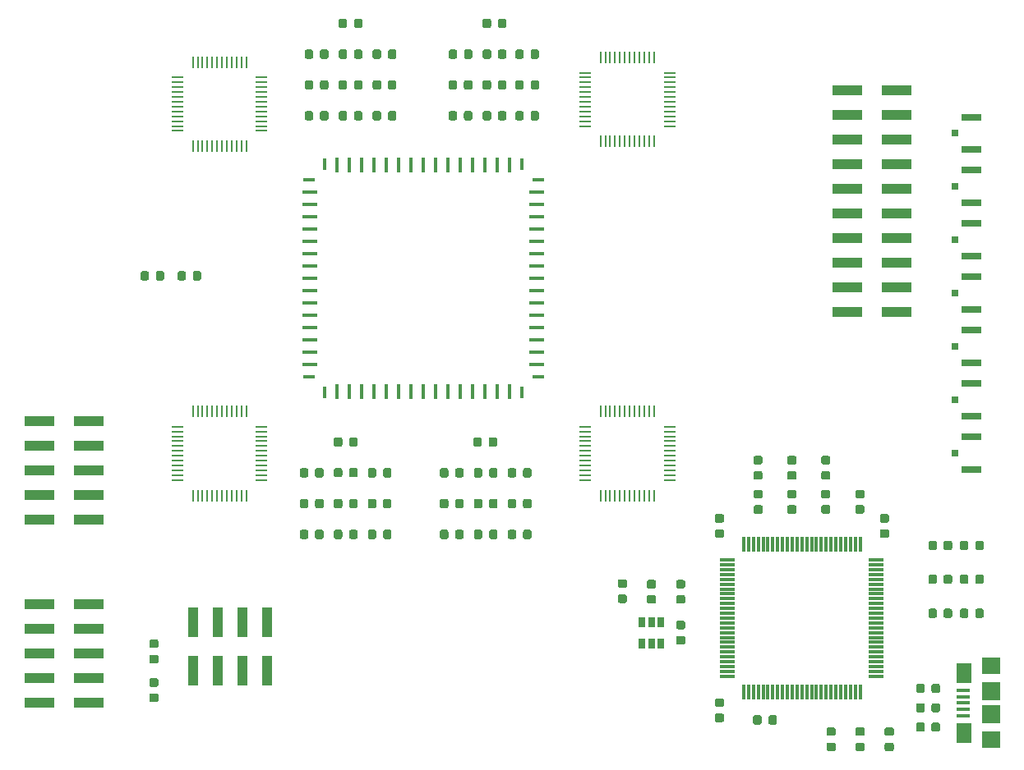
<source format=gbr>
G04 #@! TF.GenerationSoftware,KiCad,Pcbnew,(5.0.0-3-g5ebb6b6)*
G04 #@! TF.CreationDate,2019-10-28T13:28:08-04:00*
G04 #@! TF.ProjectId,Selection Interface,53656C656374696F6E20496E74657266,rev?*
G04 #@! TF.SameCoordinates,Original*
G04 #@! TF.FileFunction,Paste,Top*
G04 #@! TF.FilePolarity,Positive*
%FSLAX46Y46*%
G04 Gerber Fmt 4.6, Leading zero omitted, Abs format (unit mm)*
G04 Created by KiCad (PCBNEW (5.0.0-3-g5ebb6b6)) date Monday, October 28, 2019 at 01:28:08 PM*
%MOMM*%
%LPD*%
G01*
G04 APERTURE LIST*
%ADD10R,2.100000X0.800000*%
%ADD11R,0.800000X0.750000*%
%ADD12C,0.100000*%
%ADD13C,0.875000*%
%ADD14R,0.300000X1.500000*%
%ADD15R,1.500000X0.300000*%
%ADD16R,1.900000X1.900000*%
%ADD17R,1.900000X1.800000*%
%ADD18R,1.600000X2.100000*%
%ADD19R,1.350000X0.400000*%
%ADD20R,1.300000X0.300000*%
%ADD21R,1.510000X0.300000*%
%ADD22R,0.300000X1.300000*%
%ADD23R,0.300000X1.510000*%
%ADD24R,1.300000X0.250000*%
%ADD25R,0.250000X1.300000*%
%ADD26R,3.150000X1.000000*%
%ADD27R,1.000000X3.150000*%
%ADD28R,0.650000X1.060000*%
G04 APERTURE END LIST*
D10*
G04 #@! TO.C,IPEX2*
X256500000Y-119685000D03*
X256500000Y-116315000D03*
D11*
X254770000Y-118000000D03*
G04 #@! TD*
D12*
G04 #@! TO.C,C5*
G36*
X230777691Y-125851053D02*
X230798926Y-125854203D01*
X230819750Y-125859419D01*
X230839962Y-125866651D01*
X230859368Y-125875830D01*
X230877781Y-125886866D01*
X230895024Y-125899654D01*
X230910930Y-125914070D01*
X230925346Y-125929976D01*
X230938134Y-125947219D01*
X230949170Y-125965632D01*
X230958349Y-125985038D01*
X230965581Y-126005250D01*
X230970797Y-126026074D01*
X230973947Y-126047309D01*
X230975000Y-126068750D01*
X230975000Y-126506250D01*
X230973947Y-126527691D01*
X230970797Y-126548926D01*
X230965581Y-126569750D01*
X230958349Y-126589962D01*
X230949170Y-126609368D01*
X230938134Y-126627781D01*
X230925346Y-126645024D01*
X230910930Y-126660930D01*
X230895024Y-126675346D01*
X230877781Y-126688134D01*
X230859368Y-126699170D01*
X230839962Y-126708349D01*
X230819750Y-126715581D01*
X230798926Y-126720797D01*
X230777691Y-126723947D01*
X230756250Y-126725000D01*
X230243750Y-126725000D01*
X230222309Y-126723947D01*
X230201074Y-126720797D01*
X230180250Y-126715581D01*
X230160038Y-126708349D01*
X230140632Y-126699170D01*
X230122219Y-126688134D01*
X230104976Y-126675346D01*
X230089070Y-126660930D01*
X230074654Y-126645024D01*
X230061866Y-126627781D01*
X230050830Y-126609368D01*
X230041651Y-126589962D01*
X230034419Y-126569750D01*
X230029203Y-126548926D01*
X230026053Y-126527691D01*
X230025000Y-126506250D01*
X230025000Y-126068750D01*
X230026053Y-126047309D01*
X230029203Y-126026074D01*
X230034419Y-126005250D01*
X230041651Y-125985038D01*
X230050830Y-125965632D01*
X230061866Y-125947219D01*
X230074654Y-125929976D01*
X230089070Y-125914070D01*
X230104976Y-125899654D01*
X230122219Y-125886866D01*
X230140632Y-125875830D01*
X230160038Y-125866651D01*
X230180250Y-125859419D01*
X230201074Y-125854203D01*
X230222309Y-125851053D01*
X230243750Y-125850000D01*
X230756250Y-125850000D01*
X230777691Y-125851053D01*
X230777691Y-125851053D01*
G37*
D13*
X230500000Y-126287500D03*
D12*
G36*
X230777691Y-124276053D02*
X230798926Y-124279203D01*
X230819750Y-124284419D01*
X230839962Y-124291651D01*
X230859368Y-124300830D01*
X230877781Y-124311866D01*
X230895024Y-124324654D01*
X230910930Y-124339070D01*
X230925346Y-124354976D01*
X230938134Y-124372219D01*
X230949170Y-124390632D01*
X230958349Y-124410038D01*
X230965581Y-124430250D01*
X230970797Y-124451074D01*
X230973947Y-124472309D01*
X230975000Y-124493750D01*
X230975000Y-124931250D01*
X230973947Y-124952691D01*
X230970797Y-124973926D01*
X230965581Y-124994750D01*
X230958349Y-125014962D01*
X230949170Y-125034368D01*
X230938134Y-125052781D01*
X230925346Y-125070024D01*
X230910930Y-125085930D01*
X230895024Y-125100346D01*
X230877781Y-125113134D01*
X230859368Y-125124170D01*
X230839962Y-125133349D01*
X230819750Y-125140581D01*
X230798926Y-125145797D01*
X230777691Y-125148947D01*
X230756250Y-125150000D01*
X230243750Y-125150000D01*
X230222309Y-125148947D01*
X230201074Y-125145797D01*
X230180250Y-125140581D01*
X230160038Y-125133349D01*
X230140632Y-125124170D01*
X230122219Y-125113134D01*
X230104976Y-125100346D01*
X230089070Y-125085930D01*
X230074654Y-125070024D01*
X230061866Y-125052781D01*
X230050830Y-125034368D01*
X230041651Y-125014962D01*
X230034419Y-124994750D01*
X230029203Y-124973926D01*
X230026053Y-124952691D01*
X230025000Y-124931250D01*
X230025000Y-124493750D01*
X230026053Y-124472309D01*
X230029203Y-124451074D01*
X230034419Y-124430250D01*
X230041651Y-124410038D01*
X230050830Y-124390632D01*
X230061866Y-124372219D01*
X230074654Y-124354976D01*
X230089070Y-124339070D01*
X230104976Y-124324654D01*
X230122219Y-124311866D01*
X230140632Y-124300830D01*
X230160038Y-124291651D01*
X230180250Y-124284419D01*
X230201074Y-124279203D01*
X230222309Y-124276053D01*
X230243750Y-124275000D01*
X230756250Y-124275000D01*
X230777691Y-124276053D01*
X230777691Y-124276053D01*
G37*
D13*
X230500000Y-124712500D03*
G04 #@! TD*
D12*
G04 #@! TO.C,C6*
G36*
X247777691Y-124276053D02*
X247798926Y-124279203D01*
X247819750Y-124284419D01*
X247839962Y-124291651D01*
X247859368Y-124300830D01*
X247877781Y-124311866D01*
X247895024Y-124324654D01*
X247910930Y-124339070D01*
X247925346Y-124354976D01*
X247938134Y-124372219D01*
X247949170Y-124390632D01*
X247958349Y-124410038D01*
X247965581Y-124430250D01*
X247970797Y-124451074D01*
X247973947Y-124472309D01*
X247975000Y-124493750D01*
X247975000Y-124931250D01*
X247973947Y-124952691D01*
X247970797Y-124973926D01*
X247965581Y-124994750D01*
X247958349Y-125014962D01*
X247949170Y-125034368D01*
X247938134Y-125052781D01*
X247925346Y-125070024D01*
X247910930Y-125085930D01*
X247895024Y-125100346D01*
X247877781Y-125113134D01*
X247859368Y-125124170D01*
X247839962Y-125133349D01*
X247819750Y-125140581D01*
X247798926Y-125145797D01*
X247777691Y-125148947D01*
X247756250Y-125150000D01*
X247243750Y-125150000D01*
X247222309Y-125148947D01*
X247201074Y-125145797D01*
X247180250Y-125140581D01*
X247160038Y-125133349D01*
X247140632Y-125124170D01*
X247122219Y-125113134D01*
X247104976Y-125100346D01*
X247089070Y-125085930D01*
X247074654Y-125070024D01*
X247061866Y-125052781D01*
X247050830Y-125034368D01*
X247041651Y-125014962D01*
X247034419Y-124994750D01*
X247029203Y-124973926D01*
X247026053Y-124952691D01*
X247025000Y-124931250D01*
X247025000Y-124493750D01*
X247026053Y-124472309D01*
X247029203Y-124451074D01*
X247034419Y-124430250D01*
X247041651Y-124410038D01*
X247050830Y-124390632D01*
X247061866Y-124372219D01*
X247074654Y-124354976D01*
X247089070Y-124339070D01*
X247104976Y-124324654D01*
X247122219Y-124311866D01*
X247140632Y-124300830D01*
X247160038Y-124291651D01*
X247180250Y-124284419D01*
X247201074Y-124279203D01*
X247222309Y-124276053D01*
X247243750Y-124275000D01*
X247756250Y-124275000D01*
X247777691Y-124276053D01*
X247777691Y-124276053D01*
G37*
D13*
X247500000Y-124712500D03*
D12*
G36*
X247777691Y-125851053D02*
X247798926Y-125854203D01*
X247819750Y-125859419D01*
X247839962Y-125866651D01*
X247859368Y-125875830D01*
X247877781Y-125886866D01*
X247895024Y-125899654D01*
X247910930Y-125914070D01*
X247925346Y-125929976D01*
X247938134Y-125947219D01*
X247949170Y-125965632D01*
X247958349Y-125985038D01*
X247965581Y-126005250D01*
X247970797Y-126026074D01*
X247973947Y-126047309D01*
X247975000Y-126068750D01*
X247975000Y-126506250D01*
X247973947Y-126527691D01*
X247970797Y-126548926D01*
X247965581Y-126569750D01*
X247958349Y-126589962D01*
X247949170Y-126609368D01*
X247938134Y-126627781D01*
X247925346Y-126645024D01*
X247910930Y-126660930D01*
X247895024Y-126675346D01*
X247877781Y-126688134D01*
X247859368Y-126699170D01*
X247839962Y-126708349D01*
X247819750Y-126715581D01*
X247798926Y-126720797D01*
X247777691Y-126723947D01*
X247756250Y-126725000D01*
X247243750Y-126725000D01*
X247222309Y-126723947D01*
X247201074Y-126720797D01*
X247180250Y-126715581D01*
X247160038Y-126708349D01*
X247140632Y-126699170D01*
X247122219Y-126688134D01*
X247104976Y-126675346D01*
X247089070Y-126660930D01*
X247074654Y-126645024D01*
X247061866Y-126627781D01*
X247050830Y-126609368D01*
X247041651Y-126589962D01*
X247034419Y-126569750D01*
X247029203Y-126548926D01*
X247026053Y-126527691D01*
X247025000Y-126506250D01*
X247025000Y-126068750D01*
X247026053Y-126047309D01*
X247029203Y-126026074D01*
X247034419Y-126005250D01*
X247041651Y-125985038D01*
X247050830Y-125965632D01*
X247061866Y-125947219D01*
X247074654Y-125929976D01*
X247089070Y-125914070D01*
X247104976Y-125899654D01*
X247122219Y-125886866D01*
X247140632Y-125875830D01*
X247160038Y-125866651D01*
X247180250Y-125859419D01*
X247201074Y-125854203D01*
X247222309Y-125851053D01*
X247243750Y-125850000D01*
X247756250Y-125850000D01*
X247777691Y-125851053D01*
X247777691Y-125851053D01*
G37*
D13*
X247500000Y-126287500D03*
G04 #@! TD*
D12*
G04 #@! TO.C,C8*
G36*
X230777691Y-143276053D02*
X230798926Y-143279203D01*
X230819750Y-143284419D01*
X230839962Y-143291651D01*
X230859368Y-143300830D01*
X230877781Y-143311866D01*
X230895024Y-143324654D01*
X230910930Y-143339070D01*
X230925346Y-143354976D01*
X230938134Y-143372219D01*
X230949170Y-143390632D01*
X230958349Y-143410038D01*
X230965581Y-143430250D01*
X230970797Y-143451074D01*
X230973947Y-143472309D01*
X230975000Y-143493750D01*
X230975000Y-143931250D01*
X230973947Y-143952691D01*
X230970797Y-143973926D01*
X230965581Y-143994750D01*
X230958349Y-144014962D01*
X230949170Y-144034368D01*
X230938134Y-144052781D01*
X230925346Y-144070024D01*
X230910930Y-144085930D01*
X230895024Y-144100346D01*
X230877781Y-144113134D01*
X230859368Y-144124170D01*
X230839962Y-144133349D01*
X230819750Y-144140581D01*
X230798926Y-144145797D01*
X230777691Y-144148947D01*
X230756250Y-144150000D01*
X230243750Y-144150000D01*
X230222309Y-144148947D01*
X230201074Y-144145797D01*
X230180250Y-144140581D01*
X230160038Y-144133349D01*
X230140632Y-144124170D01*
X230122219Y-144113134D01*
X230104976Y-144100346D01*
X230089070Y-144085930D01*
X230074654Y-144070024D01*
X230061866Y-144052781D01*
X230050830Y-144034368D01*
X230041651Y-144014962D01*
X230034419Y-143994750D01*
X230029203Y-143973926D01*
X230026053Y-143952691D01*
X230025000Y-143931250D01*
X230025000Y-143493750D01*
X230026053Y-143472309D01*
X230029203Y-143451074D01*
X230034419Y-143430250D01*
X230041651Y-143410038D01*
X230050830Y-143390632D01*
X230061866Y-143372219D01*
X230074654Y-143354976D01*
X230089070Y-143339070D01*
X230104976Y-143324654D01*
X230122219Y-143311866D01*
X230140632Y-143300830D01*
X230160038Y-143291651D01*
X230180250Y-143284419D01*
X230201074Y-143279203D01*
X230222309Y-143276053D01*
X230243750Y-143275000D01*
X230756250Y-143275000D01*
X230777691Y-143276053D01*
X230777691Y-143276053D01*
G37*
D13*
X230500000Y-143712500D03*
D12*
G36*
X230777691Y-144851053D02*
X230798926Y-144854203D01*
X230819750Y-144859419D01*
X230839962Y-144866651D01*
X230859368Y-144875830D01*
X230877781Y-144886866D01*
X230895024Y-144899654D01*
X230910930Y-144914070D01*
X230925346Y-144929976D01*
X230938134Y-144947219D01*
X230949170Y-144965632D01*
X230958349Y-144985038D01*
X230965581Y-145005250D01*
X230970797Y-145026074D01*
X230973947Y-145047309D01*
X230975000Y-145068750D01*
X230975000Y-145506250D01*
X230973947Y-145527691D01*
X230970797Y-145548926D01*
X230965581Y-145569750D01*
X230958349Y-145589962D01*
X230949170Y-145609368D01*
X230938134Y-145627781D01*
X230925346Y-145645024D01*
X230910930Y-145660930D01*
X230895024Y-145675346D01*
X230877781Y-145688134D01*
X230859368Y-145699170D01*
X230839962Y-145708349D01*
X230819750Y-145715581D01*
X230798926Y-145720797D01*
X230777691Y-145723947D01*
X230756250Y-145725000D01*
X230243750Y-145725000D01*
X230222309Y-145723947D01*
X230201074Y-145720797D01*
X230180250Y-145715581D01*
X230160038Y-145708349D01*
X230140632Y-145699170D01*
X230122219Y-145688134D01*
X230104976Y-145675346D01*
X230089070Y-145660930D01*
X230074654Y-145645024D01*
X230061866Y-145627781D01*
X230050830Y-145609368D01*
X230041651Y-145589962D01*
X230034419Y-145569750D01*
X230029203Y-145548926D01*
X230026053Y-145527691D01*
X230025000Y-145506250D01*
X230025000Y-145068750D01*
X230026053Y-145047309D01*
X230029203Y-145026074D01*
X230034419Y-145005250D01*
X230041651Y-144985038D01*
X230050830Y-144965632D01*
X230061866Y-144947219D01*
X230074654Y-144929976D01*
X230089070Y-144914070D01*
X230104976Y-144899654D01*
X230122219Y-144886866D01*
X230140632Y-144875830D01*
X230160038Y-144866651D01*
X230180250Y-144859419D01*
X230201074Y-144854203D01*
X230222309Y-144851053D01*
X230243750Y-144850000D01*
X230756250Y-144850000D01*
X230777691Y-144851053D01*
X230777691Y-144851053D01*
G37*
D13*
X230500000Y-145287500D03*
G04 #@! TD*
D12*
G04 #@! TO.C,C9*
G36*
X252702691Y-134026053D02*
X252723926Y-134029203D01*
X252744750Y-134034419D01*
X252764962Y-134041651D01*
X252784368Y-134050830D01*
X252802781Y-134061866D01*
X252820024Y-134074654D01*
X252835930Y-134089070D01*
X252850346Y-134104976D01*
X252863134Y-134122219D01*
X252874170Y-134140632D01*
X252883349Y-134160038D01*
X252890581Y-134180250D01*
X252895797Y-134201074D01*
X252898947Y-134222309D01*
X252900000Y-134243750D01*
X252900000Y-134756250D01*
X252898947Y-134777691D01*
X252895797Y-134798926D01*
X252890581Y-134819750D01*
X252883349Y-134839962D01*
X252874170Y-134859368D01*
X252863134Y-134877781D01*
X252850346Y-134895024D01*
X252835930Y-134910930D01*
X252820024Y-134925346D01*
X252802781Y-134938134D01*
X252784368Y-134949170D01*
X252764962Y-134958349D01*
X252744750Y-134965581D01*
X252723926Y-134970797D01*
X252702691Y-134973947D01*
X252681250Y-134975000D01*
X252243750Y-134975000D01*
X252222309Y-134973947D01*
X252201074Y-134970797D01*
X252180250Y-134965581D01*
X252160038Y-134958349D01*
X252140632Y-134949170D01*
X252122219Y-134938134D01*
X252104976Y-134925346D01*
X252089070Y-134910930D01*
X252074654Y-134895024D01*
X252061866Y-134877781D01*
X252050830Y-134859368D01*
X252041651Y-134839962D01*
X252034419Y-134819750D01*
X252029203Y-134798926D01*
X252026053Y-134777691D01*
X252025000Y-134756250D01*
X252025000Y-134243750D01*
X252026053Y-134222309D01*
X252029203Y-134201074D01*
X252034419Y-134180250D01*
X252041651Y-134160038D01*
X252050830Y-134140632D01*
X252061866Y-134122219D01*
X252074654Y-134104976D01*
X252089070Y-134089070D01*
X252104976Y-134074654D01*
X252122219Y-134061866D01*
X252140632Y-134050830D01*
X252160038Y-134041651D01*
X252180250Y-134034419D01*
X252201074Y-134029203D01*
X252222309Y-134026053D01*
X252243750Y-134025000D01*
X252681250Y-134025000D01*
X252702691Y-134026053D01*
X252702691Y-134026053D01*
G37*
D13*
X252462500Y-134500000D03*
D12*
G36*
X254277691Y-134026053D02*
X254298926Y-134029203D01*
X254319750Y-134034419D01*
X254339962Y-134041651D01*
X254359368Y-134050830D01*
X254377781Y-134061866D01*
X254395024Y-134074654D01*
X254410930Y-134089070D01*
X254425346Y-134104976D01*
X254438134Y-134122219D01*
X254449170Y-134140632D01*
X254458349Y-134160038D01*
X254465581Y-134180250D01*
X254470797Y-134201074D01*
X254473947Y-134222309D01*
X254475000Y-134243750D01*
X254475000Y-134756250D01*
X254473947Y-134777691D01*
X254470797Y-134798926D01*
X254465581Y-134819750D01*
X254458349Y-134839962D01*
X254449170Y-134859368D01*
X254438134Y-134877781D01*
X254425346Y-134895024D01*
X254410930Y-134910930D01*
X254395024Y-134925346D01*
X254377781Y-134938134D01*
X254359368Y-134949170D01*
X254339962Y-134958349D01*
X254319750Y-134965581D01*
X254298926Y-134970797D01*
X254277691Y-134973947D01*
X254256250Y-134975000D01*
X253818750Y-134975000D01*
X253797309Y-134973947D01*
X253776074Y-134970797D01*
X253755250Y-134965581D01*
X253735038Y-134958349D01*
X253715632Y-134949170D01*
X253697219Y-134938134D01*
X253679976Y-134925346D01*
X253664070Y-134910930D01*
X253649654Y-134895024D01*
X253636866Y-134877781D01*
X253625830Y-134859368D01*
X253616651Y-134839962D01*
X253609419Y-134819750D01*
X253604203Y-134798926D01*
X253601053Y-134777691D01*
X253600000Y-134756250D01*
X253600000Y-134243750D01*
X253601053Y-134222309D01*
X253604203Y-134201074D01*
X253609419Y-134180250D01*
X253616651Y-134160038D01*
X253625830Y-134140632D01*
X253636866Y-134122219D01*
X253649654Y-134104976D01*
X253664070Y-134089070D01*
X253679976Y-134074654D01*
X253697219Y-134061866D01*
X253715632Y-134050830D01*
X253735038Y-134041651D01*
X253755250Y-134034419D01*
X253776074Y-134029203D01*
X253797309Y-134026053D01*
X253818750Y-134025000D01*
X254256250Y-134025000D01*
X254277691Y-134026053D01*
X254277691Y-134026053D01*
G37*
D13*
X254037500Y-134500000D03*
G04 #@! TD*
D12*
G04 #@! TO.C,C10*
G36*
X257527691Y-134026053D02*
X257548926Y-134029203D01*
X257569750Y-134034419D01*
X257589962Y-134041651D01*
X257609368Y-134050830D01*
X257627781Y-134061866D01*
X257645024Y-134074654D01*
X257660930Y-134089070D01*
X257675346Y-134104976D01*
X257688134Y-134122219D01*
X257699170Y-134140632D01*
X257708349Y-134160038D01*
X257715581Y-134180250D01*
X257720797Y-134201074D01*
X257723947Y-134222309D01*
X257725000Y-134243750D01*
X257725000Y-134756250D01*
X257723947Y-134777691D01*
X257720797Y-134798926D01*
X257715581Y-134819750D01*
X257708349Y-134839962D01*
X257699170Y-134859368D01*
X257688134Y-134877781D01*
X257675346Y-134895024D01*
X257660930Y-134910930D01*
X257645024Y-134925346D01*
X257627781Y-134938134D01*
X257609368Y-134949170D01*
X257589962Y-134958349D01*
X257569750Y-134965581D01*
X257548926Y-134970797D01*
X257527691Y-134973947D01*
X257506250Y-134975000D01*
X257068750Y-134975000D01*
X257047309Y-134973947D01*
X257026074Y-134970797D01*
X257005250Y-134965581D01*
X256985038Y-134958349D01*
X256965632Y-134949170D01*
X256947219Y-134938134D01*
X256929976Y-134925346D01*
X256914070Y-134910930D01*
X256899654Y-134895024D01*
X256886866Y-134877781D01*
X256875830Y-134859368D01*
X256866651Y-134839962D01*
X256859419Y-134819750D01*
X256854203Y-134798926D01*
X256851053Y-134777691D01*
X256850000Y-134756250D01*
X256850000Y-134243750D01*
X256851053Y-134222309D01*
X256854203Y-134201074D01*
X256859419Y-134180250D01*
X256866651Y-134160038D01*
X256875830Y-134140632D01*
X256886866Y-134122219D01*
X256899654Y-134104976D01*
X256914070Y-134089070D01*
X256929976Y-134074654D01*
X256947219Y-134061866D01*
X256965632Y-134050830D01*
X256985038Y-134041651D01*
X257005250Y-134034419D01*
X257026074Y-134029203D01*
X257047309Y-134026053D01*
X257068750Y-134025000D01*
X257506250Y-134025000D01*
X257527691Y-134026053D01*
X257527691Y-134026053D01*
G37*
D13*
X257287500Y-134500000D03*
D12*
G36*
X255952691Y-134026053D02*
X255973926Y-134029203D01*
X255994750Y-134034419D01*
X256014962Y-134041651D01*
X256034368Y-134050830D01*
X256052781Y-134061866D01*
X256070024Y-134074654D01*
X256085930Y-134089070D01*
X256100346Y-134104976D01*
X256113134Y-134122219D01*
X256124170Y-134140632D01*
X256133349Y-134160038D01*
X256140581Y-134180250D01*
X256145797Y-134201074D01*
X256148947Y-134222309D01*
X256150000Y-134243750D01*
X256150000Y-134756250D01*
X256148947Y-134777691D01*
X256145797Y-134798926D01*
X256140581Y-134819750D01*
X256133349Y-134839962D01*
X256124170Y-134859368D01*
X256113134Y-134877781D01*
X256100346Y-134895024D01*
X256085930Y-134910930D01*
X256070024Y-134925346D01*
X256052781Y-134938134D01*
X256034368Y-134949170D01*
X256014962Y-134958349D01*
X255994750Y-134965581D01*
X255973926Y-134970797D01*
X255952691Y-134973947D01*
X255931250Y-134975000D01*
X255493750Y-134975000D01*
X255472309Y-134973947D01*
X255451074Y-134970797D01*
X255430250Y-134965581D01*
X255410038Y-134958349D01*
X255390632Y-134949170D01*
X255372219Y-134938134D01*
X255354976Y-134925346D01*
X255339070Y-134910930D01*
X255324654Y-134895024D01*
X255311866Y-134877781D01*
X255300830Y-134859368D01*
X255291651Y-134839962D01*
X255284419Y-134819750D01*
X255279203Y-134798926D01*
X255276053Y-134777691D01*
X255275000Y-134756250D01*
X255275000Y-134243750D01*
X255276053Y-134222309D01*
X255279203Y-134201074D01*
X255284419Y-134180250D01*
X255291651Y-134160038D01*
X255300830Y-134140632D01*
X255311866Y-134122219D01*
X255324654Y-134104976D01*
X255339070Y-134089070D01*
X255354976Y-134074654D01*
X255372219Y-134061866D01*
X255390632Y-134050830D01*
X255410038Y-134041651D01*
X255430250Y-134034419D01*
X255451074Y-134029203D01*
X255472309Y-134026053D01*
X255493750Y-134025000D01*
X255931250Y-134025000D01*
X255952691Y-134026053D01*
X255952691Y-134026053D01*
G37*
D13*
X255712500Y-134500000D03*
G04 #@! TD*
D12*
G04 #@! TO.C,C11*
G36*
X254277691Y-130526053D02*
X254298926Y-130529203D01*
X254319750Y-130534419D01*
X254339962Y-130541651D01*
X254359368Y-130550830D01*
X254377781Y-130561866D01*
X254395024Y-130574654D01*
X254410930Y-130589070D01*
X254425346Y-130604976D01*
X254438134Y-130622219D01*
X254449170Y-130640632D01*
X254458349Y-130660038D01*
X254465581Y-130680250D01*
X254470797Y-130701074D01*
X254473947Y-130722309D01*
X254475000Y-130743750D01*
X254475000Y-131256250D01*
X254473947Y-131277691D01*
X254470797Y-131298926D01*
X254465581Y-131319750D01*
X254458349Y-131339962D01*
X254449170Y-131359368D01*
X254438134Y-131377781D01*
X254425346Y-131395024D01*
X254410930Y-131410930D01*
X254395024Y-131425346D01*
X254377781Y-131438134D01*
X254359368Y-131449170D01*
X254339962Y-131458349D01*
X254319750Y-131465581D01*
X254298926Y-131470797D01*
X254277691Y-131473947D01*
X254256250Y-131475000D01*
X253818750Y-131475000D01*
X253797309Y-131473947D01*
X253776074Y-131470797D01*
X253755250Y-131465581D01*
X253735038Y-131458349D01*
X253715632Y-131449170D01*
X253697219Y-131438134D01*
X253679976Y-131425346D01*
X253664070Y-131410930D01*
X253649654Y-131395024D01*
X253636866Y-131377781D01*
X253625830Y-131359368D01*
X253616651Y-131339962D01*
X253609419Y-131319750D01*
X253604203Y-131298926D01*
X253601053Y-131277691D01*
X253600000Y-131256250D01*
X253600000Y-130743750D01*
X253601053Y-130722309D01*
X253604203Y-130701074D01*
X253609419Y-130680250D01*
X253616651Y-130660038D01*
X253625830Y-130640632D01*
X253636866Y-130622219D01*
X253649654Y-130604976D01*
X253664070Y-130589070D01*
X253679976Y-130574654D01*
X253697219Y-130561866D01*
X253715632Y-130550830D01*
X253735038Y-130541651D01*
X253755250Y-130534419D01*
X253776074Y-130529203D01*
X253797309Y-130526053D01*
X253818750Y-130525000D01*
X254256250Y-130525000D01*
X254277691Y-130526053D01*
X254277691Y-130526053D01*
G37*
D13*
X254037500Y-131000000D03*
D12*
G36*
X252702691Y-130526053D02*
X252723926Y-130529203D01*
X252744750Y-130534419D01*
X252764962Y-130541651D01*
X252784368Y-130550830D01*
X252802781Y-130561866D01*
X252820024Y-130574654D01*
X252835930Y-130589070D01*
X252850346Y-130604976D01*
X252863134Y-130622219D01*
X252874170Y-130640632D01*
X252883349Y-130660038D01*
X252890581Y-130680250D01*
X252895797Y-130701074D01*
X252898947Y-130722309D01*
X252900000Y-130743750D01*
X252900000Y-131256250D01*
X252898947Y-131277691D01*
X252895797Y-131298926D01*
X252890581Y-131319750D01*
X252883349Y-131339962D01*
X252874170Y-131359368D01*
X252863134Y-131377781D01*
X252850346Y-131395024D01*
X252835930Y-131410930D01*
X252820024Y-131425346D01*
X252802781Y-131438134D01*
X252784368Y-131449170D01*
X252764962Y-131458349D01*
X252744750Y-131465581D01*
X252723926Y-131470797D01*
X252702691Y-131473947D01*
X252681250Y-131475000D01*
X252243750Y-131475000D01*
X252222309Y-131473947D01*
X252201074Y-131470797D01*
X252180250Y-131465581D01*
X252160038Y-131458349D01*
X252140632Y-131449170D01*
X252122219Y-131438134D01*
X252104976Y-131425346D01*
X252089070Y-131410930D01*
X252074654Y-131395024D01*
X252061866Y-131377781D01*
X252050830Y-131359368D01*
X252041651Y-131339962D01*
X252034419Y-131319750D01*
X252029203Y-131298926D01*
X252026053Y-131277691D01*
X252025000Y-131256250D01*
X252025000Y-130743750D01*
X252026053Y-130722309D01*
X252029203Y-130701074D01*
X252034419Y-130680250D01*
X252041651Y-130660038D01*
X252050830Y-130640632D01*
X252061866Y-130622219D01*
X252074654Y-130604976D01*
X252089070Y-130589070D01*
X252104976Y-130574654D01*
X252122219Y-130561866D01*
X252140632Y-130550830D01*
X252160038Y-130541651D01*
X252180250Y-130534419D01*
X252201074Y-130529203D01*
X252222309Y-130526053D01*
X252243750Y-130525000D01*
X252681250Y-130525000D01*
X252702691Y-130526053D01*
X252702691Y-130526053D01*
G37*
D13*
X252462500Y-131000000D03*
G04 #@! TD*
D12*
G04 #@! TO.C,C12*
G36*
X255952691Y-130526053D02*
X255973926Y-130529203D01*
X255994750Y-130534419D01*
X256014962Y-130541651D01*
X256034368Y-130550830D01*
X256052781Y-130561866D01*
X256070024Y-130574654D01*
X256085930Y-130589070D01*
X256100346Y-130604976D01*
X256113134Y-130622219D01*
X256124170Y-130640632D01*
X256133349Y-130660038D01*
X256140581Y-130680250D01*
X256145797Y-130701074D01*
X256148947Y-130722309D01*
X256150000Y-130743750D01*
X256150000Y-131256250D01*
X256148947Y-131277691D01*
X256145797Y-131298926D01*
X256140581Y-131319750D01*
X256133349Y-131339962D01*
X256124170Y-131359368D01*
X256113134Y-131377781D01*
X256100346Y-131395024D01*
X256085930Y-131410930D01*
X256070024Y-131425346D01*
X256052781Y-131438134D01*
X256034368Y-131449170D01*
X256014962Y-131458349D01*
X255994750Y-131465581D01*
X255973926Y-131470797D01*
X255952691Y-131473947D01*
X255931250Y-131475000D01*
X255493750Y-131475000D01*
X255472309Y-131473947D01*
X255451074Y-131470797D01*
X255430250Y-131465581D01*
X255410038Y-131458349D01*
X255390632Y-131449170D01*
X255372219Y-131438134D01*
X255354976Y-131425346D01*
X255339070Y-131410930D01*
X255324654Y-131395024D01*
X255311866Y-131377781D01*
X255300830Y-131359368D01*
X255291651Y-131339962D01*
X255284419Y-131319750D01*
X255279203Y-131298926D01*
X255276053Y-131277691D01*
X255275000Y-131256250D01*
X255275000Y-130743750D01*
X255276053Y-130722309D01*
X255279203Y-130701074D01*
X255284419Y-130680250D01*
X255291651Y-130660038D01*
X255300830Y-130640632D01*
X255311866Y-130622219D01*
X255324654Y-130604976D01*
X255339070Y-130589070D01*
X255354976Y-130574654D01*
X255372219Y-130561866D01*
X255390632Y-130550830D01*
X255410038Y-130541651D01*
X255430250Y-130534419D01*
X255451074Y-130529203D01*
X255472309Y-130526053D01*
X255493750Y-130525000D01*
X255931250Y-130525000D01*
X255952691Y-130526053D01*
X255952691Y-130526053D01*
G37*
D13*
X255712500Y-131000000D03*
D12*
G36*
X257527691Y-130526053D02*
X257548926Y-130529203D01*
X257569750Y-130534419D01*
X257589962Y-130541651D01*
X257609368Y-130550830D01*
X257627781Y-130561866D01*
X257645024Y-130574654D01*
X257660930Y-130589070D01*
X257675346Y-130604976D01*
X257688134Y-130622219D01*
X257699170Y-130640632D01*
X257708349Y-130660038D01*
X257715581Y-130680250D01*
X257720797Y-130701074D01*
X257723947Y-130722309D01*
X257725000Y-130743750D01*
X257725000Y-131256250D01*
X257723947Y-131277691D01*
X257720797Y-131298926D01*
X257715581Y-131319750D01*
X257708349Y-131339962D01*
X257699170Y-131359368D01*
X257688134Y-131377781D01*
X257675346Y-131395024D01*
X257660930Y-131410930D01*
X257645024Y-131425346D01*
X257627781Y-131438134D01*
X257609368Y-131449170D01*
X257589962Y-131458349D01*
X257569750Y-131465581D01*
X257548926Y-131470797D01*
X257527691Y-131473947D01*
X257506250Y-131475000D01*
X257068750Y-131475000D01*
X257047309Y-131473947D01*
X257026074Y-131470797D01*
X257005250Y-131465581D01*
X256985038Y-131458349D01*
X256965632Y-131449170D01*
X256947219Y-131438134D01*
X256929976Y-131425346D01*
X256914070Y-131410930D01*
X256899654Y-131395024D01*
X256886866Y-131377781D01*
X256875830Y-131359368D01*
X256866651Y-131339962D01*
X256859419Y-131319750D01*
X256854203Y-131298926D01*
X256851053Y-131277691D01*
X256850000Y-131256250D01*
X256850000Y-130743750D01*
X256851053Y-130722309D01*
X256854203Y-130701074D01*
X256859419Y-130680250D01*
X256866651Y-130660038D01*
X256875830Y-130640632D01*
X256886866Y-130622219D01*
X256899654Y-130604976D01*
X256914070Y-130589070D01*
X256929976Y-130574654D01*
X256947219Y-130561866D01*
X256965632Y-130550830D01*
X256985038Y-130541651D01*
X257005250Y-130534419D01*
X257026074Y-130529203D01*
X257047309Y-130526053D01*
X257068750Y-130525000D01*
X257506250Y-130525000D01*
X257527691Y-130526053D01*
X257527691Y-130526053D01*
G37*
D13*
X257287500Y-131000000D03*
G04 #@! TD*
D12*
G04 #@! TO.C,C13*
G36*
X252702691Y-127026053D02*
X252723926Y-127029203D01*
X252744750Y-127034419D01*
X252764962Y-127041651D01*
X252784368Y-127050830D01*
X252802781Y-127061866D01*
X252820024Y-127074654D01*
X252835930Y-127089070D01*
X252850346Y-127104976D01*
X252863134Y-127122219D01*
X252874170Y-127140632D01*
X252883349Y-127160038D01*
X252890581Y-127180250D01*
X252895797Y-127201074D01*
X252898947Y-127222309D01*
X252900000Y-127243750D01*
X252900000Y-127756250D01*
X252898947Y-127777691D01*
X252895797Y-127798926D01*
X252890581Y-127819750D01*
X252883349Y-127839962D01*
X252874170Y-127859368D01*
X252863134Y-127877781D01*
X252850346Y-127895024D01*
X252835930Y-127910930D01*
X252820024Y-127925346D01*
X252802781Y-127938134D01*
X252784368Y-127949170D01*
X252764962Y-127958349D01*
X252744750Y-127965581D01*
X252723926Y-127970797D01*
X252702691Y-127973947D01*
X252681250Y-127975000D01*
X252243750Y-127975000D01*
X252222309Y-127973947D01*
X252201074Y-127970797D01*
X252180250Y-127965581D01*
X252160038Y-127958349D01*
X252140632Y-127949170D01*
X252122219Y-127938134D01*
X252104976Y-127925346D01*
X252089070Y-127910930D01*
X252074654Y-127895024D01*
X252061866Y-127877781D01*
X252050830Y-127859368D01*
X252041651Y-127839962D01*
X252034419Y-127819750D01*
X252029203Y-127798926D01*
X252026053Y-127777691D01*
X252025000Y-127756250D01*
X252025000Y-127243750D01*
X252026053Y-127222309D01*
X252029203Y-127201074D01*
X252034419Y-127180250D01*
X252041651Y-127160038D01*
X252050830Y-127140632D01*
X252061866Y-127122219D01*
X252074654Y-127104976D01*
X252089070Y-127089070D01*
X252104976Y-127074654D01*
X252122219Y-127061866D01*
X252140632Y-127050830D01*
X252160038Y-127041651D01*
X252180250Y-127034419D01*
X252201074Y-127029203D01*
X252222309Y-127026053D01*
X252243750Y-127025000D01*
X252681250Y-127025000D01*
X252702691Y-127026053D01*
X252702691Y-127026053D01*
G37*
D13*
X252462500Y-127500000D03*
D12*
G36*
X254277691Y-127026053D02*
X254298926Y-127029203D01*
X254319750Y-127034419D01*
X254339962Y-127041651D01*
X254359368Y-127050830D01*
X254377781Y-127061866D01*
X254395024Y-127074654D01*
X254410930Y-127089070D01*
X254425346Y-127104976D01*
X254438134Y-127122219D01*
X254449170Y-127140632D01*
X254458349Y-127160038D01*
X254465581Y-127180250D01*
X254470797Y-127201074D01*
X254473947Y-127222309D01*
X254475000Y-127243750D01*
X254475000Y-127756250D01*
X254473947Y-127777691D01*
X254470797Y-127798926D01*
X254465581Y-127819750D01*
X254458349Y-127839962D01*
X254449170Y-127859368D01*
X254438134Y-127877781D01*
X254425346Y-127895024D01*
X254410930Y-127910930D01*
X254395024Y-127925346D01*
X254377781Y-127938134D01*
X254359368Y-127949170D01*
X254339962Y-127958349D01*
X254319750Y-127965581D01*
X254298926Y-127970797D01*
X254277691Y-127973947D01*
X254256250Y-127975000D01*
X253818750Y-127975000D01*
X253797309Y-127973947D01*
X253776074Y-127970797D01*
X253755250Y-127965581D01*
X253735038Y-127958349D01*
X253715632Y-127949170D01*
X253697219Y-127938134D01*
X253679976Y-127925346D01*
X253664070Y-127910930D01*
X253649654Y-127895024D01*
X253636866Y-127877781D01*
X253625830Y-127859368D01*
X253616651Y-127839962D01*
X253609419Y-127819750D01*
X253604203Y-127798926D01*
X253601053Y-127777691D01*
X253600000Y-127756250D01*
X253600000Y-127243750D01*
X253601053Y-127222309D01*
X253604203Y-127201074D01*
X253609419Y-127180250D01*
X253616651Y-127160038D01*
X253625830Y-127140632D01*
X253636866Y-127122219D01*
X253649654Y-127104976D01*
X253664070Y-127089070D01*
X253679976Y-127074654D01*
X253697219Y-127061866D01*
X253715632Y-127050830D01*
X253735038Y-127041651D01*
X253755250Y-127034419D01*
X253776074Y-127029203D01*
X253797309Y-127026053D01*
X253818750Y-127025000D01*
X254256250Y-127025000D01*
X254277691Y-127026053D01*
X254277691Y-127026053D01*
G37*
D13*
X254037500Y-127500000D03*
G04 #@! TD*
D12*
G04 #@! TO.C,C14*
G36*
X257527691Y-127026053D02*
X257548926Y-127029203D01*
X257569750Y-127034419D01*
X257589962Y-127041651D01*
X257609368Y-127050830D01*
X257627781Y-127061866D01*
X257645024Y-127074654D01*
X257660930Y-127089070D01*
X257675346Y-127104976D01*
X257688134Y-127122219D01*
X257699170Y-127140632D01*
X257708349Y-127160038D01*
X257715581Y-127180250D01*
X257720797Y-127201074D01*
X257723947Y-127222309D01*
X257725000Y-127243750D01*
X257725000Y-127756250D01*
X257723947Y-127777691D01*
X257720797Y-127798926D01*
X257715581Y-127819750D01*
X257708349Y-127839962D01*
X257699170Y-127859368D01*
X257688134Y-127877781D01*
X257675346Y-127895024D01*
X257660930Y-127910930D01*
X257645024Y-127925346D01*
X257627781Y-127938134D01*
X257609368Y-127949170D01*
X257589962Y-127958349D01*
X257569750Y-127965581D01*
X257548926Y-127970797D01*
X257527691Y-127973947D01*
X257506250Y-127975000D01*
X257068750Y-127975000D01*
X257047309Y-127973947D01*
X257026074Y-127970797D01*
X257005250Y-127965581D01*
X256985038Y-127958349D01*
X256965632Y-127949170D01*
X256947219Y-127938134D01*
X256929976Y-127925346D01*
X256914070Y-127910930D01*
X256899654Y-127895024D01*
X256886866Y-127877781D01*
X256875830Y-127859368D01*
X256866651Y-127839962D01*
X256859419Y-127819750D01*
X256854203Y-127798926D01*
X256851053Y-127777691D01*
X256850000Y-127756250D01*
X256850000Y-127243750D01*
X256851053Y-127222309D01*
X256854203Y-127201074D01*
X256859419Y-127180250D01*
X256866651Y-127160038D01*
X256875830Y-127140632D01*
X256886866Y-127122219D01*
X256899654Y-127104976D01*
X256914070Y-127089070D01*
X256929976Y-127074654D01*
X256947219Y-127061866D01*
X256965632Y-127050830D01*
X256985038Y-127041651D01*
X257005250Y-127034419D01*
X257026074Y-127029203D01*
X257047309Y-127026053D01*
X257068750Y-127025000D01*
X257506250Y-127025000D01*
X257527691Y-127026053D01*
X257527691Y-127026053D01*
G37*
D13*
X257287500Y-127500000D03*
D12*
G36*
X255952691Y-127026053D02*
X255973926Y-127029203D01*
X255994750Y-127034419D01*
X256014962Y-127041651D01*
X256034368Y-127050830D01*
X256052781Y-127061866D01*
X256070024Y-127074654D01*
X256085930Y-127089070D01*
X256100346Y-127104976D01*
X256113134Y-127122219D01*
X256124170Y-127140632D01*
X256133349Y-127160038D01*
X256140581Y-127180250D01*
X256145797Y-127201074D01*
X256148947Y-127222309D01*
X256150000Y-127243750D01*
X256150000Y-127756250D01*
X256148947Y-127777691D01*
X256145797Y-127798926D01*
X256140581Y-127819750D01*
X256133349Y-127839962D01*
X256124170Y-127859368D01*
X256113134Y-127877781D01*
X256100346Y-127895024D01*
X256085930Y-127910930D01*
X256070024Y-127925346D01*
X256052781Y-127938134D01*
X256034368Y-127949170D01*
X256014962Y-127958349D01*
X255994750Y-127965581D01*
X255973926Y-127970797D01*
X255952691Y-127973947D01*
X255931250Y-127975000D01*
X255493750Y-127975000D01*
X255472309Y-127973947D01*
X255451074Y-127970797D01*
X255430250Y-127965581D01*
X255410038Y-127958349D01*
X255390632Y-127949170D01*
X255372219Y-127938134D01*
X255354976Y-127925346D01*
X255339070Y-127910930D01*
X255324654Y-127895024D01*
X255311866Y-127877781D01*
X255300830Y-127859368D01*
X255291651Y-127839962D01*
X255284419Y-127819750D01*
X255279203Y-127798926D01*
X255276053Y-127777691D01*
X255275000Y-127756250D01*
X255275000Y-127243750D01*
X255276053Y-127222309D01*
X255279203Y-127201074D01*
X255284419Y-127180250D01*
X255291651Y-127160038D01*
X255300830Y-127140632D01*
X255311866Y-127122219D01*
X255324654Y-127104976D01*
X255339070Y-127089070D01*
X255354976Y-127074654D01*
X255372219Y-127061866D01*
X255390632Y-127050830D01*
X255410038Y-127041651D01*
X255430250Y-127034419D01*
X255451074Y-127029203D01*
X255472309Y-127026053D01*
X255493750Y-127025000D01*
X255931250Y-127025000D01*
X255952691Y-127026053D01*
X255952691Y-127026053D01*
G37*
D13*
X255712500Y-127500000D03*
G04 #@! TD*
D12*
G04 #@! TO.C,C15*
G36*
X248277691Y-147851053D02*
X248298926Y-147854203D01*
X248319750Y-147859419D01*
X248339962Y-147866651D01*
X248359368Y-147875830D01*
X248377781Y-147886866D01*
X248395024Y-147899654D01*
X248410930Y-147914070D01*
X248425346Y-147929976D01*
X248438134Y-147947219D01*
X248449170Y-147965632D01*
X248458349Y-147985038D01*
X248465581Y-148005250D01*
X248470797Y-148026074D01*
X248473947Y-148047309D01*
X248475000Y-148068750D01*
X248475000Y-148506250D01*
X248473947Y-148527691D01*
X248470797Y-148548926D01*
X248465581Y-148569750D01*
X248458349Y-148589962D01*
X248449170Y-148609368D01*
X248438134Y-148627781D01*
X248425346Y-148645024D01*
X248410930Y-148660930D01*
X248395024Y-148675346D01*
X248377781Y-148688134D01*
X248359368Y-148699170D01*
X248339962Y-148708349D01*
X248319750Y-148715581D01*
X248298926Y-148720797D01*
X248277691Y-148723947D01*
X248256250Y-148725000D01*
X247743750Y-148725000D01*
X247722309Y-148723947D01*
X247701074Y-148720797D01*
X247680250Y-148715581D01*
X247660038Y-148708349D01*
X247640632Y-148699170D01*
X247622219Y-148688134D01*
X247604976Y-148675346D01*
X247589070Y-148660930D01*
X247574654Y-148645024D01*
X247561866Y-148627781D01*
X247550830Y-148609368D01*
X247541651Y-148589962D01*
X247534419Y-148569750D01*
X247529203Y-148548926D01*
X247526053Y-148527691D01*
X247525000Y-148506250D01*
X247525000Y-148068750D01*
X247526053Y-148047309D01*
X247529203Y-148026074D01*
X247534419Y-148005250D01*
X247541651Y-147985038D01*
X247550830Y-147965632D01*
X247561866Y-147947219D01*
X247574654Y-147929976D01*
X247589070Y-147914070D01*
X247604976Y-147899654D01*
X247622219Y-147886866D01*
X247640632Y-147875830D01*
X247660038Y-147866651D01*
X247680250Y-147859419D01*
X247701074Y-147854203D01*
X247722309Y-147851053D01*
X247743750Y-147850000D01*
X248256250Y-147850000D01*
X248277691Y-147851053D01*
X248277691Y-147851053D01*
G37*
D13*
X248000000Y-148287500D03*
D12*
G36*
X248277691Y-146276053D02*
X248298926Y-146279203D01*
X248319750Y-146284419D01*
X248339962Y-146291651D01*
X248359368Y-146300830D01*
X248377781Y-146311866D01*
X248395024Y-146324654D01*
X248410930Y-146339070D01*
X248425346Y-146354976D01*
X248438134Y-146372219D01*
X248449170Y-146390632D01*
X248458349Y-146410038D01*
X248465581Y-146430250D01*
X248470797Y-146451074D01*
X248473947Y-146472309D01*
X248475000Y-146493750D01*
X248475000Y-146931250D01*
X248473947Y-146952691D01*
X248470797Y-146973926D01*
X248465581Y-146994750D01*
X248458349Y-147014962D01*
X248449170Y-147034368D01*
X248438134Y-147052781D01*
X248425346Y-147070024D01*
X248410930Y-147085930D01*
X248395024Y-147100346D01*
X248377781Y-147113134D01*
X248359368Y-147124170D01*
X248339962Y-147133349D01*
X248319750Y-147140581D01*
X248298926Y-147145797D01*
X248277691Y-147148947D01*
X248256250Y-147150000D01*
X247743750Y-147150000D01*
X247722309Y-147148947D01*
X247701074Y-147145797D01*
X247680250Y-147140581D01*
X247660038Y-147133349D01*
X247640632Y-147124170D01*
X247622219Y-147113134D01*
X247604976Y-147100346D01*
X247589070Y-147085930D01*
X247574654Y-147070024D01*
X247561866Y-147052781D01*
X247550830Y-147034368D01*
X247541651Y-147014962D01*
X247534419Y-146994750D01*
X247529203Y-146973926D01*
X247526053Y-146952691D01*
X247525000Y-146931250D01*
X247525000Y-146493750D01*
X247526053Y-146472309D01*
X247529203Y-146451074D01*
X247534419Y-146430250D01*
X247541651Y-146410038D01*
X247550830Y-146390632D01*
X247561866Y-146372219D01*
X247574654Y-146354976D01*
X247589070Y-146339070D01*
X247604976Y-146324654D01*
X247622219Y-146311866D01*
X247640632Y-146300830D01*
X247660038Y-146291651D01*
X247680250Y-146284419D01*
X247701074Y-146279203D01*
X247722309Y-146276053D01*
X247743750Y-146275000D01*
X248256250Y-146275000D01*
X248277691Y-146276053D01*
X248277691Y-146276053D01*
G37*
D13*
X248000000Y-146712500D03*
G04 #@! TD*
D12*
G04 #@! TO.C,C16*
G36*
X210147691Y-76361053D02*
X210168926Y-76364203D01*
X210189750Y-76369419D01*
X210209962Y-76376651D01*
X210229368Y-76385830D01*
X210247781Y-76396866D01*
X210265024Y-76409654D01*
X210280930Y-76424070D01*
X210295346Y-76439976D01*
X210308134Y-76457219D01*
X210319170Y-76475632D01*
X210328349Y-76495038D01*
X210335581Y-76515250D01*
X210340797Y-76536074D01*
X210343947Y-76557309D01*
X210345000Y-76578750D01*
X210345000Y-77091250D01*
X210343947Y-77112691D01*
X210340797Y-77133926D01*
X210335581Y-77154750D01*
X210328349Y-77174962D01*
X210319170Y-77194368D01*
X210308134Y-77212781D01*
X210295346Y-77230024D01*
X210280930Y-77245930D01*
X210265024Y-77260346D01*
X210247781Y-77273134D01*
X210229368Y-77284170D01*
X210209962Y-77293349D01*
X210189750Y-77300581D01*
X210168926Y-77305797D01*
X210147691Y-77308947D01*
X210126250Y-77310000D01*
X209688750Y-77310000D01*
X209667309Y-77308947D01*
X209646074Y-77305797D01*
X209625250Y-77300581D01*
X209605038Y-77293349D01*
X209585632Y-77284170D01*
X209567219Y-77273134D01*
X209549976Y-77260346D01*
X209534070Y-77245930D01*
X209519654Y-77230024D01*
X209506866Y-77212781D01*
X209495830Y-77194368D01*
X209486651Y-77174962D01*
X209479419Y-77154750D01*
X209474203Y-77133926D01*
X209471053Y-77112691D01*
X209470000Y-77091250D01*
X209470000Y-76578750D01*
X209471053Y-76557309D01*
X209474203Y-76536074D01*
X209479419Y-76515250D01*
X209486651Y-76495038D01*
X209495830Y-76475632D01*
X209506866Y-76457219D01*
X209519654Y-76439976D01*
X209534070Y-76424070D01*
X209549976Y-76409654D01*
X209567219Y-76396866D01*
X209585632Y-76385830D01*
X209605038Y-76376651D01*
X209625250Y-76369419D01*
X209646074Y-76364203D01*
X209667309Y-76361053D01*
X209688750Y-76360000D01*
X210126250Y-76360000D01*
X210147691Y-76361053D01*
X210147691Y-76361053D01*
G37*
D13*
X209907500Y-76835000D03*
D12*
G36*
X211722691Y-76361053D02*
X211743926Y-76364203D01*
X211764750Y-76369419D01*
X211784962Y-76376651D01*
X211804368Y-76385830D01*
X211822781Y-76396866D01*
X211840024Y-76409654D01*
X211855930Y-76424070D01*
X211870346Y-76439976D01*
X211883134Y-76457219D01*
X211894170Y-76475632D01*
X211903349Y-76495038D01*
X211910581Y-76515250D01*
X211915797Y-76536074D01*
X211918947Y-76557309D01*
X211920000Y-76578750D01*
X211920000Y-77091250D01*
X211918947Y-77112691D01*
X211915797Y-77133926D01*
X211910581Y-77154750D01*
X211903349Y-77174962D01*
X211894170Y-77194368D01*
X211883134Y-77212781D01*
X211870346Y-77230024D01*
X211855930Y-77245930D01*
X211840024Y-77260346D01*
X211822781Y-77273134D01*
X211804368Y-77284170D01*
X211784962Y-77293349D01*
X211764750Y-77300581D01*
X211743926Y-77305797D01*
X211722691Y-77308947D01*
X211701250Y-77310000D01*
X211263750Y-77310000D01*
X211242309Y-77308947D01*
X211221074Y-77305797D01*
X211200250Y-77300581D01*
X211180038Y-77293349D01*
X211160632Y-77284170D01*
X211142219Y-77273134D01*
X211124976Y-77260346D01*
X211109070Y-77245930D01*
X211094654Y-77230024D01*
X211081866Y-77212781D01*
X211070830Y-77194368D01*
X211061651Y-77174962D01*
X211054419Y-77154750D01*
X211049203Y-77133926D01*
X211046053Y-77112691D01*
X211045000Y-77091250D01*
X211045000Y-76578750D01*
X211046053Y-76557309D01*
X211049203Y-76536074D01*
X211054419Y-76515250D01*
X211061651Y-76495038D01*
X211070830Y-76475632D01*
X211081866Y-76457219D01*
X211094654Y-76439976D01*
X211109070Y-76424070D01*
X211124976Y-76409654D01*
X211142219Y-76396866D01*
X211160632Y-76385830D01*
X211180038Y-76376651D01*
X211200250Y-76369419D01*
X211221074Y-76364203D01*
X211242309Y-76361053D01*
X211263750Y-76360000D01*
X211701250Y-76360000D01*
X211722691Y-76361053D01*
X211722691Y-76361053D01*
G37*
D13*
X211482500Y-76835000D03*
G04 #@! TD*
D12*
G04 #@! TO.C,C17*
G36*
X206782691Y-76361053D02*
X206803926Y-76364203D01*
X206824750Y-76369419D01*
X206844962Y-76376651D01*
X206864368Y-76385830D01*
X206882781Y-76396866D01*
X206900024Y-76409654D01*
X206915930Y-76424070D01*
X206930346Y-76439976D01*
X206943134Y-76457219D01*
X206954170Y-76475632D01*
X206963349Y-76495038D01*
X206970581Y-76515250D01*
X206975797Y-76536074D01*
X206978947Y-76557309D01*
X206980000Y-76578750D01*
X206980000Y-77091250D01*
X206978947Y-77112691D01*
X206975797Y-77133926D01*
X206970581Y-77154750D01*
X206963349Y-77174962D01*
X206954170Y-77194368D01*
X206943134Y-77212781D01*
X206930346Y-77230024D01*
X206915930Y-77245930D01*
X206900024Y-77260346D01*
X206882781Y-77273134D01*
X206864368Y-77284170D01*
X206844962Y-77293349D01*
X206824750Y-77300581D01*
X206803926Y-77305797D01*
X206782691Y-77308947D01*
X206761250Y-77310000D01*
X206323750Y-77310000D01*
X206302309Y-77308947D01*
X206281074Y-77305797D01*
X206260250Y-77300581D01*
X206240038Y-77293349D01*
X206220632Y-77284170D01*
X206202219Y-77273134D01*
X206184976Y-77260346D01*
X206169070Y-77245930D01*
X206154654Y-77230024D01*
X206141866Y-77212781D01*
X206130830Y-77194368D01*
X206121651Y-77174962D01*
X206114419Y-77154750D01*
X206109203Y-77133926D01*
X206106053Y-77112691D01*
X206105000Y-77091250D01*
X206105000Y-76578750D01*
X206106053Y-76557309D01*
X206109203Y-76536074D01*
X206114419Y-76515250D01*
X206121651Y-76495038D01*
X206130830Y-76475632D01*
X206141866Y-76457219D01*
X206154654Y-76439976D01*
X206169070Y-76424070D01*
X206184976Y-76409654D01*
X206202219Y-76396866D01*
X206220632Y-76385830D01*
X206240038Y-76376651D01*
X206260250Y-76369419D01*
X206281074Y-76364203D01*
X206302309Y-76361053D01*
X206323750Y-76360000D01*
X206761250Y-76360000D01*
X206782691Y-76361053D01*
X206782691Y-76361053D01*
G37*
D13*
X206542500Y-76835000D03*
D12*
G36*
X208357691Y-76361053D02*
X208378926Y-76364203D01*
X208399750Y-76369419D01*
X208419962Y-76376651D01*
X208439368Y-76385830D01*
X208457781Y-76396866D01*
X208475024Y-76409654D01*
X208490930Y-76424070D01*
X208505346Y-76439976D01*
X208518134Y-76457219D01*
X208529170Y-76475632D01*
X208538349Y-76495038D01*
X208545581Y-76515250D01*
X208550797Y-76536074D01*
X208553947Y-76557309D01*
X208555000Y-76578750D01*
X208555000Y-77091250D01*
X208553947Y-77112691D01*
X208550797Y-77133926D01*
X208545581Y-77154750D01*
X208538349Y-77174962D01*
X208529170Y-77194368D01*
X208518134Y-77212781D01*
X208505346Y-77230024D01*
X208490930Y-77245930D01*
X208475024Y-77260346D01*
X208457781Y-77273134D01*
X208439368Y-77284170D01*
X208419962Y-77293349D01*
X208399750Y-77300581D01*
X208378926Y-77305797D01*
X208357691Y-77308947D01*
X208336250Y-77310000D01*
X207898750Y-77310000D01*
X207877309Y-77308947D01*
X207856074Y-77305797D01*
X207835250Y-77300581D01*
X207815038Y-77293349D01*
X207795632Y-77284170D01*
X207777219Y-77273134D01*
X207759976Y-77260346D01*
X207744070Y-77245930D01*
X207729654Y-77230024D01*
X207716866Y-77212781D01*
X207705830Y-77194368D01*
X207696651Y-77174962D01*
X207689419Y-77154750D01*
X207684203Y-77133926D01*
X207681053Y-77112691D01*
X207680000Y-77091250D01*
X207680000Y-76578750D01*
X207681053Y-76557309D01*
X207684203Y-76536074D01*
X207689419Y-76515250D01*
X207696651Y-76495038D01*
X207705830Y-76475632D01*
X207716866Y-76457219D01*
X207729654Y-76439976D01*
X207744070Y-76424070D01*
X207759976Y-76409654D01*
X207777219Y-76396866D01*
X207795632Y-76385830D01*
X207815038Y-76376651D01*
X207835250Y-76369419D01*
X207856074Y-76364203D01*
X207877309Y-76361053D01*
X207898750Y-76360000D01*
X208336250Y-76360000D01*
X208357691Y-76361053D01*
X208357691Y-76361053D01*
G37*
D13*
X208117500Y-76835000D03*
G04 #@! TD*
D12*
G04 #@! TO.C,C18*
G36*
X204862691Y-76361053D02*
X204883926Y-76364203D01*
X204904750Y-76369419D01*
X204924962Y-76376651D01*
X204944368Y-76385830D01*
X204962781Y-76396866D01*
X204980024Y-76409654D01*
X204995930Y-76424070D01*
X205010346Y-76439976D01*
X205023134Y-76457219D01*
X205034170Y-76475632D01*
X205043349Y-76495038D01*
X205050581Y-76515250D01*
X205055797Y-76536074D01*
X205058947Y-76557309D01*
X205060000Y-76578750D01*
X205060000Y-77091250D01*
X205058947Y-77112691D01*
X205055797Y-77133926D01*
X205050581Y-77154750D01*
X205043349Y-77174962D01*
X205034170Y-77194368D01*
X205023134Y-77212781D01*
X205010346Y-77230024D01*
X204995930Y-77245930D01*
X204980024Y-77260346D01*
X204962781Y-77273134D01*
X204944368Y-77284170D01*
X204924962Y-77293349D01*
X204904750Y-77300581D01*
X204883926Y-77305797D01*
X204862691Y-77308947D01*
X204841250Y-77310000D01*
X204403750Y-77310000D01*
X204382309Y-77308947D01*
X204361074Y-77305797D01*
X204340250Y-77300581D01*
X204320038Y-77293349D01*
X204300632Y-77284170D01*
X204282219Y-77273134D01*
X204264976Y-77260346D01*
X204249070Y-77245930D01*
X204234654Y-77230024D01*
X204221866Y-77212781D01*
X204210830Y-77194368D01*
X204201651Y-77174962D01*
X204194419Y-77154750D01*
X204189203Y-77133926D01*
X204186053Y-77112691D01*
X204185000Y-77091250D01*
X204185000Y-76578750D01*
X204186053Y-76557309D01*
X204189203Y-76536074D01*
X204194419Y-76515250D01*
X204201651Y-76495038D01*
X204210830Y-76475632D01*
X204221866Y-76457219D01*
X204234654Y-76439976D01*
X204249070Y-76424070D01*
X204264976Y-76409654D01*
X204282219Y-76396866D01*
X204300632Y-76385830D01*
X204320038Y-76376651D01*
X204340250Y-76369419D01*
X204361074Y-76364203D01*
X204382309Y-76361053D01*
X204403750Y-76360000D01*
X204841250Y-76360000D01*
X204862691Y-76361053D01*
X204862691Y-76361053D01*
G37*
D13*
X204622500Y-76835000D03*
D12*
G36*
X203287691Y-76361053D02*
X203308926Y-76364203D01*
X203329750Y-76369419D01*
X203349962Y-76376651D01*
X203369368Y-76385830D01*
X203387781Y-76396866D01*
X203405024Y-76409654D01*
X203420930Y-76424070D01*
X203435346Y-76439976D01*
X203448134Y-76457219D01*
X203459170Y-76475632D01*
X203468349Y-76495038D01*
X203475581Y-76515250D01*
X203480797Y-76536074D01*
X203483947Y-76557309D01*
X203485000Y-76578750D01*
X203485000Y-77091250D01*
X203483947Y-77112691D01*
X203480797Y-77133926D01*
X203475581Y-77154750D01*
X203468349Y-77174962D01*
X203459170Y-77194368D01*
X203448134Y-77212781D01*
X203435346Y-77230024D01*
X203420930Y-77245930D01*
X203405024Y-77260346D01*
X203387781Y-77273134D01*
X203369368Y-77284170D01*
X203349962Y-77293349D01*
X203329750Y-77300581D01*
X203308926Y-77305797D01*
X203287691Y-77308947D01*
X203266250Y-77310000D01*
X202828750Y-77310000D01*
X202807309Y-77308947D01*
X202786074Y-77305797D01*
X202765250Y-77300581D01*
X202745038Y-77293349D01*
X202725632Y-77284170D01*
X202707219Y-77273134D01*
X202689976Y-77260346D01*
X202674070Y-77245930D01*
X202659654Y-77230024D01*
X202646866Y-77212781D01*
X202635830Y-77194368D01*
X202626651Y-77174962D01*
X202619419Y-77154750D01*
X202614203Y-77133926D01*
X202611053Y-77112691D01*
X202610000Y-77091250D01*
X202610000Y-76578750D01*
X202611053Y-76557309D01*
X202614203Y-76536074D01*
X202619419Y-76515250D01*
X202626651Y-76495038D01*
X202635830Y-76475632D01*
X202646866Y-76457219D01*
X202659654Y-76439976D01*
X202674070Y-76424070D01*
X202689976Y-76409654D01*
X202707219Y-76396866D01*
X202725632Y-76385830D01*
X202745038Y-76376651D01*
X202765250Y-76369419D01*
X202786074Y-76364203D01*
X202807309Y-76361053D01*
X202828750Y-76360000D01*
X203266250Y-76360000D01*
X203287691Y-76361053D01*
X203287691Y-76361053D01*
G37*
D13*
X203047500Y-76835000D03*
G04 #@! TD*
D12*
G04 #@! TO.C,C19*
G36*
X202377691Y-119541053D02*
X202398926Y-119544203D01*
X202419750Y-119549419D01*
X202439962Y-119556651D01*
X202459368Y-119565830D01*
X202477781Y-119576866D01*
X202495024Y-119589654D01*
X202510930Y-119604070D01*
X202525346Y-119619976D01*
X202538134Y-119637219D01*
X202549170Y-119655632D01*
X202558349Y-119675038D01*
X202565581Y-119695250D01*
X202570797Y-119716074D01*
X202573947Y-119737309D01*
X202575000Y-119758750D01*
X202575000Y-120271250D01*
X202573947Y-120292691D01*
X202570797Y-120313926D01*
X202565581Y-120334750D01*
X202558349Y-120354962D01*
X202549170Y-120374368D01*
X202538134Y-120392781D01*
X202525346Y-120410024D01*
X202510930Y-120425930D01*
X202495024Y-120440346D01*
X202477781Y-120453134D01*
X202459368Y-120464170D01*
X202439962Y-120473349D01*
X202419750Y-120480581D01*
X202398926Y-120485797D01*
X202377691Y-120488947D01*
X202356250Y-120490000D01*
X201918750Y-120490000D01*
X201897309Y-120488947D01*
X201876074Y-120485797D01*
X201855250Y-120480581D01*
X201835038Y-120473349D01*
X201815632Y-120464170D01*
X201797219Y-120453134D01*
X201779976Y-120440346D01*
X201764070Y-120425930D01*
X201749654Y-120410024D01*
X201736866Y-120392781D01*
X201725830Y-120374368D01*
X201716651Y-120354962D01*
X201709419Y-120334750D01*
X201704203Y-120313926D01*
X201701053Y-120292691D01*
X201700000Y-120271250D01*
X201700000Y-119758750D01*
X201701053Y-119737309D01*
X201704203Y-119716074D01*
X201709419Y-119695250D01*
X201716651Y-119675038D01*
X201725830Y-119655632D01*
X201736866Y-119637219D01*
X201749654Y-119619976D01*
X201764070Y-119604070D01*
X201779976Y-119589654D01*
X201797219Y-119576866D01*
X201815632Y-119565830D01*
X201835038Y-119556651D01*
X201855250Y-119549419D01*
X201876074Y-119544203D01*
X201897309Y-119541053D01*
X201918750Y-119540000D01*
X202356250Y-119540000D01*
X202377691Y-119541053D01*
X202377691Y-119541053D01*
G37*
D13*
X202137500Y-120015000D03*
D12*
G36*
X203952691Y-119541053D02*
X203973926Y-119544203D01*
X203994750Y-119549419D01*
X204014962Y-119556651D01*
X204034368Y-119565830D01*
X204052781Y-119576866D01*
X204070024Y-119589654D01*
X204085930Y-119604070D01*
X204100346Y-119619976D01*
X204113134Y-119637219D01*
X204124170Y-119655632D01*
X204133349Y-119675038D01*
X204140581Y-119695250D01*
X204145797Y-119716074D01*
X204148947Y-119737309D01*
X204150000Y-119758750D01*
X204150000Y-120271250D01*
X204148947Y-120292691D01*
X204145797Y-120313926D01*
X204140581Y-120334750D01*
X204133349Y-120354962D01*
X204124170Y-120374368D01*
X204113134Y-120392781D01*
X204100346Y-120410024D01*
X204085930Y-120425930D01*
X204070024Y-120440346D01*
X204052781Y-120453134D01*
X204034368Y-120464170D01*
X204014962Y-120473349D01*
X203994750Y-120480581D01*
X203973926Y-120485797D01*
X203952691Y-120488947D01*
X203931250Y-120490000D01*
X203493750Y-120490000D01*
X203472309Y-120488947D01*
X203451074Y-120485797D01*
X203430250Y-120480581D01*
X203410038Y-120473349D01*
X203390632Y-120464170D01*
X203372219Y-120453134D01*
X203354976Y-120440346D01*
X203339070Y-120425930D01*
X203324654Y-120410024D01*
X203311866Y-120392781D01*
X203300830Y-120374368D01*
X203291651Y-120354962D01*
X203284419Y-120334750D01*
X203279203Y-120313926D01*
X203276053Y-120292691D01*
X203275000Y-120271250D01*
X203275000Y-119758750D01*
X203276053Y-119737309D01*
X203279203Y-119716074D01*
X203284419Y-119695250D01*
X203291651Y-119675038D01*
X203300830Y-119655632D01*
X203311866Y-119637219D01*
X203324654Y-119619976D01*
X203339070Y-119604070D01*
X203354976Y-119589654D01*
X203372219Y-119576866D01*
X203390632Y-119565830D01*
X203410038Y-119556651D01*
X203430250Y-119549419D01*
X203451074Y-119544203D01*
X203472309Y-119541053D01*
X203493750Y-119540000D01*
X203931250Y-119540000D01*
X203952691Y-119541053D01*
X203952691Y-119541053D01*
G37*
D13*
X203712500Y-120015000D03*
G04 #@! TD*
D12*
G04 #@! TO.C,C20*
G36*
X207452691Y-119541053D02*
X207473926Y-119544203D01*
X207494750Y-119549419D01*
X207514962Y-119556651D01*
X207534368Y-119565830D01*
X207552781Y-119576866D01*
X207570024Y-119589654D01*
X207585930Y-119604070D01*
X207600346Y-119619976D01*
X207613134Y-119637219D01*
X207624170Y-119655632D01*
X207633349Y-119675038D01*
X207640581Y-119695250D01*
X207645797Y-119716074D01*
X207648947Y-119737309D01*
X207650000Y-119758750D01*
X207650000Y-120271250D01*
X207648947Y-120292691D01*
X207645797Y-120313926D01*
X207640581Y-120334750D01*
X207633349Y-120354962D01*
X207624170Y-120374368D01*
X207613134Y-120392781D01*
X207600346Y-120410024D01*
X207585930Y-120425930D01*
X207570024Y-120440346D01*
X207552781Y-120453134D01*
X207534368Y-120464170D01*
X207514962Y-120473349D01*
X207494750Y-120480581D01*
X207473926Y-120485797D01*
X207452691Y-120488947D01*
X207431250Y-120490000D01*
X206993750Y-120490000D01*
X206972309Y-120488947D01*
X206951074Y-120485797D01*
X206930250Y-120480581D01*
X206910038Y-120473349D01*
X206890632Y-120464170D01*
X206872219Y-120453134D01*
X206854976Y-120440346D01*
X206839070Y-120425930D01*
X206824654Y-120410024D01*
X206811866Y-120392781D01*
X206800830Y-120374368D01*
X206791651Y-120354962D01*
X206784419Y-120334750D01*
X206779203Y-120313926D01*
X206776053Y-120292691D01*
X206775000Y-120271250D01*
X206775000Y-119758750D01*
X206776053Y-119737309D01*
X206779203Y-119716074D01*
X206784419Y-119695250D01*
X206791651Y-119675038D01*
X206800830Y-119655632D01*
X206811866Y-119637219D01*
X206824654Y-119619976D01*
X206839070Y-119604070D01*
X206854976Y-119589654D01*
X206872219Y-119576866D01*
X206890632Y-119565830D01*
X206910038Y-119556651D01*
X206930250Y-119549419D01*
X206951074Y-119544203D01*
X206972309Y-119541053D01*
X206993750Y-119540000D01*
X207431250Y-119540000D01*
X207452691Y-119541053D01*
X207452691Y-119541053D01*
G37*
D13*
X207212500Y-120015000D03*
D12*
G36*
X205877691Y-119541053D02*
X205898926Y-119544203D01*
X205919750Y-119549419D01*
X205939962Y-119556651D01*
X205959368Y-119565830D01*
X205977781Y-119576866D01*
X205995024Y-119589654D01*
X206010930Y-119604070D01*
X206025346Y-119619976D01*
X206038134Y-119637219D01*
X206049170Y-119655632D01*
X206058349Y-119675038D01*
X206065581Y-119695250D01*
X206070797Y-119716074D01*
X206073947Y-119737309D01*
X206075000Y-119758750D01*
X206075000Y-120271250D01*
X206073947Y-120292691D01*
X206070797Y-120313926D01*
X206065581Y-120334750D01*
X206058349Y-120354962D01*
X206049170Y-120374368D01*
X206038134Y-120392781D01*
X206025346Y-120410024D01*
X206010930Y-120425930D01*
X205995024Y-120440346D01*
X205977781Y-120453134D01*
X205959368Y-120464170D01*
X205939962Y-120473349D01*
X205919750Y-120480581D01*
X205898926Y-120485797D01*
X205877691Y-120488947D01*
X205856250Y-120490000D01*
X205418750Y-120490000D01*
X205397309Y-120488947D01*
X205376074Y-120485797D01*
X205355250Y-120480581D01*
X205335038Y-120473349D01*
X205315632Y-120464170D01*
X205297219Y-120453134D01*
X205279976Y-120440346D01*
X205264070Y-120425930D01*
X205249654Y-120410024D01*
X205236866Y-120392781D01*
X205225830Y-120374368D01*
X205216651Y-120354962D01*
X205209419Y-120334750D01*
X205204203Y-120313926D01*
X205201053Y-120292691D01*
X205200000Y-120271250D01*
X205200000Y-119758750D01*
X205201053Y-119737309D01*
X205204203Y-119716074D01*
X205209419Y-119695250D01*
X205216651Y-119675038D01*
X205225830Y-119655632D01*
X205236866Y-119637219D01*
X205249654Y-119619976D01*
X205264070Y-119604070D01*
X205279976Y-119589654D01*
X205297219Y-119576866D01*
X205315632Y-119565830D01*
X205335038Y-119556651D01*
X205355250Y-119549419D01*
X205376074Y-119544203D01*
X205397309Y-119541053D01*
X205418750Y-119540000D01*
X205856250Y-119540000D01*
X205877691Y-119541053D01*
X205877691Y-119541053D01*
G37*
D13*
X205637500Y-120015000D03*
G04 #@! TD*
D12*
G04 #@! TO.C,C21*
G36*
X209377691Y-119541053D02*
X209398926Y-119544203D01*
X209419750Y-119549419D01*
X209439962Y-119556651D01*
X209459368Y-119565830D01*
X209477781Y-119576866D01*
X209495024Y-119589654D01*
X209510930Y-119604070D01*
X209525346Y-119619976D01*
X209538134Y-119637219D01*
X209549170Y-119655632D01*
X209558349Y-119675038D01*
X209565581Y-119695250D01*
X209570797Y-119716074D01*
X209573947Y-119737309D01*
X209575000Y-119758750D01*
X209575000Y-120271250D01*
X209573947Y-120292691D01*
X209570797Y-120313926D01*
X209565581Y-120334750D01*
X209558349Y-120354962D01*
X209549170Y-120374368D01*
X209538134Y-120392781D01*
X209525346Y-120410024D01*
X209510930Y-120425930D01*
X209495024Y-120440346D01*
X209477781Y-120453134D01*
X209459368Y-120464170D01*
X209439962Y-120473349D01*
X209419750Y-120480581D01*
X209398926Y-120485797D01*
X209377691Y-120488947D01*
X209356250Y-120490000D01*
X208918750Y-120490000D01*
X208897309Y-120488947D01*
X208876074Y-120485797D01*
X208855250Y-120480581D01*
X208835038Y-120473349D01*
X208815632Y-120464170D01*
X208797219Y-120453134D01*
X208779976Y-120440346D01*
X208764070Y-120425930D01*
X208749654Y-120410024D01*
X208736866Y-120392781D01*
X208725830Y-120374368D01*
X208716651Y-120354962D01*
X208709419Y-120334750D01*
X208704203Y-120313926D01*
X208701053Y-120292691D01*
X208700000Y-120271250D01*
X208700000Y-119758750D01*
X208701053Y-119737309D01*
X208704203Y-119716074D01*
X208709419Y-119695250D01*
X208716651Y-119675038D01*
X208725830Y-119655632D01*
X208736866Y-119637219D01*
X208749654Y-119619976D01*
X208764070Y-119604070D01*
X208779976Y-119589654D01*
X208797219Y-119576866D01*
X208815632Y-119565830D01*
X208835038Y-119556651D01*
X208855250Y-119549419D01*
X208876074Y-119544203D01*
X208897309Y-119541053D01*
X208918750Y-119540000D01*
X209356250Y-119540000D01*
X209377691Y-119541053D01*
X209377691Y-119541053D01*
G37*
D13*
X209137500Y-120015000D03*
D12*
G36*
X210952691Y-119541053D02*
X210973926Y-119544203D01*
X210994750Y-119549419D01*
X211014962Y-119556651D01*
X211034368Y-119565830D01*
X211052781Y-119576866D01*
X211070024Y-119589654D01*
X211085930Y-119604070D01*
X211100346Y-119619976D01*
X211113134Y-119637219D01*
X211124170Y-119655632D01*
X211133349Y-119675038D01*
X211140581Y-119695250D01*
X211145797Y-119716074D01*
X211148947Y-119737309D01*
X211150000Y-119758750D01*
X211150000Y-120271250D01*
X211148947Y-120292691D01*
X211145797Y-120313926D01*
X211140581Y-120334750D01*
X211133349Y-120354962D01*
X211124170Y-120374368D01*
X211113134Y-120392781D01*
X211100346Y-120410024D01*
X211085930Y-120425930D01*
X211070024Y-120440346D01*
X211052781Y-120453134D01*
X211034368Y-120464170D01*
X211014962Y-120473349D01*
X210994750Y-120480581D01*
X210973926Y-120485797D01*
X210952691Y-120488947D01*
X210931250Y-120490000D01*
X210493750Y-120490000D01*
X210472309Y-120488947D01*
X210451074Y-120485797D01*
X210430250Y-120480581D01*
X210410038Y-120473349D01*
X210390632Y-120464170D01*
X210372219Y-120453134D01*
X210354976Y-120440346D01*
X210339070Y-120425930D01*
X210324654Y-120410024D01*
X210311866Y-120392781D01*
X210300830Y-120374368D01*
X210291651Y-120354962D01*
X210284419Y-120334750D01*
X210279203Y-120313926D01*
X210276053Y-120292691D01*
X210275000Y-120271250D01*
X210275000Y-119758750D01*
X210276053Y-119737309D01*
X210279203Y-119716074D01*
X210284419Y-119695250D01*
X210291651Y-119675038D01*
X210300830Y-119655632D01*
X210311866Y-119637219D01*
X210324654Y-119619976D01*
X210339070Y-119604070D01*
X210354976Y-119589654D01*
X210372219Y-119576866D01*
X210390632Y-119565830D01*
X210410038Y-119556651D01*
X210430250Y-119549419D01*
X210451074Y-119544203D01*
X210472309Y-119541053D01*
X210493750Y-119540000D01*
X210931250Y-119540000D01*
X210952691Y-119541053D01*
X210952691Y-119541053D01*
G37*
D13*
X210712500Y-120015000D03*
G04 #@! TD*
D12*
G04 #@! TO.C,C22*
G36*
X245277691Y-146276053D02*
X245298926Y-146279203D01*
X245319750Y-146284419D01*
X245339962Y-146291651D01*
X245359368Y-146300830D01*
X245377781Y-146311866D01*
X245395024Y-146324654D01*
X245410930Y-146339070D01*
X245425346Y-146354976D01*
X245438134Y-146372219D01*
X245449170Y-146390632D01*
X245458349Y-146410038D01*
X245465581Y-146430250D01*
X245470797Y-146451074D01*
X245473947Y-146472309D01*
X245475000Y-146493750D01*
X245475000Y-146931250D01*
X245473947Y-146952691D01*
X245470797Y-146973926D01*
X245465581Y-146994750D01*
X245458349Y-147014962D01*
X245449170Y-147034368D01*
X245438134Y-147052781D01*
X245425346Y-147070024D01*
X245410930Y-147085930D01*
X245395024Y-147100346D01*
X245377781Y-147113134D01*
X245359368Y-147124170D01*
X245339962Y-147133349D01*
X245319750Y-147140581D01*
X245298926Y-147145797D01*
X245277691Y-147148947D01*
X245256250Y-147150000D01*
X244743750Y-147150000D01*
X244722309Y-147148947D01*
X244701074Y-147145797D01*
X244680250Y-147140581D01*
X244660038Y-147133349D01*
X244640632Y-147124170D01*
X244622219Y-147113134D01*
X244604976Y-147100346D01*
X244589070Y-147085930D01*
X244574654Y-147070024D01*
X244561866Y-147052781D01*
X244550830Y-147034368D01*
X244541651Y-147014962D01*
X244534419Y-146994750D01*
X244529203Y-146973926D01*
X244526053Y-146952691D01*
X244525000Y-146931250D01*
X244525000Y-146493750D01*
X244526053Y-146472309D01*
X244529203Y-146451074D01*
X244534419Y-146430250D01*
X244541651Y-146410038D01*
X244550830Y-146390632D01*
X244561866Y-146372219D01*
X244574654Y-146354976D01*
X244589070Y-146339070D01*
X244604976Y-146324654D01*
X244622219Y-146311866D01*
X244640632Y-146300830D01*
X244660038Y-146291651D01*
X244680250Y-146284419D01*
X244701074Y-146279203D01*
X244722309Y-146276053D01*
X244743750Y-146275000D01*
X245256250Y-146275000D01*
X245277691Y-146276053D01*
X245277691Y-146276053D01*
G37*
D13*
X245000000Y-146712500D03*
D12*
G36*
X245277691Y-147851053D02*
X245298926Y-147854203D01*
X245319750Y-147859419D01*
X245339962Y-147866651D01*
X245359368Y-147875830D01*
X245377781Y-147886866D01*
X245395024Y-147899654D01*
X245410930Y-147914070D01*
X245425346Y-147929976D01*
X245438134Y-147947219D01*
X245449170Y-147965632D01*
X245458349Y-147985038D01*
X245465581Y-148005250D01*
X245470797Y-148026074D01*
X245473947Y-148047309D01*
X245475000Y-148068750D01*
X245475000Y-148506250D01*
X245473947Y-148527691D01*
X245470797Y-148548926D01*
X245465581Y-148569750D01*
X245458349Y-148589962D01*
X245449170Y-148609368D01*
X245438134Y-148627781D01*
X245425346Y-148645024D01*
X245410930Y-148660930D01*
X245395024Y-148675346D01*
X245377781Y-148688134D01*
X245359368Y-148699170D01*
X245339962Y-148708349D01*
X245319750Y-148715581D01*
X245298926Y-148720797D01*
X245277691Y-148723947D01*
X245256250Y-148725000D01*
X244743750Y-148725000D01*
X244722309Y-148723947D01*
X244701074Y-148720797D01*
X244680250Y-148715581D01*
X244660038Y-148708349D01*
X244640632Y-148699170D01*
X244622219Y-148688134D01*
X244604976Y-148675346D01*
X244589070Y-148660930D01*
X244574654Y-148645024D01*
X244561866Y-148627781D01*
X244550830Y-148609368D01*
X244541651Y-148589962D01*
X244534419Y-148569750D01*
X244529203Y-148548926D01*
X244526053Y-148527691D01*
X244525000Y-148506250D01*
X244525000Y-148068750D01*
X244526053Y-148047309D01*
X244529203Y-148026074D01*
X244534419Y-148005250D01*
X244541651Y-147985038D01*
X244550830Y-147965632D01*
X244561866Y-147947219D01*
X244574654Y-147929976D01*
X244589070Y-147914070D01*
X244604976Y-147899654D01*
X244622219Y-147886866D01*
X244640632Y-147875830D01*
X244660038Y-147866651D01*
X244680250Y-147859419D01*
X244701074Y-147854203D01*
X244722309Y-147851053D01*
X244743750Y-147850000D01*
X245256250Y-147850000D01*
X245277691Y-147851053D01*
X245277691Y-147851053D01*
G37*
D13*
X245000000Y-148287500D03*
G04 #@! TD*
D12*
G04 #@! TO.C,C23*
G36*
X211722691Y-79536053D02*
X211743926Y-79539203D01*
X211764750Y-79544419D01*
X211784962Y-79551651D01*
X211804368Y-79560830D01*
X211822781Y-79571866D01*
X211840024Y-79584654D01*
X211855930Y-79599070D01*
X211870346Y-79614976D01*
X211883134Y-79632219D01*
X211894170Y-79650632D01*
X211903349Y-79670038D01*
X211910581Y-79690250D01*
X211915797Y-79711074D01*
X211918947Y-79732309D01*
X211920000Y-79753750D01*
X211920000Y-80266250D01*
X211918947Y-80287691D01*
X211915797Y-80308926D01*
X211910581Y-80329750D01*
X211903349Y-80349962D01*
X211894170Y-80369368D01*
X211883134Y-80387781D01*
X211870346Y-80405024D01*
X211855930Y-80420930D01*
X211840024Y-80435346D01*
X211822781Y-80448134D01*
X211804368Y-80459170D01*
X211784962Y-80468349D01*
X211764750Y-80475581D01*
X211743926Y-80480797D01*
X211722691Y-80483947D01*
X211701250Y-80485000D01*
X211263750Y-80485000D01*
X211242309Y-80483947D01*
X211221074Y-80480797D01*
X211200250Y-80475581D01*
X211180038Y-80468349D01*
X211160632Y-80459170D01*
X211142219Y-80448134D01*
X211124976Y-80435346D01*
X211109070Y-80420930D01*
X211094654Y-80405024D01*
X211081866Y-80387781D01*
X211070830Y-80369368D01*
X211061651Y-80349962D01*
X211054419Y-80329750D01*
X211049203Y-80308926D01*
X211046053Y-80287691D01*
X211045000Y-80266250D01*
X211045000Y-79753750D01*
X211046053Y-79732309D01*
X211049203Y-79711074D01*
X211054419Y-79690250D01*
X211061651Y-79670038D01*
X211070830Y-79650632D01*
X211081866Y-79632219D01*
X211094654Y-79614976D01*
X211109070Y-79599070D01*
X211124976Y-79584654D01*
X211142219Y-79571866D01*
X211160632Y-79560830D01*
X211180038Y-79551651D01*
X211200250Y-79544419D01*
X211221074Y-79539203D01*
X211242309Y-79536053D01*
X211263750Y-79535000D01*
X211701250Y-79535000D01*
X211722691Y-79536053D01*
X211722691Y-79536053D01*
G37*
D13*
X211482500Y-80010000D03*
D12*
G36*
X210147691Y-79536053D02*
X210168926Y-79539203D01*
X210189750Y-79544419D01*
X210209962Y-79551651D01*
X210229368Y-79560830D01*
X210247781Y-79571866D01*
X210265024Y-79584654D01*
X210280930Y-79599070D01*
X210295346Y-79614976D01*
X210308134Y-79632219D01*
X210319170Y-79650632D01*
X210328349Y-79670038D01*
X210335581Y-79690250D01*
X210340797Y-79711074D01*
X210343947Y-79732309D01*
X210345000Y-79753750D01*
X210345000Y-80266250D01*
X210343947Y-80287691D01*
X210340797Y-80308926D01*
X210335581Y-80329750D01*
X210328349Y-80349962D01*
X210319170Y-80369368D01*
X210308134Y-80387781D01*
X210295346Y-80405024D01*
X210280930Y-80420930D01*
X210265024Y-80435346D01*
X210247781Y-80448134D01*
X210229368Y-80459170D01*
X210209962Y-80468349D01*
X210189750Y-80475581D01*
X210168926Y-80480797D01*
X210147691Y-80483947D01*
X210126250Y-80485000D01*
X209688750Y-80485000D01*
X209667309Y-80483947D01*
X209646074Y-80480797D01*
X209625250Y-80475581D01*
X209605038Y-80468349D01*
X209585632Y-80459170D01*
X209567219Y-80448134D01*
X209549976Y-80435346D01*
X209534070Y-80420930D01*
X209519654Y-80405024D01*
X209506866Y-80387781D01*
X209495830Y-80369368D01*
X209486651Y-80349962D01*
X209479419Y-80329750D01*
X209474203Y-80308926D01*
X209471053Y-80287691D01*
X209470000Y-80266250D01*
X209470000Y-79753750D01*
X209471053Y-79732309D01*
X209474203Y-79711074D01*
X209479419Y-79690250D01*
X209486651Y-79670038D01*
X209495830Y-79650632D01*
X209506866Y-79632219D01*
X209519654Y-79614976D01*
X209534070Y-79599070D01*
X209549976Y-79584654D01*
X209567219Y-79571866D01*
X209585632Y-79560830D01*
X209605038Y-79551651D01*
X209625250Y-79544419D01*
X209646074Y-79539203D01*
X209667309Y-79536053D01*
X209688750Y-79535000D01*
X210126250Y-79535000D01*
X210147691Y-79536053D01*
X210147691Y-79536053D01*
G37*
D13*
X209907500Y-80010000D03*
G04 #@! TD*
D12*
G04 #@! TO.C,C24*
G36*
X208357691Y-79536053D02*
X208378926Y-79539203D01*
X208399750Y-79544419D01*
X208419962Y-79551651D01*
X208439368Y-79560830D01*
X208457781Y-79571866D01*
X208475024Y-79584654D01*
X208490930Y-79599070D01*
X208505346Y-79614976D01*
X208518134Y-79632219D01*
X208529170Y-79650632D01*
X208538349Y-79670038D01*
X208545581Y-79690250D01*
X208550797Y-79711074D01*
X208553947Y-79732309D01*
X208555000Y-79753750D01*
X208555000Y-80266250D01*
X208553947Y-80287691D01*
X208550797Y-80308926D01*
X208545581Y-80329750D01*
X208538349Y-80349962D01*
X208529170Y-80369368D01*
X208518134Y-80387781D01*
X208505346Y-80405024D01*
X208490930Y-80420930D01*
X208475024Y-80435346D01*
X208457781Y-80448134D01*
X208439368Y-80459170D01*
X208419962Y-80468349D01*
X208399750Y-80475581D01*
X208378926Y-80480797D01*
X208357691Y-80483947D01*
X208336250Y-80485000D01*
X207898750Y-80485000D01*
X207877309Y-80483947D01*
X207856074Y-80480797D01*
X207835250Y-80475581D01*
X207815038Y-80468349D01*
X207795632Y-80459170D01*
X207777219Y-80448134D01*
X207759976Y-80435346D01*
X207744070Y-80420930D01*
X207729654Y-80405024D01*
X207716866Y-80387781D01*
X207705830Y-80369368D01*
X207696651Y-80349962D01*
X207689419Y-80329750D01*
X207684203Y-80308926D01*
X207681053Y-80287691D01*
X207680000Y-80266250D01*
X207680000Y-79753750D01*
X207681053Y-79732309D01*
X207684203Y-79711074D01*
X207689419Y-79690250D01*
X207696651Y-79670038D01*
X207705830Y-79650632D01*
X207716866Y-79632219D01*
X207729654Y-79614976D01*
X207744070Y-79599070D01*
X207759976Y-79584654D01*
X207777219Y-79571866D01*
X207795632Y-79560830D01*
X207815038Y-79551651D01*
X207835250Y-79544419D01*
X207856074Y-79539203D01*
X207877309Y-79536053D01*
X207898750Y-79535000D01*
X208336250Y-79535000D01*
X208357691Y-79536053D01*
X208357691Y-79536053D01*
G37*
D13*
X208117500Y-80010000D03*
D12*
G36*
X206782691Y-79536053D02*
X206803926Y-79539203D01*
X206824750Y-79544419D01*
X206844962Y-79551651D01*
X206864368Y-79560830D01*
X206882781Y-79571866D01*
X206900024Y-79584654D01*
X206915930Y-79599070D01*
X206930346Y-79614976D01*
X206943134Y-79632219D01*
X206954170Y-79650632D01*
X206963349Y-79670038D01*
X206970581Y-79690250D01*
X206975797Y-79711074D01*
X206978947Y-79732309D01*
X206980000Y-79753750D01*
X206980000Y-80266250D01*
X206978947Y-80287691D01*
X206975797Y-80308926D01*
X206970581Y-80329750D01*
X206963349Y-80349962D01*
X206954170Y-80369368D01*
X206943134Y-80387781D01*
X206930346Y-80405024D01*
X206915930Y-80420930D01*
X206900024Y-80435346D01*
X206882781Y-80448134D01*
X206864368Y-80459170D01*
X206844962Y-80468349D01*
X206824750Y-80475581D01*
X206803926Y-80480797D01*
X206782691Y-80483947D01*
X206761250Y-80485000D01*
X206323750Y-80485000D01*
X206302309Y-80483947D01*
X206281074Y-80480797D01*
X206260250Y-80475581D01*
X206240038Y-80468349D01*
X206220632Y-80459170D01*
X206202219Y-80448134D01*
X206184976Y-80435346D01*
X206169070Y-80420930D01*
X206154654Y-80405024D01*
X206141866Y-80387781D01*
X206130830Y-80369368D01*
X206121651Y-80349962D01*
X206114419Y-80329750D01*
X206109203Y-80308926D01*
X206106053Y-80287691D01*
X206105000Y-80266250D01*
X206105000Y-79753750D01*
X206106053Y-79732309D01*
X206109203Y-79711074D01*
X206114419Y-79690250D01*
X206121651Y-79670038D01*
X206130830Y-79650632D01*
X206141866Y-79632219D01*
X206154654Y-79614976D01*
X206169070Y-79599070D01*
X206184976Y-79584654D01*
X206202219Y-79571866D01*
X206220632Y-79560830D01*
X206240038Y-79551651D01*
X206260250Y-79544419D01*
X206281074Y-79539203D01*
X206302309Y-79536053D01*
X206323750Y-79535000D01*
X206761250Y-79535000D01*
X206782691Y-79536053D01*
X206782691Y-79536053D01*
G37*
D13*
X206542500Y-80010000D03*
G04 #@! TD*
D12*
G04 #@! TO.C,C25*
G36*
X203282691Y-79536053D02*
X203303926Y-79539203D01*
X203324750Y-79544419D01*
X203344962Y-79551651D01*
X203364368Y-79560830D01*
X203382781Y-79571866D01*
X203400024Y-79584654D01*
X203415930Y-79599070D01*
X203430346Y-79614976D01*
X203443134Y-79632219D01*
X203454170Y-79650632D01*
X203463349Y-79670038D01*
X203470581Y-79690250D01*
X203475797Y-79711074D01*
X203478947Y-79732309D01*
X203480000Y-79753750D01*
X203480000Y-80266250D01*
X203478947Y-80287691D01*
X203475797Y-80308926D01*
X203470581Y-80329750D01*
X203463349Y-80349962D01*
X203454170Y-80369368D01*
X203443134Y-80387781D01*
X203430346Y-80405024D01*
X203415930Y-80420930D01*
X203400024Y-80435346D01*
X203382781Y-80448134D01*
X203364368Y-80459170D01*
X203344962Y-80468349D01*
X203324750Y-80475581D01*
X203303926Y-80480797D01*
X203282691Y-80483947D01*
X203261250Y-80485000D01*
X202823750Y-80485000D01*
X202802309Y-80483947D01*
X202781074Y-80480797D01*
X202760250Y-80475581D01*
X202740038Y-80468349D01*
X202720632Y-80459170D01*
X202702219Y-80448134D01*
X202684976Y-80435346D01*
X202669070Y-80420930D01*
X202654654Y-80405024D01*
X202641866Y-80387781D01*
X202630830Y-80369368D01*
X202621651Y-80349962D01*
X202614419Y-80329750D01*
X202609203Y-80308926D01*
X202606053Y-80287691D01*
X202605000Y-80266250D01*
X202605000Y-79753750D01*
X202606053Y-79732309D01*
X202609203Y-79711074D01*
X202614419Y-79690250D01*
X202621651Y-79670038D01*
X202630830Y-79650632D01*
X202641866Y-79632219D01*
X202654654Y-79614976D01*
X202669070Y-79599070D01*
X202684976Y-79584654D01*
X202702219Y-79571866D01*
X202720632Y-79560830D01*
X202740038Y-79551651D01*
X202760250Y-79544419D01*
X202781074Y-79539203D01*
X202802309Y-79536053D01*
X202823750Y-79535000D01*
X203261250Y-79535000D01*
X203282691Y-79536053D01*
X203282691Y-79536053D01*
G37*
D13*
X203042500Y-80010000D03*
D12*
G36*
X204857691Y-79536053D02*
X204878926Y-79539203D01*
X204899750Y-79544419D01*
X204919962Y-79551651D01*
X204939368Y-79560830D01*
X204957781Y-79571866D01*
X204975024Y-79584654D01*
X204990930Y-79599070D01*
X205005346Y-79614976D01*
X205018134Y-79632219D01*
X205029170Y-79650632D01*
X205038349Y-79670038D01*
X205045581Y-79690250D01*
X205050797Y-79711074D01*
X205053947Y-79732309D01*
X205055000Y-79753750D01*
X205055000Y-80266250D01*
X205053947Y-80287691D01*
X205050797Y-80308926D01*
X205045581Y-80329750D01*
X205038349Y-80349962D01*
X205029170Y-80369368D01*
X205018134Y-80387781D01*
X205005346Y-80405024D01*
X204990930Y-80420930D01*
X204975024Y-80435346D01*
X204957781Y-80448134D01*
X204939368Y-80459170D01*
X204919962Y-80468349D01*
X204899750Y-80475581D01*
X204878926Y-80480797D01*
X204857691Y-80483947D01*
X204836250Y-80485000D01*
X204398750Y-80485000D01*
X204377309Y-80483947D01*
X204356074Y-80480797D01*
X204335250Y-80475581D01*
X204315038Y-80468349D01*
X204295632Y-80459170D01*
X204277219Y-80448134D01*
X204259976Y-80435346D01*
X204244070Y-80420930D01*
X204229654Y-80405024D01*
X204216866Y-80387781D01*
X204205830Y-80369368D01*
X204196651Y-80349962D01*
X204189419Y-80329750D01*
X204184203Y-80308926D01*
X204181053Y-80287691D01*
X204180000Y-80266250D01*
X204180000Y-79753750D01*
X204181053Y-79732309D01*
X204184203Y-79711074D01*
X204189419Y-79690250D01*
X204196651Y-79670038D01*
X204205830Y-79650632D01*
X204216866Y-79632219D01*
X204229654Y-79614976D01*
X204244070Y-79599070D01*
X204259976Y-79584654D01*
X204277219Y-79571866D01*
X204295632Y-79560830D01*
X204315038Y-79551651D01*
X204335250Y-79544419D01*
X204356074Y-79539203D01*
X204377309Y-79536053D01*
X204398750Y-79535000D01*
X204836250Y-79535000D01*
X204857691Y-79536053D01*
X204857691Y-79536053D01*
G37*
D13*
X204617500Y-80010000D03*
G04 #@! TD*
D12*
G04 #@! TO.C,C26*
G36*
X203952691Y-122716053D02*
X203973926Y-122719203D01*
X203994750Y-122724419D01*
X204014962Y-122731651D01*
X204034368Y-122740830D01*
X204052781Y-122751866D01*
X204070024Y-122764654D01*
X204085930Y-122779070D01*
X204100346Y-122794976D01*
X204113134Y-122812219D01*
X204124170Y-122830632D01*
X204133349Y-122850038D01*
X204140581Y-122870250D01*
X204145797Y-122891074D01*
X204148947Y-122912309D01*
X204150000Y-122933750D01*
X204150000Y-123446250D01*
X204148947Y-123467691D01*
X204145797Y-123488926D01*
X204140581Y-123509750D01*
X204133349Y-123529962D01*
X204124170Y-123549368D01*
X204113134Y-123567781D01*
X204100346Y-123585024D01*
X204085930Y-123600930D01*
X204070024Y-123615346D01*
X204052781Y-123628134D01*
X204034368Y-123639170D01*
X204014962Y-123648349D01*
X203994750Y-123655581D01*
X203973926Y-123660797D01*
X203952691Y-123663947D01*
X203931250Y-123665000D01*
X203493750Y-123665000D01*
X203472309Y-123663947D01*
X203451074Y-123660797D01*
X203430250Y-123655581D01*
X203410038Y-123648349D01*
X203390632Y-123639170D01*
X203372219Y-123628134D01*
X203354976Y-123615346D01*
X203339070Y-123600930D01*
X203324654Y-123585024D01*
X203311866Y-123567781D01*
X203300830Y-123549368D01*
X203291651Y-123529962D01*
X203284419Y-123509750D01*
X203279203Y-123488926D01*
X203276053Y-123467691D01*
X203275000Y-123446250D01*
X203275000Y-122933750D01*
X203276053Y-122912309D01*
X203279203Y-122891074D01*
X203284419Y-122870250D01*
X203291651Y-122850038D01*
X203300830Y-122830632D01*
X203311866Y-122812219D01*
X203324654Y-122794976D01*
X203339070Y-122779070D01*
X203354976Y-122764654D01*
X203372219Y-122751866D01*
X203390632Y-122740830D01*
X203410038Y-122731651D01*
X203430250Y-122724419D01*
X203451074Y-122719203D01*
X203472309Y-122716053D01*
X203493750Y-122715000D01*
X203931250Y-122715000D01*
X203952691Y-122716053D01*
X203952691Y-122716053D01*
G37*
D13*
X203712500Y-123190000D03*
D12*
G36*
X202377691Y-122716053D02*
X202398926Y-122719203D01*
X202419750Y-122724419D01*
X202439962Y-122731651D01*
X202459368Y-122740830D01*
X202477781Y-122751866D01*
X202495024Y-122764654D01*
X202510930Y-122779070D01*
X202525346Y-122794976D01*
X202538134Y-122812219D01*
X202549170Y-122830632D01*
X202558349Y-122850038D01*
X202565581Y-122870250D01*
X202570797Y-122891074D01*
X202573947Y-122912309D01*
X202575000Y-122933750D01*
X202575000Y-123446250D01*
X202573947Y-123467691D01*
X202570797Y-123488926D01*
X202565581Y-123509750D01*
X202558349Y-123529962D01*
X202549170Y-123549368D01*
X202538134Y-123567781D01*
X202525346Y-123585024D01*
X202510930Y-123600930D01*
X202495024Y-123615346D01*
X202477781Y-123628134D01*
X202459368Y-123639170D01*
X202439962Y-123648349D01*
X202419750Y-123655581D01*
X202398926Y-123660797D01*
X202377691Y-123663947D01*
X202356250Y-123665000D01*
X201918750Y-123665000D01*
X201897309Y-123663947D01*
X201876074Y-123660797D01*
X201855250Y-123655581D01*
X201835038Y-123648349D01*
X201815632Y-123639170D01*
X201797219Y-123628134D01*
X201779976Y-123615346D01*
X201764070Y-123600930D01*
X201749654Y-123585024D01*
X201736866Y-123567781D01*
X201725830Y-123549368D01*
X201716651Y-123529962D01*
X201709419Y-123509750D01*
X201704203Y-123488926D01*
X201701053Y-123467691D01*
X201700000Y-123446250D01*
X201700000Y-122933750D01*
X201701053Y-122912309D01*
X201704203Y-122891074D01*
X201709419Y-122870250D01*
X201716651Y-122850038D01*
X201725830Y-122830632D01*
X201736866Y-122812219D01*
X201749654Y-122794976D01*
X201764070Y-122779070D01*
X201779976Y-122764654D01*
X201797219Y-122751866D01*
X201815632Y-122740830D01*
X201835038Y-122731651D01*
X201855250Y-122724419D01*
X201876074Y-122719203D01*
X201897309Y-122716053D01*
X201918750Y-122715000D01*
X202356250Y-122715000D01*
X202377691Y-122716053D01*
X202377691Y-122716053D01*
G37*
D13*
X202137500Y-123190000D03*
G04 #@! TD*
D12*
G04 #@! TO.C,C27*
G36*
X205877691Y-122716053D02*
X205898926Y-122719203D01*
X205919750Y-122724419D01*
X205939962Y-122731651D01*
X205959368Y-122740830D01*
X205977781Y-122751866D01*
X205995024Y-122764654D01*
X206010930Y-122779070D01*
X206025346Y-122794976D01*
X206038134Y-122812219D01*
X206049170Y-122830632D01*
X206058349Y-122850038D01*
X206065581Y-122870250D01*
X206070797Y-122891074D01*
X206073947Y-122912309D01*
X206075000Y-122933750D01*
X206075000Y-123446250D01*
X206073947Y-123467691D01*
X206070797Y-123488926D01*
X206065581Y-123509750D01*
X206058349Y-123529962D01*
X206049170Y-123549368D01*
X206038134Y-123567781D01*
X206025346Y-123585024D01*
X206010930Y-123600930D01*
X205995024Y-123615346D01*
X205977781Y-123628134D01*
X205959368Y-123639170D01*
X205939962Y-123648349D01*
X205919750Y-123655581D01*
X205898926Y-123660797D01*
X205877691Y-123663947D01*
X205856250Y-123665000D01*
X205418750Y-123665000D01*
X205397309Y-123663947D01*
X205376074Y-123660797D01*
X205355250Y-123655581D01*
X205335038Y-123648349D01*
X205315632Y-123639170D01*
X205297219Y-123628134D01*
X205279976Y-123615346D01*
X205264070Y-123600930D01*
X205249654Y-123585024D01*
X205236866Y-123567781D01*
X205225830Y-123549368D01*
X205216651Y-123529962D01*
X205209419Y-123509750D01*
X205204203Y-123488926D01*
X205201053Y-123467691D01*
X205200000Y-123446250D01*
X205200000Y-122933750D01*
X205201053Y-122912309D01*
X205204203Y-122891074D01*
X205209419Y-122870250D01*
X205216651Y-122850038D01*
X205225830Y-122830632D01*
X205236866Y-122812219D01*
X205249654Y-122794976D01*
X205264070Y-122779070D01*
X205279976Y-122764654D01*
X205297219Y-122751866D01*
X205315632Y-122740830D01*
X205335038Y-122731651D01*
X205355250Y-122724419D01*
X205376074Y-122719203D01*
X205397309Y-122716053D01*
X205418750Y-122715000D01*
X205856250Y-122715000D01*
X205877691Y-122716053D01*
X205877691Y-122716053D01*
G37*
D13*
X205637500Y-123190000D03*
D12*
G36*
X207452691Y-122716053D02*
X207473926Y-122719203D01*
X207494750Y-122724419D01*
X207514962Y-122731651D01*
X207534368Y-122740830D01*
X207552781Y-122751866D01*
X207570024Y-122764654D01*
X207585930Y-122779070D01*
X207600346Y-122794976D01*
X207613134Y-122812219D01*
X207624170Y-122830632D01*
X207633349Y-122850038D01*
X207640581Y-122870250D01*
X207645797Y-122891074D01*
X207648947Y-122912309D01*
X207650000Y-122933750D01*
X207650000Y-123446250D01*
X207648947Y-123467691D01*
X207645797Y-123488926D01*
X207640581Y-123509750D01*
X207633349Y-123529962D01*
X207624170Y-123549368D01*
X207613134Y-123567781D01*
X207600346Y-123585024D01*
X207585930Y-123600930D01*
X207570024Y-123615346D01*
X207552781Y-123628134D01*
X207534368Y-123639170D01*
X207514962Y-123648349D01*
X207494750Y-123655581D01*
X207473926Y-123660797D01*
X207452691Y-123663947D01*
X207431250Y-123665000D01*
X206993750Y-123665000D01*
X206972309Y-123663947D01*
X206951074Y-123660797D01*
X206930250Y-123655581D01*
X206910038Y-123648349D01*
X206890632Y-123639170D01*
X206872219Y-123628134D01*
X206854976Y-123615346D01*
X206839070Y-123600930D01*
X206824654Y-123585024D01*
X206811866Y-123567781D01*
X206800830Y-123549368D01*
X206791651Y-123529962D01*
X206784419Y-123509750D01*
X206779203Y-123488926D01*
X206776053Y-123467691D01*
X206775000Y-123446250D01*
X206775000Y-122933750D01*
X206776053Y-122912309D01*
X206779203Y-122891074D01*
X206784419Y-122870250D01*
X206791651Y-122850038D01*
X206800830Y-122830632D01*
X206811866Y-122812219D01*
X206824654Y-122794976D01*
X206839070Y-122779070D01*
X206854976Y-122764654D01*
X206872219Y-122751866D01*
X206890632Y-122740830D01*
X206910038Y-122731651D01*
X206930250Y-122724419D01*
X206951074Y-122719203D01*
X206972309Y-122716053D01*
X206993750Y-122715000D01*
X207431250Y-122715000D01*
X207452691Y-122716053D01*
X207452691Y-122716053D01*
G37*
D13*
X207212500Y-123190000D03*
G04 #@! TD*
D12*
G04 #@! TO.C,C28*
G36*
X210952691Y-122716053D02*
X210973926Y-122719203D01*
X210994750Y-122724419D01*
X211014962Y-122731651D01*
X211034368Y-122740830D01*
X211052781Y-122751866D01*
X211070024Y-122764654D01*
X211085930Y-122779070D01*
X211100346Y-122794976D01*
X211113134Y-122812219D01*
X211124170Y-122830632D01*
X211133349Y-122850038D01*
X211140581Y-122870250D01*
X211145797Y-122891074D01*
X211148947Y-122912309D01*
X211150000Y-122933750D01*
X211150000Y-123446250D01*
X211148947Y-123467691D01*
X211145797Y-123488926D01*
X211140581Y-123509750D01*
X211133349Y-123529962D01*
X211124170Y-123549368D01*
X211113134Y-123567781D01*
X211100346Y-123585024D01*
X211085930Y-123600930D01*
X211070024Y-123615346D01*
X211052781Y-123628134D01*
X211034368Y-123639170D01*
X211014962Y-123648349D01*
X210994750Y-123655581D01*
X210973926Y-123660797D01*
X210952691Y-123663947D01*
X210931250Y-123665000D01*
X210493750Y-123665000D01*
X210472309Y-123663947D01*
X210451074Y-123660797D01*
X210430250Y-123655581D01*
X210410038Y-123648349D01*
X210390632Y-123639170D01*
X210372219Y-123628134D01*
X210354976Y-123615346D01*
X210339070Y-123600930D01*
X210324654Y-123585024D01*
X210311866Y-123567781D01*
X210300830Y-123549368D01*
X210291651Y-123529962D01*
X210284419Y-123509750D01*
X210279203Y-123488926D01*
X210276053Y-123467691D01*
X210275000Y-123446250D01*
X210275000Y-122933750D01*
X210276053Y-122912309D01*
X210279203Y-122891074D01*
X210284419Y-122870250D01*
X210291651Y-122850038D01*
X210300830Y-122830632D01*
X210311866Y-122812219D01*
X210324654Y-122794976D01*
X210339070Y-122779070D01*
X210354976Y-122764654D01*
X210372219Y-122751866D01*
X210390632Y-122740830D01*
X210410038Y-122731651D01*
X210430250Y-122724419D01*
X210451074Y-122719203D01*
X210472309Y-122716053D01*
X210493750Y-122715000D01*
X210931250Y-122715000D01*
X210952691Y-122716053D01*
X210952691Y-122716053D01*
G37*
D13*
X210712500Y-123190000D03*
D12*
G36*
X209377691Y-122716053D02*
X209398926Y-122719203D01*
X209419750Y-122724419D01*
X209439962Y-122731651D01*
X209459368Y-122740830D01*
X209477781Y-122751866D01*
X209495024Y-122764654D01*
X209510930Y-122779070D01*
X209525346Y-122794976D01*
X209538134Y-122812219D01*
X209549170Y-122830632D01*
X209558349Y-122850038D01*
X209565581Y-122870250D01*
X209570797Y-122891074D01*
X209573947Y-122912309D01*
X209575000Y-122933750D01*
X209575000Y-123446250D01*
X209573947Y-123467691D01*
X209570797Y-123488926D01*
X209565581Y-123509750D01*
X209558349Y-123529962D01*
X209549170Y-123549368D01*
X209538134Y-123567781D01*
X209525346Y-123585024D01*
X209510930Y-123600930D01*
X209495024Y-123615346D01*
X209477781Y-123628134D01*
X209459368Y-123639170D01*
X209439962Y-123648349D01*
X209419750Y-123655581D01*
X209398926Y-123660797D01*
X209377691Y-123663947D01*
X209356250Y-123665000D01*
X208918750Y-123665000D01*
X208897309Y-123663947D01*
X208876074Y-123660797D01*
X208855250Y-123655581D01*
X208835038Y-123648349D01*
X208815632Y-123639170D01*
X208797219Y-123628134D01*
X208779976Y-123615346D01*
X208764070Y-123600930D01*
X208749654Y-123585024D01*
X208736866Y-123567781D01*
X208725830Y-123549368D01*
X208716651Y-123529962D01*
X208709419Y-123509750D01*
X208704203Y-123488926D01*
X208701053Y-123467691D01*
X208700000Y-123446250D01*
X208700000Y-122933750D01*
X208701053Y-122912309D01*
X208704203Y-122891074D01*
X208709419Y-122870250D01*
X208716651Y-122850038D01*
X208725830Y-122830632D01*
X208736866Y-122812219D01*
X208749654Y-122794976D01*
X208764070Y-122779070D01*
X208779976Y-122764654D01*
X208797219Y-122751866D01*
X208815632Y-122740830D01*
X208835038Y-122731651D01*
X208855250Y-122724419D01*
X208876074Y-122719203D01*
X208897309Y-122716053D01*
X208918750Y-122715000D01*
X209356250Y-122715000D01*
X209377691Y-122716053D01*
X209377691Y-122716053D01*
G37*
D13*
X209137500Y-123190000D03*
G04 #@! TD*
D12*
G04 #@! TO.C,C29*
G36*
X242277691Y-147851053D02*
X242298926Y-147854203D01*
X242319750Y-147859419D01*
X242339962Y-147866651D01*
X242359368Y-147875830D01*
X242377781Y-147886866D01*
X242395024Y-147899654D01*
X242410930Y-147914070D01*
X242425346Y-147929976D01*
X242438134Y-147947219D01*
X242449170Y-147965632D01*
X242458349Y-147985038D01*
X242465581Y-148005250D01*
X242470797Y-148026074D01*
X242473947Y-148047309D01*
X242475000Y-148068750D01*
X242475000Y-148506250D01*
X242473947Y-148527691D01*
X242470797Y-148548926D01*
X242465581Y-148569750D01*
X242458349Y-148589962D01*
X242449170Y-148609368D01*
X242438134Y-148627781D01*
X242425346Y-148645024D01*
X242410930Y-148660930D01*
X242395024Y-148675346D01*
X242377781Y-148688134D01*
X242359368Y-148699170D01*
X242339962Y-148708349D01*
X242319750Y-148715581D01*
X242298926Y-148720797D01*
X242277691Y-148723947D01*
X242256250Y-148725000D01*
X241743750Y-148725000D01*
X241722309Y-148723947D01*
X241701074Y-148720797D01*
X241680250Y-148715581D01*
X241660038Y-148708349D01*
X241640632Y-148699170D01*
X241622219Y-148688134D01*
X241604976Y-148675346D01*
X241589070Y-148660930D01*
X241574654Y-148645024D01*
X241561866Y-148627781D01*
X241550830Y-148609368D01*
X241541651Y-148589962D01*
X241534419Y-148569750D01*
X241529203Y-148548926D01*
X241526053Y-148527691D01*
X241525000Y-148506250D01*
X241525000Y-148068750D01*
X241526053Y-148047309D01*
X241529203Y-148026074D01*
X241534419Y-148005250D01*
X241541651Y-147985038D01*
X241550830Y-147965632D01*
X241561866Y-147947219D01*
X241574654Y-147929976D01*
X241589070Y-147914070D01*
X241604976Y-147899654D01*
X241622219Y-147886866D01*
X241640632Y-147875830D01*
X241660038Y-147866651D01*
X241680250Y-147859419D01*
X241701074Y-147854203D01*
X241722309Y-147851053D01*
X241743750Y-147850000D01*
X242256250Y-147850000D01*
X242277691Y-147851053D01*
X242277691Y-147851053D01*
G37*
D13*
X242000000Y-148287500D03*
D12*
G36*
X242277691Y-146276053D02*
X242298926Y-146279203D01*
X242319750Y-146284419D01*
X242339962Y-146291651D01*
X242359368Y-146300830D01*
X242377781Y-146311866D01*
X242395024Y-146324654D01*
X242410930Y-146339070D01*
X242425346Y-146354976D01*
X242438134Y-146372219D01*
X242449170Y-146390632D01*
X242458349Y-146410038D01*
X242465581Y-146430250D01*
X242470797Y-146451074D01*
X242473947Y-146472309D01*
X242475000Y-146493750D01*
X242475000Y-146931250D01*
X242473947Y-146952691D01*
X242470797Y-146973926D01*
X242465581Y-146994750D01*
X242458349Y-147014962D01*
X242449170Y-147034368D01*
X242438134Y-147052781D01*
X242425346Y-147070024D01*
X242410930Y-147085930D01*
X242395024Y-147100346D01*
X242377781Y-147113134D01*
X242359368Y-147124170D01*
X242339962Y-147133349D01*
X242319750Y-147140581D01*
X242298926Y-147145797D01*
X242277691Y-147148947D01*
X242256250Y-147150000D01*
X241743750Y-147150000D01*
X241722309Y-147148947D01*
X241701074Y-147145797D01*
X241680250Y-147140581D01*
X241660038Y-147133349D01*
X241640632Y-147124170D01*
X241622219Y-147113134D01*
X241604976Y-147100346D01*
X241589070Y-147085930D01*
X241574654Y-147070024D01*
X241561866Y-147052781D01*
X241550830Y-147034368D01*
X241541651Y-147014962D01*
X241534419Y-146994750D01*
X241529203Y-146973926D01*
X241526053Y-146952691D01*
X241525000Y-146931250D01*
X241525000Y-146493750D01*
X241526053Y-146472309D01*
X241529203Y-146451074D01*
X241534419Y-146430250D01*
X241541651Y-146410038D01*
X241550830Y-146390632D01*
X241561866Y-146372219D01*
X241574654Y-146354976D01*
X241589070Y-146339070D01*
X241604976Y-146324654D01*
X241622219Y-146311866D01*
X241640632Y-146300830D01*
X241660038Y-146291651D01*
X241680250Y-146284419D01*
X241701074Y-146279203D01*
X241722309Y-146276053D01*
X241743750Y-146275000D01*
X242256250Y-146275000D01*
X242277691Y-146276053D01*
X242277691Y-146276053D01*
G37*
D13*
X242000000Y-146712500D03*
G04 #@! TD*
D12*
G04 #@! TO.C,C30*
G36*
X210147691Y-82711053D02*
X210168926Y-82714203D01*
X210189750Y-82719419D01*
X210209962Y-82726651D01*
X210229368Y-82735830D01*
X210247781Y-82746866D01*
X210265024Y-82759654D01*
X210280930Y-82774070D01*
X210295346Y-82789976D01*
X210308134Y-82807219D01*
X210319170Y-82825632D01*
X210328349Y-82845038D01*
X210335581Y-82865250D01*
X210340797Y-82886074D01*
X210343947Y-82907309D01*
X210345000Y-82928750D01*
X210345000Y-83441250D01*
X210343947Y-83462691D01*
X210340797Y-83483926D01*
X210335581Y-83504750D01*
X210328349Y-83524962D01*
X210319170Y-83544368D01*
X210308134Y-83562781D01*
X210295346Y-83580024D01*
X210280930Y-83595930D01*
X210265024Y-83610346D01*
X210247781Y-83623134D01*
X210229368Y-83634170D01*
X210209962Y-83643349D01*
X210189750Y-83650581D01*
X210168926Y-83655797D01*
X210147691Y-83658947D01*
X210126250Y-83660000D01*
X209688750Y-83660000D01*
X209667309Y-83658947D01*
X209646074Y-83655797D01*
X209625250Y-83650581D01*
X209605038Y-83643349D01*
X209585632Y-83634170D01*
X209567219Y-83623134D01*
X209549976Y-83610346D01*
X209534070Y-83595930D01*
X209519654Y-83580024D01*
X209506866Y-83562781D01*
X209495830Y-83544368D01*
X209486651Y-83524962D01*
X209479419Y-83504750D01*
X209474203Y-83483926D01*
X209471053Y-83462691D01*
X209470000Y-83441250D01*
X209470000Y-82928750D01*
X209471053Y-82907309D01*
X209474203Y-82886074D01*
X209479419Y-82865250D01*
X209486651Y-82845038D01*
X209495830Y-82825632D01*
X209506866Y-82807219D01*
X209519654Y-82789976D01*
X209534070Y-82774070D01*
X209549976Y-82759654D01*
X209567219Y-82746866D01*
X209585632Y-82735830D01*
X209605038Y-82726651D01*
X209625250Y-82719419D01*
X209646074Y-82714203D01*
X209667309Y-82711053D01*
X209688750Y-82710000D01*
X210126250Y-82710000D01*
X210147691Y-82711053D01*
X210147691Y-82711053D01*
G37*
D13*
X209907500Y-83185000D03*
D12*
G36*
X211722691Y-82711053D02*
X211743926Y-82714203D01*
X211764750Y-82719419D01*
X211784962Y-82726651D01*
X211804368Y-82735830D01*
X211822781Y-82746866D01*
X211840024Y-82759654D01*
X211855930Y-82774070D01*
X211870346Y-82789976D01*
X211883134Y-82807219D01*
X211894170Y-82825632D01*
X211903349Y-82845038D01*
X211910581Y-82865250D01*
X211915797Y-82886074D01*
X211918947Y-82907309D01*
X211920000Y-82928750D01*
X211920000Y-83441250D01*
X211918947Y-83462691D01*
X211915797Y-83483926D01*
X211910581Y-83504750D01*
X211903349Y-83524962D01*
X211894170Y-83544368D01*
X211883134Y-83562781D01*
X211870346Y-83580024D01*
X211855930Y-83595930D01*
X211840024Y-83610346D01*
X211822781Y-83623134D01*
X211804368Y-83634170D01*
X211784962Y-83643349D01*
X211764750Y-83650581D01*
X211743926Y-83655797D01*
X211722691Y-83658947D01*
X211701250Y-83660000D01*
X211263750Y-83660000D01*
X211242309Y-83658947D01*
X211221074Y-83655797D01*
X211200250Y-83650581D01*
X211180038Y-83643349D01*
X211160632Y-83634170D01*
X211142219Y-83623134D01*
X211124976Y-83610346D01*
X211109070Y-83595930D01*
X211094654Y-83580024D01*
X211081866Y-83562781D01*
X211070830Y-83544368D01*
X211061651Y-83524962D01*
X211054419Y-83504750D01*
X211049203Y-83483926D01*
X211046053Y-83462691D01*
X211045000Y-83441250D01*
X211045000Y-82928750D01*
X211046053Y-82907309D01*
X211049203Y-82886074D01*
X211054419Y-82865250D01*
X211061651Y-82845038D01*
X211070830Y-82825632D01*
X211081866Y-82807219D01*
X211094654Y-82789976D01*
X211109070Y-82774070D01*
X211124976Y-82759654D01*
X211142219Y-82746866D01*
X211160632Y-82735830D01*
X211180038Y-82726651D01*
X211200250Y-82719419D01*
X211221074Y-82714203D01*
X211242309Y-82711053D01*
X211263750Y-82710000D01*
X211701250Y-82710000D01*
X211722691Y-82711053D01*
X211722691Y-82711053D01*
G37*
D13*
X211482500Y-83185000D03*
G04 #@! TD*
D12*
G04 #@! TO.C,C31*
G36*
X206782691Y-82711053D02*
X206803926Y-82714203D01*
X206824750Y-82719419D01*
X206844962Y-82726651D01*
X206864368Y-82735830D01*
X206882781Y-82746866D01*
X206900024Y-82759654D01*
X206915930Y-82774070D01*
X206930346Y-82789976D01*
X206943134Y-82807219D01*
X206954170Y-82825632D01*
X206963349Y-82845038D01*
X206970581Y-82865250D01*
X206975797Y-82886074D01*
X206978947Y-82907309D01*
X206980000Y-82928750D01*
X206980000Y-83441250D01*
X206978947Y-83462691D01*
X206975797Y-83483926D01*
X206970581Y-83504750D01*
X206963349Y-83524962D01*
X206954170Y-83544368D01*
X206943134Y-83562781D01*
X206930346Y-83580024D01*
X206915930Y-83595930D01*
X206900024Y-83610346D01*
X206882781Y-83623134D01*
X206864368Y-83634170D01*
X206844962Y-83643349D01*
X206824750Y-83650581D01*
X206803926Y-83655797D01*
X206782691Y-83658947D01*
X206761250Y-83660000D01*
X206323750Y-83660000D01*
X206302309Y-83658947D01*
X206281074Y-83655797D01*
X206260250Y-83650581D01*
X206240038Y-83643349D01*
X206220632Y-83634170D01*
X206202219Y-83623134D01*
X206184976Y-83610346D01*
X206169070Y-83595930D01*
X206154654Y-83580024D01*
X206141866Y-83562781D01*
X206130830Y-83544368D01*
X206121651Y-83524962D01*
X206114419Y-83504750D01*
X206109203Y-83483926D01*
X206106053Y-83462691D01*
X206105000Y-83441250D01*
X206105000Y-82928750D01*
X206106053Y-82907309D01*
X206109203Y-82886074D01*
X206114419Y-82865250D01*
X206121651Y-82845038D01*
X206130830Y-82825632D01*
X206141866Y-82807219D01*
X206154654Y-82789976D01*
X206169070Y-82774070D01*
X206184976Y-82759654D01*
X206202219Y-82746866D01*
X206220632Y-82735830D01*
X206240038Y-82726651D01*
X206260250Y-82719419D01*
X206281074Y-82714203D01*
X206302309Y-82711053D01*
X206323750Y-82710000D01*
X206761250Y-82710000D01*
X206782691Y-82711053D01*
X206782691Y-82711053D01*
G37*
D13*
X206542500Y-83185000D03*
D12*
G36*
X208357691Y-82711053D02*
X208378926Y-82714203D01*
X208399750Y-82719419D01*
X208419962Y-82726651D01*
X208439368Y-82735830D01*
X208457781Y-82746866D01*
X208475024Y-82759654D01*
X208490930Y-82774070D01*
X208505346Y-82789976D01*
X208518134Y-82807219D01*
X208529170Y-82825632D01*
X208538349Y-82845038D01*
X208545581Y-82865250D01*
X208550797Y-82886074D01*
X208553947Y-82907309D01*
X208555000Y-82928750D01*
X208555000Y-83441250D01*
X208553947Y-83462691D01*
X208550797Y-83483926D01*
X208545581Y-83504750D01*
X208538349Y-83524962D01*
X208529170Y-83544368D01*
X208518134Y-83562781D01*
X208505346Y-83580024D01*
X208490930Y-83595930D01*
X208475024Y-83610346D01*
X208457781Y-83623134D01*
X208439368Y-83634170D01*
X208419962Y-83643349D01*
X208399750Y-83650581D01*
X208378926Y-83655797D01*
X208357691Y-83658947D01*
X208336250Y-83660000D01*
X207898750Y-83660000D01*
X207877309Y-83658947D01*
X207856074Y-83655797D01*
X207835250Y-83650581D01*
X207815038Y-83643349D01*
X207795632Y-83634170D01*
X207777219Y-83623134D01*
X207759976Y-83610346D01*
X207744070Y-83595930D01*
X207729654Y-83580024D01*
X207716866Y-83562781D01*
X207705830Y-83544368D01*
X207696651Y-83524962D01*
X207689419Y-83504750D01*
X207684203Y-83483926D01*
X207681053Y-83462691D01*
X207680000Y-83441250D01*
X207680000Y-82928750D01*
X207681053Y-82907309D01*
X207684203Y-82886074D01*
X207689419Y-82865250D01*
X207696651Y-82845038D01*
X207705830Y-82825632D01*
X207716866Y-82807219D01*
X207729654Y-82789976D01*
X207744070Y-82774070D01*
X207759976Y-82759654D01*
X207777219Y-82746866D01*
X207795632Y-82735830D01*
X207815038Y-82726651D01*
X207835250Y-82719419D01*
X207856074Y-82714203D01*
X207877309Y-82711053D01*
X207898750Y-82710000D01*
X208336250Y-82710000D01*
X208357691Y-82711053D01*
X208357691Y-82711053D01*
G37*
D13*
X208117500Y-83185000D03*
G04 #@! TD*
D12*
G04 #@! TO.C,C32*
G36*
X203282691Y-82711053D02*
X203303926Y-82714203D01*
X203324750Y-82719419D01*
X203344962Y-82726651D01*
X203364368Y-82735830D01*
X203382781Y-82746866D01*
X203400024Y-82759654D01*
X203415930Y-82774070D01*
X203430346Y-82789976D01*
X203443134Y-82807219D01*
X203454170Y-82825632D01*
X203463349Y-82845038D01*
X203470581Y-82865250D01*
X203475797Y-82886074D01*
X203478947Y-82907309D01*
X203480000Y-82928750D01*
X203480000Y-83441250D01*
X203478947Y-83462691D01*
X203475797Y-83483926D01*
X203470581Y-83504750D01*
X203463349Y-83524962D01*
X203454170Y-83544368D01*
X203443134Y-83562781D01*
X203430346Y-83580024D01*
X203415930Y-83595930D01*
X203400024Y-83610346D01*
X203382781Y-83623134D01*
X203364368Y-83634170D01*
X203344962Y-83643349D01*
X203324750Y-83650581D01*
X203303926Y-83655797D01*
X203282691Y-83658947D01*
X203261250Y-83660000D01*
X202823750Y-83660000D01*
X202802309Y-83658947D01*
X202781074Y-83655797D01*
X202760250Y-83650581D01*
X202740038Y-83643349D01*
X202720632Y-83634170D01*
X202702219Y-83623134D01*
X202684976Y-83610346D01*
X202669070Y-83595930D01*
X202654654Y-83580024D01*
X202641866Y-83562781D01*
X202630830Y-83544368D01*
X202621651Y-83524962D01*
X202614419Y-83504750D01*
X202609203Y-83483926D01*
X202606053Y-83462691D01*
X202605000Y-83441250D01*
X202605000Y-82928750D01*
X202606053Y-82907309D01*
X202609203Y-82886074D01*
X202614419Y-82865250D01*
X202621651Y-82845038D01*
X202630830Y-82825632D01*
X202641866Y-82807219D01*
X202654654Y-82789976D01*
X202669070Y-82774070D01*
X202684976Y-82759654D01*
X202702219Y-82746866D01*
X202720632Y-82735830D01*
X202740038Y-82726651D01*
X202760250Y-82719419D01*
X202781074Y-82714203D01*
X202802309Y-82711053D01*
X202823750Y-82710000D01*
X203261250Y-82710000D01*
X203282691Y-82711053D01*
X203282691Y-82711053D01*
G37*
D13*
X203042500Y-83185000D03*
D12*
G36*
X204857691Y-82711053D02*
X204878926Y-82714203D01*
X204899750Y-82719419D01*
X204919962Y-82726651D01*
X204939368Y-82735830D01*
X204957781Y-82746866D01*
X204975024Y-82759654D01*
X204990930Y-82774070D01*
X205005346Y-82789976D01*
X205018134Y-82807219D01*
X205029170Y-82825632D01*
X205038349Y-82845038D01*
X205045581Y-82865250D01*
X205050797Y-82886074D01*
X205053947Y-82907309D01*
X205055000Y-82928750D01*
X205055000Y-83441250D01*
X205053947Y-83462691D01*
X205050797Y-83483926D01*
X205045581Y-83504750D01*
X205038349Y-83524962D01*
X205029170Y-83544368D01*
X205018134Y-83562781D01*
X205005346Y-83580024D01*
X204990930Y-83595930D01*
X204975024Y-83610346D01*
X204957781Y-83623134D01*
X204939368Y-83634170D01*
X204919962Y-83643349D01*
X204899750Y-83650581D01*
X204878926Y-83655797D01*
X204857691Y-83658947D01*
X204836250Y-83660000D01*
X204398750Y-83660000D01*
X204377309Y-83658947D01*
X204356074Y-83655797D01*
X204335250Y-83650581D01*
X204315038Y-83643349D01*
X204295632Y-83634170D01*
X204277219Y-83623134D01*
X204259976Y-83610346D01*
X204244070Y-83595930D01*
X204229654Y-83580024D01*
X204216866Y-83562781D01*
X204205830Y-83544368D01*
X204196651Y-83524962D01*
X204189419Y-83504750D01*
X204184203Y-83483926D01*
X204181053Y-83462691D01*
X204180000Y-83441250D01*
X204180000Y-82928750D01*
X204181053Y-82907309D01*
X204184203Y-82886074D01*
X204189419Y-82865250D01*
X204196651Y-82845038D01*
X204205830Y-82825632D01*
X204216866Y-82807219D01*
X204229654Y-82789976D01*
X204244070Y-82774070D01*
X204259976Y-82759654D01*
X204277219Y-82746866D01*
X204295632Y-82735830D01*
X204315038Y-82726651D01*
X204335250Y-82719419D01*
X204356074Y-82714203D01*
X204377309Y-82711053D01*
X204398750Y-82710000D01*
X204836250Y-82710000D01*
X204857691Y-82711053D01*
X204857691Y-82711053D01*
G37*
D13*
X204617500Y-83185000D03*
G04 #@! TD*
D12*
G04 #@! TO.C,C33*
G36*
X202377691Y-125891053D02*
X202398926Y-125894203D01*
X202419750Y-125899419D01*
X202439962Y-125906651D01*
X202459368Y-125915830D01*
X202477781Y-125926866D01*
X202495024Y-125939654D01*
X202510930Y-125954070D01*
X202525346Y-125969976D01*
X202538134Y-125987219D01*
X202549170Y-126005632D01*
X202558349Y-126025038D01*
X202565581Y-126045250D01*
X202570797Y-126066074D01*
X202573947Y-126087309D01*
X202575000Y-126108750D01*
X202575000Y-126621250D01*
X202573947Y-126642691D01*
X202570797Y-126663926D01*
X202565581Y-126684750D01*
X202558349Y-126704962D01*
X202549170Y-126724368D01*
X202538134Y-126742781D01*
X202525346Y-126760024D01*
X202510930Y-126775930D01*
X202495024Y-126790346D01*
X202477781Y-126803134D01*
X202459368Y-126814170D01*
X202439962Y-126823349D01*
X202419750Y-126830581D01*
X202398926Y-126835797D01*
X202377691Y-126838947D01*
X202356250Y-126840000D01*
X201918750Y-126840000D01*
X201897309Y-126838947D01*
X201876074Y-126835797D01*
X201855250Y-126830581D01*
X201835038Y-126823349D01*
X201815632Y-126814170D01*
X201797219Y-126803134D01*
X201779976Y-126790346D01*
X201764070Y-126775930D01*
X201749654Y-126760024D01*
X201736866Y-126742781D01*
X201725830Y-126724368D01*
X201716651Y-126704962D01*
X201709419Y-126684750D01*
X201704203Y-126663926D01*
X201701053Y-126642691D01*
X201700000Y-126621250D01*
X201700000Y-126108750D01*
X201701053Y-126087309D01*
X201704203Y-126066074D01*
X201709419Y-126045250D01*
X201716651Y-126025038D01*
X201725830Y-126005632D01*
X201736866Y-125987219D01*
X201749654Y-125969976D01*
X201764070Y-125954070D01*
X201779976Y-125939654D01*
X201797219Y-125926866D01*
X201815632Y-125915830D01*
X201835038Y-125906651D01*
X201855250Y-125899419D01*
X201876074Y-125894203D01*
X201897309Y-125891053D01*
X201918750Y-125890000D01*
X202356250Y-125890000D01*
X202377691Y-125891053D01*
X202377691Y-125891053D01*
G37*
D13*
X202137500Y-126365000D03*
D12*
G36*
X203952691Y-125891053D02*
X203973926Y-125894203D01*
X203994750Y-125899419D01*
X204014962Y-125906651D01*
X204034368Y-125915830D01*
X204052781Y-125926866D01*
X204070024Y-125939654D01*
X204085930Y-125954070D01*
X204100346Y-125969976D01*
X204113134Y-125987219D01*
X204124170Y-126005632D01*
X204133349Y-126025038D01*
X204140581Y-126045250D01*
X204145797Y-126066074D01*
X204148947Y-126087309D01*
X204150000Y-126108750D01*
X204150000Y-126621250D01*
X204148947Y-126642691D01*
X204145797Y-126663926D01*
X204140581Y-126684750D01*
X204133349Y-126704962D01*
X204124170Y-126724368D01*
X204113134Y-126742781D01*
X204100346Y-126760024D01*
X204085930Y-126775930D01*
X204070024Y-126790346D01*
X204052781Y-126803134D01*
X204034368Y-126814170D01*
X204014962Y-126823349D01*
X203994750Y-126830581D01*
X203973926Y-126835797D01*
X203952691Y-126838947D01*
X203931250Y-126840000D01*
X203493750Y-126840000D01*
X203472309Y-126838947D01*
X203451074Y-126835797D01*
X203430250Y-126830581D01*
X203410038Y-126823349D01*
X203390632Y-126814170D01*
X203372219Y-126803134D01*
X203354976Y-126790346D01*
X203339070Y-126775930D01*
X203324654Y-126760024D01*
X203311866Y-126742781D01*
X203300830Y-126724368D01*
X203291651Y-126704962D01*
X203284419Y-126684750D01*
X203279203Y-126663926D01*
X203276053Y-126642691D01*
X203275000Y-126621250D01*
X203275000Y-126108750D01*
X203276053Y-126087309D01*
X203279203Y-126066074D01*
X203284419Y-126045250D01*
X203291651Y-126025038D01*
X203300830Y-126005632D01*
X203311866Y-125987219D01*
X203324654Y-125969976D01*
X203339070Y-125954070D01*
X203354976Y-125939654D01*
X203372219Y-125926866D01*
X203390632Y-125915830D01*
X203410038Y-125906651D01*
X203430250Y-125899419D01*
X203451074Y-125894203D01*
X203472309Y-125891053D01*
X203493750Y-125890000D01*
X203931250Y-125890000D01*
X203952691Y-125891053D01*
X203952691Y-125891053D01*
G37*
D13*
X203712500Y-126365000D03*
G04 #@! TD*
D12*
G04 #@! TO.C,C34*
G36*
X207452691Y-125891053D02*
X207473926Y-125894203D01*
X207494750Y-125899419D01*
X207514962Y-125906651D01*
X207534368Y-125915830D01*
X207552781Y-125926866D01*
X207570024Y-125939654D01*
X207585930Y-125954070D01*
X207600346Y-125969976D01*
X207613134Y-125987219D01*
X207624170Y-126005632D01*
X207633349Y-126025038D01*
X207640581Y-126045250D01*
X207645797Y-126066074D01*
X207648947Y-126087309D01*
X207650000Y-126108750D01*
X207650000Y-126621250D01*
X207648947Y-126642691D01*
X207645797Y-126663926D01*
X207640581Y-126684750D01*
X207633349Y-126704962D01*
X207624170Y-126724368D01*
X207613134Y-126742781D01*
X207600346Y-126760024D01*
X207585930Y-126775930D01*
X207570024Y-126790346D01*
X207552781Y-126803134D01*
X207534368Y-126814170D01*
X207514962Y-126823349D01*
X207494750Y-126830581D01*
X207473926Y-126835797D01*
X207452691Y-126838947D01*
X207431250Y-126840000D01*
X206993750Y-126840000D01*
X206972309Y-126838947D01*
X206951074Y-126835797D01*
X206930250Y-126830581D01*
X206910038Y-126823349D01*
X206890632Y-126814170D01*
X206872219Y-126803134D01*
X206854976Y-126790346D01*
X206839070Y-126775930D01*
X206824654Y-126760024D01*
X206811866Y-126742781D01*
X206800830Y-126724368D01*
X206791651Y-126704962D01*
X206784419Y-126684750D01*
X206779203Y-126663926D01*
X206776053Y-126642691D01*
X206775000Y-126621250D01*
X206775000Y-126108750D01*
X206776053Y-126087309D01*
X206779203Y-126066074D01*
X206784419Y-126045250D01*
X206791651Y-126025038D01*
X206800830Y-126005632D01*
X206811866Y-125987219D01*
X206824654Y-125969976D01*
X206839070Y-125954070D01*
X206854976Y-125939654D01*
X206872219Y-125926866D01*
X206890632Y-125915830D01*
X206910038Y-125906651D01*
X206930250Y-125899419D01*
X206951074Y-125894203D01*
X206972309Y-125891053D01*
X206993750Y-125890000D01*
X207431250Y-125890000D01*
X207452691Y-125891053D01*
X207452691Y-125891053D01*
G37*
D13*
X207212500Y-126365000D03*
D12*
G36*
X205877691Y-125891053D02*
X205898926Y-125894203D01*
X205919750Y-125899419D01*
X205939962Y-125906651D01*
X205959368Y-125915830D01*
X205977781Y-125926866D01*
X205995024Y-125939654D01*
X206010930Y-125954070D01*
X206025346Y-125969976D01*
X206038134Y-125987219D01*
X206049170Y-126005632D01*
X206058349Y-126025038D01*
X206065581Y-126045250D01*
X206070797Y-126066074D01*
X206073947Y-126087309D01*
X206075000Y-126108750D01*
X206075000Y-126621250D01*
X206073947Y-126642691D01*
X206070797Y-126663926D01*
X206065581Y-126684750D01*
X206058349Y-126704962D01*
X206049170Y-126724368D01*
X206038134Y-126742781D01*
X206025346Y-126760024D01*
X206010930Y-126775930D01*
X205995024Y-126790346D01*
X205977781Y-126803134D01*
X205959368Y-126814170D01*
X205939962Y-126823349D01*
X205919750Y-126830581D01*
X205898926Y-126835797D01*
X205877691Y-126838947D01*
X205856250Y-126840000D01*
X205418750Y-126840000D01*
X205397309Y-126838947D01*
X205376074Y-126835797D01*
X205355250Y-126830581D01*
X205335038Y-126823349D01*
X205315632Y-126814170D01*
X205297219Y-126803134D01*
X205279976Y-126790346D01*
X205264070Y-126775930D01*
X205249654Y-126760024D01*
X205236866Y-126742781D01*
X205225830Y-126724368D01*
X205216651Y-126704962D01*
X205209419Y-126684750D01*
X205204203Y-126663926D01*
X205201053Y-126642691D01*
X205200000Y-126621250D01*
X205200000Y-126108750D01*
X205201053Y-126087309D01*
X205204203Y-126066074D01*
X205209419Y-126045250D01*
X205216651Y-126025038D01*
X205225830Y-126005632D01*
X205236866Y-125987219D01*
X205249654Y-125969976D01*
X205264070Y-125954070D01*
X205279976Y-125939654D01*
X205297219Y-125926866D01*
X205315632Y-125915830D01*
X205335038Y-125906651D01*
X205355250Y-125899419D01*
X205376074Y-125894203D01*
X205397309Y-125891053D01*
X205418750Y-125890000D01*
X205856250Y-125890000D01*
X205877691Y-125891053D01*
X205877691Y-125891053D01*
G37*
D13*
X205637500Y-126365000D03*
G04 #@! TD*
D12*
G04 #@! TO.C,C35*
G36*
X209377691Y-125891053D02*
X209398926Y-125894203D01*
X209419750Y-125899419D01*
X209439962Y-125906651D01*
X209459368Y-125915830D01*
X209477781Y-125926866D01*
X209495024Y-125939654D01*
X209510930Y-125954070D01*
X209525346Y-125969976D01*
X209538134Y-125987219D01*
X209549170Y-126005632D01*
X209558349Y-126025038D01*
X209565581Y-126045250D01*
X209570797Y-126066074D01*
X209573947Y-126087309D01*
X209575000Y-126108750D01*
X209575000Y-126621250D01*
X209573947Y-126642691D01*
X209570797Y-126663926D01*
X209565581Y-126684750D01*
X209558349Y-126704962D01*
X209549170Y-126724368D01*
X209538134Y-126742781D01*
X209525346Y-126760024D01*
X209510930Y-126775930D01*
X209495024Y-126790346D01*
X209477781Y-126803134D01*
X209459368Y-126814170D01*
X209439962Y-126823349D01*
X209419750Y-126830581D01*
X209398926Y-126835797D01*
X209377691Y-126838947D01*
X209356250Y-126840000D01*
X208918750Y-126840000D01*
X208897309Y-126838947D01*
X208876074Y-126835797D01*
X208855250Y-126830581D01*
X208835038Y-126823349D01*
X208815632Y-126814170D01*
X208797219Y-126803134D01*
X208779976Y-126790346D01*
X208764070Y-126775930D01*
X208749654Y-126760024D01*
X208736866Y-126742781D01*
X208725830Y-126724368D01*
X208716651Y-126704962D01*
X208709419Y-126684750D01*
X208704203Y-126663926D01*
X208701053Y-126642691D01*
X208700000Y-126621250D01*
X208700000Y-126108750D01*
X208701053Y-126087309D01*
X208704203Y-126066074D01*
X208709419Y-126045250D01*
X208716651Y-126025038D01*
X208725830Y-126005632D01*
X208736866Y-125987219D01*
X208749654Y-125969976D01*
X208764070Y-125954070D01*
X208779976Y-125939654D01*
X208797219Y-125926866D01*
X208815632Y-125915830D01*
X208835038Y-125906651D01*
X208855250Y-125899419D01*
X208876074Y-125894203D01*
X208897309Y-125891053D01*
X208918750Y-125890000D01*
X209356250Y-125890000D01*
X209377691Y-125891053D01*
X209377691Y-125891053D01*
G37*
D13*
X209137500Y-126365000D03*
D12*
G36*
X210952691Y-125891053D02*
X210973926Y-125894203D01*
X210994750Y-125899419D01*
X211014962Y-125906651D01*
X211034368Y-125915830D01*
X211052781Y-125926866D01*
X211070024Y-125939654D01*
X211085930Y-125954070D01*
X211100346Y-125969976D01*
X211113134Y-125987219D01*
X211124170Y-126005632D01*
X211133349Y-126025038D01*
X211140581Y-126045250D01*
X211145797Y-126066074D01*
X211148947Y-126087309D01*
X211150000Y-126108750D01*
X211150000Y-126621250D01*
X211148947Y-126642691D01*
X211145797Y-126663926D01*
X211140581Y-126684750D01*
X211133349Y-126704962D01*
X211124170Y-126724368D01*
X211113134Y-126742781D01*
X211100346Y-126760024D01*
X211085930Y-126775930D01*
X211070024Y-126790346D01*
X211052781Y-126803134D01*
X211034368Y-126814170D01*
X211014962Y-126823349D01*
X210994750Y-126830581D01*
X210973926Y-126835797D01*
X210952691Y-126838947D01*
X210931250Y-126840000D01*
X210493750Y-126840000D01*
X210472309Y-126838947D01*
X210451074Y-126835797D01*
X210430250Y-126830581D01*
X210410038Y-126823349D01*
X210390632Y-126814170D01*
X210372219Y-126803134D01*
X210354976Y-126790346D01*
X210339070Y-126775930D01*
X210324654Y-126760024D01*
X210311866Y-126742781D01*
X210300830Y-126724368D01*
X210291651Y-126704962D01*
X210284419Y-126684750D01*
X210279203Y-126663926D01*
X210276053Y-126642691D01*
X210275000Y-126621250D01*
X210275000Y-126108750D01*
X210276053Y-126087309D01*
X210279203Y-126066074D01*
X210284419Y-126045250D01*
X210291651Y-126025038D01*
X210300830Y-126005632D01*
X210311866Y-125987219D01*
X210324654Y-125969976D01*
X210339070Y-125954070D01*
X210354976Y-125939654D01*
X210372219Y-125926866D01*
X210390632Y-125915830D01*
X210410038Y-125906651D01*
X210430250Y-125899419D01*
X210451074Y-125894203D01*
X210472309Y-125891053D01*
X210493750Y-125890000D01*
X210931250Y-125890000D01*
X210952691Y-125891053D01*
X210952691Y-125891053D01*
G37*
D13*
X210712500Y-126365000D03*
G04 #@! TD*
D12*
G04 #@! TO.C,C36*
G36*
X245239691Y-123350053D02*
X245260926Y-123353203D01*
X245281750Y-123358419D01*
X245301962Y-123365651D01*
X245321368Y-123374830D01*
X245339781Y-123385866D01*
X245357024Y-123398654D01*
X245372930Y-123413070D01*
X245387346Y-123428976D01*
X245400134Y-123446219D01*
X245411170Y-123464632D01*
X245420349Y-123484038D01*
X245427581Y-123504250D01*
X245432797Y-123525074D01*
X245435947Y-123546309D01*
X245437000Y-123567750D01*
X245437000Y-124005250D01*
X245435947Y-124026691D01*
X245432797Y-124047926D01*
X245427581Y-124068750D01*
X245420349Y-124088962D01*
X245411170Y-124108368D01*
X245400134Y-124126781D01*
X245387346Y-124144024D01*
X245372930Y-124159930D01*
X245357024Y-124174346D01*
X245339781Y-124187134D01*
X245321368Y-124198170D01*
X245301962Y-124207349D01*
X245281750Y-124214581D01*
X245260926Y-124219797D01*
X245239691Y-124222947D01*
X245218250Y-124224000D01*
X244705750Y-124224000D01*
X244684309Y-124222947D01*
X244663074Y-124219797D01*
X244642250Y-124214581D01*
X244622038Y-124207349D01*
X244602632Y-124198170D01*
X244584219Y-124187134D01*
X244566976Y-124174346D01*
X244551070Y-124159930D01*
X244536654Y-124144024D01*
X244523866Y-124126781D01*
X244512830Y-124108368D01*
X244503651Y-124088962D01*
X244496419Y-124068750D01*
X244491203Y-124047926D01*
X244488053Y-124026691D01*
X244487000Y-124005250D01*
X244487000Y-123567750D01*
X244488053Y-123546309D01*
X244491203Y-123525074D01*
X244496419Y-123504250D01*
X244503651Y-123484038D01*
X244512830Y-123464632D01*
X244523866Y-123446219D01*
X244536654Y-123428976D01*
X244551070Y-123413070D01*
X244566976Y-123398654D01*
X244584219Y-123385866D01*
X244602632Y-123374830D01*
X244622038Y-123365651D01*
X244642250Y-123358419D01*
X244663074Y-123353203D01*
X244684309Y-123350053D01*
X244705750Y-123349000D01*
X245218250Y-123349000D01*
X245239691Y-123350053D01*
X245239691Y-123350053D01*
G37*
D13*
X244962000Y-123786500D03*
D12*
G36*
X245239691Y-121775053D02*
X245260926Y-121778203D01*
X245281750Y-121783419D01*
X245301962Y-121790651D01*
X245321368Y-121799830D01*
X245339781Y-121810866D01*
X245357024Y-121823654D01*
X245372930Y-121838070D01*
X245387346Y-121853976D01*
X245400134Y-121871219D01*
X245411170Y-121889632D01*
X245420349Y-121909038D01*
X245427581Y-121929250D01*
X245432797Y-121950074D01*
X245435947Y-121971309D01*
X245437000Y-121992750D01*
X245437000Y-122430250D01*
X245435947Y-122451691D01*
X245432797Y-122472926D01*
X245427581Y-122493750D01*
X245420349Y-122513962D01*
X245411170Y-122533368D01*
X245400134Y-122551781D01*
X245387346Y-122569024D01*
X245372930Y-122584930D01*
X245357024Y-122599346D01*
X245339781Y-122612134D01*
X245321368Y-122623170D01*
X245301962Y-122632349D01*
X245281750Y-122639581D01*
X245260926Y-122644797D01*
X245239691Y-122647947D01*
X245218250Y-122649000D01*
X244705750Y-122649000D01*
X244684309Y-122647947D01*
X244663074Y-122644797D01*
X244642250Y-122639581D01*
X244622038Y-122632349D01*
X244602632Y-122623170D01*
X244584219Y-122612134D01*
X244566976Y-122599346D01*
X244551070Y-122584930D01*
X244536654Y-122569024D01*
X244523866Y-122551781D01*
X244512830Y-122533368D01*
X244503651Y-122513962D01*
X244496419Y-122493750D01*
X244491203Y-122472926D01*
X244488053Y-122451691D01*
X244487000Y-122430250D01*
X244487000Y-121992750D01*
X244488053Y-121971309D01*
X244491203Y-121950074D01*
X244496419Y-121929250D01*
X244503651Y-121909038D01*
X244512830Y-121889632D01*
X244523866Y-121871219D01*
X244536654Y-121853976D01*
X244551070Y-121838070D01*
X244566976Y-121823654D01*
X244584219Y-121810866D01*
X244602632Y-121799830D01*
X244622038Y-121790651D01*
X244642250Y-121783419D01*
X244663074Y-121778203D01*
X244684309Y-121775053D01*
X244705750Y-121774000D01*
X245218250Y-121774000D01*
X245239691Y-121775053D01*
X245239691Y-121775053D01*
G37*
D13*
X244962000Y-122211500D03*
G04 #@! TD*
D12*
G04 #@! TO.C,C37*
G36*
X241739691Y-118275053D02*
X241760926Y-118278203D01*
X241781750Y-118283419D01*
X241801962Y-118290651D01*
X241821368Y-118299830D01*
X241839781Y-118310866D01*
X241857024Y-118323654D01*
X241872930Y-118338070D01*
X241887346Y-118353976D01*
X241900134Y-118371219D01*
X241911170Y-118389632D01*
X241920349Y-118409038D01*
X241927581Y-118429250D01*
X241932797Y-118450074D01*
X241935947Y-118471309D01*
X241937000Y-118492750D01*
X241937000Y-118930250D01*
X241935947Y-118951691D01*
X241932797Y-118972926D01*
X241927581Y-118993750D01*
X241920349Y-119013962D01*
X241911170Y-119033368D01*
X241900134Y-119051781D01*
X241887346Y-119069024D01*
X241872930Y-119084930D01*
X241857024Y-119099346D01*
X241839781Y-119112134D01*
X241821368Y-119123170D01*
X241801962Y-119132349D01*
X241781750Y-119139581D01*
X241760926Y-119144797D01*
X241739691Y-119147947D01*
X241718250Y-119149000D01*
X241205750Y-119149000D01*
X241184309Y-119147947D01*
X241163074Y-119144797D01*
X241142250Y-119139581D01*
X241122038Y-119132349D01*
X241102632Y-119123170D01*
X241084219Y-119112134D01*
X241066976Y-119099346D01*
X241051070Y-119084930D01*
X241036654Y-119069024D01*
X241023866Y-119051781D01*
X241012830Y-119033368D01*
X241003651Y-119013962D01*
X240996419Y-118993750D01*
X240991203Y-118972926D01*
X240988053Y-118951691D01*
X240987000Y-118930250D01*
X240987000Y-118492750D01*
X240988053Y-118471309D01*
X240991203Y-118450074D01*
X240996419Y-118429250D01*
X241003651Y-118409038D01*
X241012830Y-118389632D01*
X241023866Y-118371219D01*
X241036654Y-118353976D01*
X241051070Y-118338070D01*
X241066976Y-118323654D01*
X241084219Y-118310866D01*
X241102632Y-118299830D01*
X241122038Y-118290651D01*
X241142250Y-118283419D01*
X241163074Y-118278203D01*
X241184309Y-118275053D01*
X241205750Y-118274000D01*
X241718250Y-118274000D01*
X241739691Y-118275053D01*
X241739691Y-118275053D01*
G37*
D13*
X241462000Y-118711500D03*
D12*
G36*
X241739691Y-119850053D02*
X241760926Y-119853203D01*
X241781750Y-119858419D01*
X241801962Y-119865651D01*
X241821368Y-119874830D01*
X241839781Y-119885866D01*
X241857024Y-119898654D01*
X241872930Y-119913070D01*
X241887346Y-119928976D01*
X241900134Y-119946219D01*
X241911170Y-119964632D01*
X241920349Y-119984038D01*
X241927581Y-120004250D01*
X241932797Y-120025074D01*
X241935947Y-120046309D01*
X241937000Y-120067750D01*
X241937000Y-120505250D01*
X241935947Y-120526691D01*
X241932797Y-120547926D01*
X241927581Y-120568750D01*
X241920349Y-120588962D01*
X241911170Y-120608368D01*
X241900134Y-120626781D01*
X241887346Y-120644024D01*
X241872930Y-120659930D01*
X241857024Y-120674346D01*
X241839781Y-120687134D01*
X241821368Y-120698170D01*
X241801962Y-120707349D01*
X241781750Y-120714581D01*
X241760926Y-120719797D01*
X241739691Y-120722947D01*
X241718250Y-120724000D01*
X241205750Y-120724000D01*
X241184309Y-120722947D01*
X241163074Y-120719797D01*
X241142250Y-120714581D01*
X241122038Y-120707349D01*
X241102632Y-120698170D01*
X241084219Y-120687134D01*
X241066976Y-120674346D01*
X241051070Y-120659930D01*
X241036654Y-120644024D01*
X241023866Y-120626781D01*
X241012830Y-120608368D01*
X241003651Y-120588962D01*
X240996419Y-120568750D01*
X240991203Y-120547926D01*
X240988053Y-120526691D01*
X240987000Y-120505250D01*
X240987000Y-120067750D01*
X240988053Y-120046309D01*
X240991203Y-120025074D01*
X240996419Y-120004250D01*
X241003651Y-119984038D01*
X241012830Y-119964632D01*
X241023866Y-119946219D01*
X241036654Y-119928976D01*
X241051070Y-119913070D01*
X241066976Y-119898654D01*
X241084219Y-119885866D01*
X241102632Y-119874830D01*
X241122038Y-119865651D01*
X241142250Y-119858419D01*
X241163074Y-119853203D01*
X241184309Y-119850053D01*
X241205750Y-119849000D01*
X241718250Y-119849000D01*
X241739691Y-119850053D01*
X241739691Y-119850053D01*
G37*
D13*
X241462000Y-120286500D03*
G04 #@! TD*
D12*
G04 #@! TO.C,C38*
G36*
X241739691Y-121775053D02*
X241760926Y-121778203D01*
X241781750Y-121783419D01*
X241801962Y-121790651D01*
X241821368Y-121799830D01*
X241839781Y-121810866D01*
X241857024Y-121823654D01*
X241872930Y-121838070D01*
X241887346Y-121853976D01*
X241900134Y-121871219D01*
X241911170Y-121889632D01*
X241920349Y-121909038D01*
X241927581Y-121929250D01*
X241932797Y-121950074D01*
X241935947Y-121971309D01*
X241937000Y-121992750D01*
X241937000Y-122430250D01*
X241935947Y-122451691D01*
X241932797Y-122472926D01*
X241927581Y-122493750D01*
X241920349Y-122513962D01*
X241911170Y-122533368D01*
X241900134Y-122551781D01*
X241887346Y-122569024D01*
X241872930Y-122584930D01*
X241857024Y-122599346D01*
X241839781Y-122612134D01*
X241821368Y-122623170D01*
X241801962Y-122632349D01*
X241781750Y-122639581D01*
X241760926Y-122644797D01*
X241739691Y-122647947D01*
X241718250Y-122649000D01*
X241205750Y-122649000D01*
X241184309Y-122647947D01*
X241163074Y-122644797D01*
X241142250Y-122639581D01*
X241122038Y-122632349D01*
X241102632Y-122623170D01*
X241084219Y-122612134D01*
X241066976Y-122599346D01*
X241051070Y-122584930D01*
X241036654Y-122569024D01*
X241023866Y-122551781D01*
X241012830Y-122533368D01*
X241003651Y-122513962D01*
X240996419Y-122493750D01*
X240991203Y-122472926D01*
X240988053Y-122451691D01*
X240987000Y-122430250D01*
X240987000Y-121992750D01*
X240988053Y-121971309D01*
X240991203Y-121950074D01*
X240996419Y-121929250D01*
X241003651Y-121909038D01*
X241012830Y-121889632D01*
X241023866Y-121871219D01*
X241036654Y-121853976D01*
X241051070Y-121838070D01*
X241066976Y-121823654D01*
X241084219Y-121810866D01*
X241102632Y-121799830D01*
X241122038Y-121790651D01*
X241142250Y-121783419D01*
X241163074Y-121778203D01*
X241184309Y-121775053D01*
X241205750Y-121774000D01*
X241718250Y-121774000D01*
X241739691Y-121775053D01*
X241739691Y-121775053D01*
G37*
D13*
X241462000Y-122211500D03*
D12*
G36*
X241739691Y-123350053D02*
X241760926Y-123353203D01*
X241781750Y-123358419D01*
X241801962Y-123365651D01*
X241821368Y-123374830D01*
X241839781Y-123385866D01*
X241857024Y-123398654D01*
X241872930Y-123413070D01*
X241887346Y-123428976D01*
X241900134Y-123446219D01*
X241911170Y-123464632D01*
X241920349Y-123484038D01*
X241927581Y-123504250D01*
X241932797Y-123525074D01*
X241935947Y-123546309D01*
X241937000Y-123567750D01*
X241937000Y-124005250D01*
X241935947Y-124026691D01*
X241932797Y-124047926D01*
X241927581Y-124068750D01*
X241920349Y-124088962D01*
X241911170Y-124108368D01*
X241900134Y-124126781D01*
X241887346Y-124144024D01*
X241872930Y-124159930D01*
X241857024Y-124174346D01*
X241839781Y-124187134D01*
X241821368Y-124198170D01*
X241801962Y-124207349D01*
X241781750Y-124214581D01*
X241760926Y-124219797D01*
X241739691Y-124222947D01*
X241718250Y-124224000D01*
X241205750Y-124224000D01*
X241184309Y-124222947D01*
X241163074Y-124219797D01*
X241142250Y-124214581D01*
X241122038Y-124207349D01*
X241102632Y-124198170D01*
X241084219Y-124187134D01*
X241066976Y-124174346D01*
X241051070Y-124159930D01*
X241036654Y-124144024D01*
X241023866Y-124126781D01*
X241012830Y-124108368D01*
X241003651Y-124088962D01*
X240996419Y-124068750D01*
X240991203Y-124047926D01*
X240988053Y-124026691D01*
X240987000Y-124005250D01*
X240987000Y-123567750D01*
X240988053Y-123546309D01*
X240991203Y-123525074D01*
X240996419Y-123504250D01*
X241003651Y-123484038D01*
X241012830Y-123464632D01*
X241023866Y-123446219D01*
X241036654Y-123428976D01*
X241051070Y-123413070D01*
X241066976Y-123398654D01*
X241084219Y-123385866D01*
X241102632Y-123374830D01*
X241122038Y-123365651D01*
X241142250Y-123358419D01*
X241163074Y-123353203D01*
X241184309Y-123350053D01*
X241205750Y-123349000D01*
X241718250Y-123349000D01*
X241739691Y-123350053D01*
X241739691Y-123350053D01*
G37*
D13*
X241462000Y-123786500D03*
G04 #@! TD*
D12*
G04 #@! TO.C,C39*
G36*
X238239691Y-119850053D02*
X238260926Y-119853203D01*
X238281750Y-119858419D01*
X238301962Y-119865651D01*
X238321368Y-119874830D01*
X238339781Y-119885866D01*
X238357024Y-119898654D01*
X238372930Y-119913070D01*
X238387346Y-119928976D01*
X238400134Y-119946219D01*
X238411170Y-119964632D01*
X238420349Y-119984038D01*
X238427581Y-120004250D01*
X238432797Y-120025074D01*
X238435947Y-120046309D01*
X238437000Y-120067750D01*
X238437000Y-120505250D01*
X238435947Y-120526691D01*
X238432797Y-120547926D01*
X238427581Y-120568750D01*
X238420349Y-120588962D01*
X238411170Y-120608368D01*
X238400134Y-120626781D01*
X238387346Y-120644024D01*
X238372930Y-120659930D01*
X238357024Y-120674346D01*
X238339781Y-120687134D01*
X238321368Y-120698170D01*
X238301962Y-120707349D01*
X238281750Y-120714581D01*
X238260926Y-120719797D01*
X238239691Y-120722947D01*
X238218250Y-120724000D01*
X237705750Y-120724000D01*
X237684309Y-120722947D01*
X237663074Y-120719797D01*
X237642250Y-120714581D01*
X237622038Y-120707349D01*
X237602632Y-120698170D01*
X237584219Y-120687134D01*
X237566976Y-120674346D01*
X237551070Y-120659930D01*
X237536654Y-120644024D01*
X237523866Y-120626781D01*
X237512830Y-120608368D01*
X237503651Y-120588962D01*
X237496419Y-120568750D01*
X237491203Y-120547926D01*
X237488053Y-120526691D01*
X237487000Y-120505250D01*
X237487000Y-120067750D01*
X237488053Y-120046309D01*
X237491203Y-120025074D01*
X237496419Y-120004250D01*
X237503651Y-119984038D01*
X237512830Y-119964632D01*
X237523866Y-119946219D01*
X237536654Y-119928976D01*
X237551070Y-119913070D01*
X237566976Y-119898654D01*
X237584219Y-119885866D01*
X237602632Y-119874830D01*
X237622038Y-119865651D01*
X237642250Y-119858419D01*
X237663074Y-119853203D01*
X237684309Y-119850053D01*
X237705750Y-119849000D01*
X238218250Y-119849000D01*
X238239691Y-119850053D01*
X238239691Y-119850053D01*
G37*
D13*
X237962000Y-120286500D03*
D12*
G36*
X238239691Y-118275053D02*
X238260926Y-118278203D01*
X238281750Y-118283419D01*
X238301962Y-118290651D01*
X238321368Y-118299830D01*
X238339781Y-118310866D01*
X238357024Y-118323654D01*
X238372930Y-118338070D01*
X238387346Y-118353976D01*
X238400134Y-118371219D01*
X238411170Y-118389632D01*
X238420349Y-118409038D01*
X238427581Y-118429250D01*
X238432797Y-118450074D01*
X238435947Y-118471309D01*
X238437000Y-118492750D01*
X238437000Y-118930250D01*
X238435947Y-118951691D01*
X238432797Y-118972926D01*
X238427581Y-118993750D01*
X238420349Y-119013962D01*
X238411170Y-119033368D01*
X238400134Y-119051781D01*
X238387346Y-119069024D01*
X238372930Y-119084930D01*
X238357024Y-119099346D01*
X238339781Y-119112134D01*
X238321368Y-119123170D01*
X238301962Y-119132349D01*
X238281750Y-119139581D01*
X238260926Y-119144797D01*
X238239691Y-119147947D01*
X238218250Y-119149000D01*
X237705750Y-119149000D01*
X237684309Y-119147947D01*
X237663074Y-119144797D01*
X237642250Y-119139581D01*
X237622038Y-119132349D01*
X237602632Y-119123170D01*
X237584219Y-119112134D01*
X237566976Y-119099346D01*
X237551070Y-119084930D01*
X237536654Y-119069024D01*
X237523866Y-119051781D01*
X237512830Y-119033368D01*
X237503651Y-119013962D01*
X237496419Y-118993750D01*
X237491203Y-118972926D01*
X237488053Y-118951691D01*
X237487000Y-118930250D01*
X237487000Y-118492750D01*
X237488053Y-118471309D01*
X237491203Y-118450074D01*
X237496419Y-118429250D01*
X237503651Y-118409038D01*
X237512830Y-118389632D01*
X237523866Y-118371219D01*
X237536654Y-118353976D01*
X237551070Y-118338070D01*
X237566976Y-118323654D01*
X237584219Y-118310866D01*
X237602632Y-118299830D01*
X237622038Y-118290651D01*
X237642250Y-118283419D01*
X237663074Y-118278203D01*
X237684309Y-118275053D01*
X237705750Y-118274000D01*
X238218250Y-118274000D01*
X238239691Y-118275053D01*
X238239691Y-118275053D01*
G37*
D13*
X237962000Y-118711500D03*
G04 #@! TD*
D12*
G04 #@! TO.C,C40*
G36*
X238239691Y-123350053D02*
X238260926Y-123353203D01*
X238281750Y-123358419D01*
X238301962Y-123365651D01*
X238321368Y-123374830D01*
X238339781Y-123385866D01*
X238357024Y-123398654D01*
X238372930Y-123413070D01*
X238387346Y-123428976D01*
X238400134Y-123446219D01*
X238411170Y-123464632D01*
X238420349Y-123484038D01*
X238427581Y-123504250D01*
X238432797Y-123525074D01*
X238435947Y-123546309D01*
X238437000Y-123567750D01*
X238437000Y-124005250D01*
X238435947Y-124026691D01*
X238432797Y-124047926D01*
X238427581Y-124068750D01*
X238420349Y-124088962D01*
X238411170Y-124108368D01*
X238400134Y-124126781D01*
X238387346Y-124144024D01*
X238372930Y-124159930D01*
X238357024Y-124174346D01*
X238339781Y-124187134D01*
X238321368Y-124198170D01*
X238301962Y-124207349D01*
X238281750Y-124214581D01*
X238260926Y-124219797D01*
X238239691Y-124222947D01*
X238218250Y-124224000D01*
X237705750Y-124224000D01*
X237684309Y-124222947D01*
X237663074Y-124219797D01*
X237642250Y-124214581D01*
X237622038Y-124207349D01*
X237602632Y-124198170D01*
X237584219Y-124187134D01*
X237566976Y-124174346D01*
X237551070Y-124159930D01*
X237536654Y-124144024D01*
X237523866Y-124126781D01*
X237512830Y-124108368D01*
X237503651Y-124088962D01*
X237496419Y-124068750D01*
X237491203Y-124047926D01*
X237488053Y-124026691D01*
X237487000Y-124005250D01*
X237487000Y-123567750D01*
X237488053Y-123546309D01*
X237491203Y-123525074D01*
X237496419Y-123504250D01*
X237503651Y-123484038D01*
X237512830Y-123464632D01*
X237523866Y-123446219D01*
X237536654Y-123428976D01*
X237551070Y-123413070D01*
X237566976Y-123398654D01*
X237584219Y-123385866D01*
X237602632Y-123374830D01*
X237622038Y-123365651D01*
X237642250Y-123358419D01*
X237663074Y-123353203D01*
X237684309Y-123350053D01*
X237705750Y-123349000D01*
X238218250Y-123349000D01*
X238239691Y-123350053D01*
X238239691Y-123350053D01*
G37*
D13*
X237962000Y-123786500D03*
D12*
G36*
X238239691Y-121775053D02*
X238260926Y-121778203D01*
X238281750Y-121783419D01*
X238301962Y-121790651D01*
X238321368Y-121799830D01*
X238339781Y-121810866D01*
X238357024Y-121823654D01*
X238372930Y-121838070D01*
X238387346Y-121853976D01*
X238400134Y-121871219D01*
X238411170Y-121889632D01*
X238420349Y-121909038D01*
X238427581Y-121929250D01*
X238432797Y-121950074D01*
X238435947Y-121971309D01*
X238437000Y-121992750D01*
X238437000Y-122430250D01*
X238435947Y-122451691D01*
X238432797Y-122472926D01*
X238427581Y-122493750D01*
X238420349Y-122513962D01*
X238411170Y-122533368D01*
X238400134Y-122551781D01*
X238387346Y-122569024D01*
X238372930Y-122584930D01*
X238357024Y-122599346D01*
X238339781Y-122612134D01*
X238321368Y-122623170D01*
X238301962Y-122632349D01*
X238281750Y-122639581D01*
X238260926Y-122644797D01*
X238239691Y-122647947D01*
X238218250Y-122649000D01*
X237705750Y-122649000D01*
X237684309Y-122647947D01*
X237663074Y-122644797D01*
X237642250Y-122639581D01*
X237622038Y-122632349D01*
X237602632Y-122623170D01*
X237584219Y-122612134D01*
X237566976Y-122599346D01*
X237551070Y-122584930D01*
X237536654Y-122569024D01*
X237523866Y-122551781D01*
X237512830Y-122533368D01*
X237503651Y-122513962D01*
X237496419Y-122493750D01*
X237491203Y-122472926D01*
X237488053Y-122451691D01*
X237487000Y-122430250D01*
X237487000Y-121992750D01*
X237488053Y-121971309D01*
X237491203Y-121950074D01*
X237496419Y-121929250D01*
X237503651Y-121909038D01*
X237512830Y-121889632D01*
X237523866Y-121871219D01*
X237536654Y-121853976D01*
X237551070Y-121838070D01*
X237566976Y-121823654D01*
X237584219Y-121810866D01*
X237602632Y-121799830D01*
X237622038Y-121790651D01*
X237642250Y-121783419D01*
X237663074Y-121778203D01*
X237684309Y-121775053D01*
X237705750Y-121774000D01*
X238218250Y-121774000D01*
X238239691Y-121775053D01*
X238239691Y-121775053D01*
G37*
D13*
X237962000Y-122211500D03*
G04 #@! TD*
D12*
G04 #@! TO.C,C41*
G36*
X234739691Y-118275053D02*
X234760926Y-118278203D01*
X234781750Y-118283419D01*
X234801962Y-118290651D01*
X234821368Y-118299830D01*
X234839781Y-118310866D01*
X234857024Y-118323654D01*
X234872930Y-118338070D01*
X234887346Y-118353976D01*
X234900134Y-118371219D01*
X234911170Y-118389632D01*
X234920349Y-118409038D01*
X234927581Y-118429250D01*
X234932797Y-118450074D01*
X234935947Y-118471309D01*
X234937000Y-118492750D01*
X234937000Y-118930250D01*
X234935947Y-118951691D01*
X234932797Y-118972926D01*
X234927581Y-118993750D01*
X234920349Y-119013962D01*
X234911170Y-119033368D01*
X234900134Y-119051781D01*
X234887346Y-119069024D01*
X234872930Y-119084930D01*
X234857024Y-119099346D01*
X234839781Y-119112134D01*
X234821368Y-119123170D01*
X234801962Y-119132349D01*
X234781750Y-119139581D01*
X234760926Y-119144797D01*
X234739691Y-119147947D01*
X234718250Y-119149000D01*
X234205750Y-119149000D01*
X234184309Y-119147947D01*
X234163074Y-119144797D01*
X234142250Y-119139581D01*
X234122038Y-119132349D01*
X234102632Y-119123170D01*
X234084219Y-119112134D01*
X234066976Y-119099346D01*
X234051070Y-119084930D01*
X234036654Y-119069024D01*
X234023866Y-119051781D01*
X234012830Y-119033368D01*
X234003651Y-119013962D01*
X233996419Y-118993750D01*
X233991203Y-118972926D01*
X233988053Y-118951691D01*
X233987000Y-118930250D01*
X233987000Y-118492750D01*
X233988053Y-118471309D01*
X233991203Y-118450074D01*
X233996419Y-118429250D01*
X234003651Y-118409038D01*
X234012830Y-118389632D01*
X234023866Y-118371219D01*
X234036654Y-118353976D01*
X234051070Y-118338070D01*
X234066976Y-118323654D01*
X234084219Y-118310866D01*
X234102632Y-118299830D01*
X234122038Y-118290651D01*
X234142250Y-118283419D01*
X234163074Y-118278203D01*
X234184309Y-118275053D01*
X234205750Y-118274000D01*
X234718250Y-118274000D01*
X234739691Y-118275053D01*
X234739691Y-118275053D01*
G37*
D13*
X234462000Y-118711500D03*
D12*
G36*
X234739691Y-119850053D02*
X234760926Y-119853203D01*
X234781750Y-119858419D01*
X234801962Y-119865651D01*
X234821368Y-119874830D01*
X234839781Y-119885866D01*
X234857024Y-119898654D01*
X234872930Y-119913070D01*
X234887346Y-119928976D01*
X234900134Y-119946219D01*
X234911170Y-119964632D01*
X234920349Y-119984038D01*
X234927581Y-120004250D01*
X234932797Y-120025074D01*
X234935947Y-120046309D01*
X234937000Y-120067750D01*
X234937000Y-120505250D01*
X234935947Y-120526691D01*
X234932797Y-120547926D01*
X234927581Y-120568750D01*
X234920349Y-120588962D01*
X234911170Y-120608368D01*
X234900134Y-120626781D01*
X234887346Y-120644024D01*
X234872930Y-120659930D01*
X234857024Y-120674346D01*
X234839781Y-120687134D01*
X234821368Y-120698170D01*
X234801962Y-120707349D01*
X234781750Y-120714581D01*
X234760926Y-120719797D01*
X234739691Y-120722947D01*
X234718250Y-120724000D01*
X234205750Y-120724000D01*
X234184309Y-120722947D01*
X234163074Y-120719797D01*
X234142250Y-120714581D01*
X234122038Y-120707349D01*
X234102632Y-120698170D01*
X234084219Y-120687134D01*
X234066976Y-120674346D01*
X234051070Y-120659930D01*
X234036654Y-120644024D01*
X234023866Y-120626781D01*
X234012830Y-120608368D01*
X234003651Y-120588962D01*
X233996419Y-120568750D01*
X233991203Y-120547926D01*
X233988053Y-120526691D01*
X233987000Y-120505250D01*
X233987000Y-120067750D01*
X233988053Y-120046309D01*
X233991203Y-120025074D01*
X233996419Y-120004250D01*
X234003651Y-119984038D01*
X234012830Y-119964632D01*
X234023866Y-119946219D01*
X234036654Y-119928976D01*
X234051070Y-119913070D01*
X234066976Y-119898654D01*
X234084219Y-119885866D01*
X234102632Y-119874830D01*
X234122038Y-119865651D01*
X234142250Y-119858419D01*
X234163074Y-119853203D01*
X234184309Y-119850053D01*
X234205750Y-119849000D01*
X234718250Y-119849000D01*
X234739691Y-119850053D01*
X234739691Y-119850053D01*
G37*
D13*
X234462000Y-120286500D03*
G04 #@! TD*
D12*
G04 #@! TO.C,C42*
G36*
X189527691Y-125891053D02*
X189548926Y-125894203D01*
X189569750Y-125899419D01*
X189589962Y-125906651D01*
X189609368Y-125915830D01*
X189627781Y-125926866D01*
X189645024Y-125939654D01*
X189660930Y-125954070D01*
X189675346Y-125969976D01*
X189688134Y-125987219D01*
X189699170Y-126005632D01*
X189708349Y-126025038D01*
X189715581Y-126045250D01*
X189720797Y-126066074D01*
X189723947Y-126087309D01*
X189725000Y-126108750D01*
X189725000Y-126621250D01*
X189723947Y-126642691D01*
X189720797Y-126663926D01*
X189715581Y-126684750D01*
X189708349Y-126704962D01*
X189699170Y-126724368D01*
X189688134Y-126742781D01*
X189675346Y-126760024D01*
X189660930Y-126775930D01*
X189645024Y-126790346D01*
X189627781Y-126803134D01*
X189609368Y-126814170D01*
X189589962Y-126823349D01*
X189569750Y-126830581D01*
X189548926Y-126835797D01*
X189527691Y-126838947D01*
X189506250Y-126840000D01*
X189068750Y-126840000D01*
X189047309Y-126838947D01*
X189026074Y-126835797D01*
X189005250Y-126830581D01*
X188985038Y-126823349D01*
X188965632Y-126814170D01*
X188947219Y-126803134D01*
X188929976Y-126790346D01*
X188914070Y-126775930D01*
X188899654Y-126760024D01*
X188886866Y-126742781D01*
X188875830Y-126724368D01*
X188866651Y-126704962D01*
X188859419Y-126684750D01*
X188854203Y-126663926D01*
X188851053Y-126642691D01*
X188850000Y-126621250D01*
X188850000Y-126108750D01*
X188851053Y-126087309D01*
X188854203Y-126066074D01*
X188859419Y-126045250D01*
X188866651Y-126025038D01*
X188875830Y-126005632D01*
X188886866Y-125987219D01*
X188899654Y-125969976D01*
X188914070Y-125954070D01*
X188929976Y-125939654D01*
X188947219Y-125926866D01*
X188965632Y-125915830D01*
X188985038Y-125906651D01*
X189005250Y-125899419D01*
X189026074Y-125894203D01*
X189047309Y-125891053D01*
X189068750Y-125890000D01*
X189506250Y-125890000D01*
X189527691Y-125891053D01*
X189527691Y-125891053D01*
G37*
D13*
X189287500Y-126365000D03*
D12*
G36*
X187952691Y-125891053D02*
X187973926Y-125894203D01*
X187994750Y-125899419D01*
X188014962Y-125906651D01*
X188034368Y-125915830D01*
X188052781Y-125926866D01*
X188070024Y-125939654D01*
X188085930Y-125954070D01*
X188100346Y-125969976D01*
X188113134Y-125987219D01*
X188124170Y-126005632D01*
X188133349Y-126025038D01*
X188140581Y-126045250D01*
X188145797Y-126066074D01*
X188148947Y-126087309D01*
X188150000Y-126108750D01*
X188150000Y-126621250D01*
X188148947Y-126642691D01*
X188145797Y-126663926D01*
X188140581Y-126684750D01*
X188133349Y-126704962D01*
X188124170Y-126724368D01*
X188113134Y-126742781D01*
X188100346Y-126760024D01*
X188085930Y-126775930D01*
X188070024Y-126790346D01*
X188052781Y-126803134D01*
X188034368Y-126814170D01*
X188014962Y-126823349D01*
X187994750Y-126830581D01*
X187973926Y-126835797D01*
X187952691Y-126838947D01*
X187931250Y-126840000D01*
X187493750Y-126840000D01*
X187472309Y-126838947D01*
X187451074Y-126835797D01*
X187430250Y-126830581D01*
X187410038Y-126823349D01*
X187390632Y-126814170D01*
X187372219Y-126803134D01*
X187354976Y-126790346D01*
X187339070Y-126775930D01*
X187324654Y-126760024D01*
X187311866Y-126742781D01*
X187300830Y-126724368D01*
X187291651Y-126704962D01*
X187284419Y-126684750D01*
X187279203Y-126663926D01*
X187276053Y-126642691D01*
X187275000Y-126621250D01*
X187275000Y-126108750D01*
X187276053Y-126087309D01*
X187279203Y-126066074D01*
X187284419Y-126045250D01*
X187291651Y-126025038D01*
X187300830Y-126005632D01*
X187311866Y-125987219D01*
X187324654Y-125969976D01*
X187339070Y-125954070D01*
X187354976Y-125939654D01*
X187372219Y-125926866D01*
X187390632Y-125915830D01*
X187410038Y-125906651D01*
X187430250Y-125899419D01*
X187451074Y-125894203D01*
X187472309Y-125891053D01*
X187493750Y-125890000D01*
X187931250Y-125890000D01*
X187952691Y-125891053D01*
X187952691Y-125891053D01*
G37*
D13*
X187712500Y-126365000D03*
G04 #@! TD*
D12*
G04 #@! TO.C,C43*
G36*
X194952691Y-125891053D02*
X194973926Y-125894203D01*
X194994750Y-125899419D01*
X195014962Y-125906651D01*
X195034368Y-125915830D01*
X195052781Y-125926866D01*
X195070024Y-125939654D01*
X195085930Y-125954070D01*
X195100346Y-125969976D01*
X195113134Y-125987219D01*
X195124170Y-126005632D01*
X195133349Y-126025038D01*
X195140581Y-126045250D01*
X195145797Y-126066074D01*
X195148947Y-126087309D01*
X195150000Y-126108750D01*
X195150000Y-126621250D01*
X195148947Y-126642691D01*
X195145797Y-126663926D01*
X195140581Y-126684750D01*
X195133349Y-126704962D01*
X195124170Y-126724368D01*
X195113134Y-126742781D01*
X195100346Y-126760024D01*
X195085930Y-126775930D01*
X195070024Y-126790346D01*
X195052781Y-126803134D01*
X195034368Y-126814170D01*
X195014962Y-126823349D01*
X194994750Y-126830581D01*
X194973926Y-126835797D01*
X194952691Y-126838947D01*
X194931250Y-126840000D01*
X194493750Y-126840000D01*
X194472309Y-126838947D01*
X194451074Y-126835797D01*
X194430250Y-126830581D01*
X194410038Y-126823349D01*
X194390632Y-126814170D01*
X194372219Y-126803134D01*
X194354976Y-126790346D01*
X194339070Y-126775930D01*
X194324654Y-126760024D01*
X194311866Y-126742781D01*
X194300830Y-126724368D01*
X194291651Y-126704962D01*
X194284419Y-126684750D01*
X194279203Y-126663926D01*
X194276053Y-126642691D01*
X194275000Y-126621250D01*
X194275000Y-126108750D01*
X194276053Y-126087309D01*
X194279203Y-126066074D01*
X194284419Y-126045250D01*
X194291651Y-126025038D01*
X194300830Y-126005632D01*
X194311866Y-125987219D01*
X194324654Y-125969976D01*
X194339070Y-125954070D01*
X194354976Y-125939654D01*
X194372219Y-125926866D01*
X194390632Y-125915830D01*
X194410038Y-125906651D01*
X194430250Y-125899419D01*
X194451074Y-125894203D01*
X194472309Y-125891053D01*
X194493750Y-125890000D01*
X194931250Y-125890000D01*
X194952691Y-125891053D01*
X194952691Y-125891053D01*
G37*
D13*
X194712500Y-126365000D03*
D12*
G36*
X196527691Y-125891053D02*
X196548926Y-125894203D01*
X196569750Y-125899419D01*
X196589962Y-125906651D01*
X196609368Y-125915830D01*
X196627781Y-125926866D01*
X196645024Y-125939654D01*
X196660930Y-125954070D01*
X196675346Y-125969976D01*
X196688134Y-125987219D01*
X196699170Y-126005632D01*
X196708349Y-126025038D01*
X196715581Y-126045250D01*
X196720797Y-126066074D01*
X196723947Y-126087309D01*
X196725000Y-126108750D01*
X196725000Y-126621250D01*
X196723947Y-126642691D01*
X196720797Y-126663926D01*
X196715581Y-126684750D01*
X196708349Y-126704962D01*
X196699170Y-126724368D01*
X196688134Y-126742781D01*
X196675346Y-126760024D01*
X196660930Y-126775930D01*
X196645024Y-126790346D01*
X196627781Y-126803134D01*
X196609368Y-126814170D01*
X196589962Y-126823349D01*
X196569750Y-126830581D01*
X196548926Y-126835797D01*
X196527691Y-126838947D01*
X196506250Y-126840000D01*
X196068750Y-126840000D01*
X196047309Y-126838947D01*
X196026074Y-126835797D01*
X196005250Y-126830581D01*
X195985038Y-126823349D01*
X195965632Y-126814170D01*
X195947219Y-126803134D01*
X195929976Y-126790346D01*
X195914070Y-126775930D01*
X195899654Y-126760024D01*
X195886866Y-126742781D01*
X195875830Y-126724368D01*
X195866651Y-126704962D01*
X195859419Y-126684750D01*
X195854203Y-126663926D01*
X195851053Y-126642691D01*
X195850000Y-126621250D01*
X195850000Y-126108750D01*
X195851053Y-126087309D01*
X195854203Y-126066074D01*
X195859419Y-126045250D01*
X195866651Y-126025038D01*
X195875830Y-126005632D01*
X195886866Y-125987219D01*
X195899654Y-125969976D01*
X195914070Y-125954070D01*
X195929976Y-125939654D01*
X195947219Y-125926866D01*
X195965632Y-125915830D01*
X195985038Y-125906651D01*
X196005250Y-125899419D01*
X196026074Y-125894203D01*
X196047309Y-125891053D01*
X196068750Y-125890000D01*
X196506250Y-125890000D01*
X196527691Y-125891053D01*
X196527691Y-125891053D01*
G37*
D13*
X196287500Y-126365000D03*
G04 #@! TD*
D12*
G04 #@! TO.C,C44*
G36*
X193027691Y-125891053D02*
X193048926Y-125894203D01*
X193069750Y-125899419D01*
X193089962Y-125906651D01*
X193109368Y-125915830D01*
X193127781Y-125926866D01*
X193145024Y-125939654D01*
X193160930Y-125954070D01*
X193175346Y-125969976D01*
X193188134Y-125987219D01*
X193199170Y-126005632D01*
X193208349Y-126025038D01*
X193215581Y-126045250D01*
X193220797Y-126066074D01*
X193223947Y-126087309D01*
X193225000Y-126108750D01*
X193225000Y-126621250D01*
X193223947Y-126642691D01*
X193220797Y-126663926D01*
X193215581Y-126684750D01*
X193208349Y-126704962D01*
X193199170Y-126724368D01*
X193188134Y-126742781D01*
X193175346Y-126760024D01*
X193160930Y-126775930D01*
X193145024Y-126790346D01*
X193127781Y-126803134D01*
X193109368Y-126814170D01*
X193089962Y-126823349D01*
X193069750Y-126830581D01*
X193048926Y-126835797D01*
X193027691Y-126838947D01*
X193006250Y-126840000D01*
X192568750Y-126840000D01*
X192547309Y-126838947D01*
X192526074Y-126835797D01*
X192505250Y-126830581D01*
X192485038Y-126823349D01*
X192465632Y-126814170D01*
X192447219Y-126803134D01*
X192429976Y-126790346D01*
X192414070Y-126775930D01*
X192399654Y-126760024D01*
X192386866Y-126742781D01*
X192375830Y-126724368D01*
X192366651Y-126704962D01*
X192359419Y-126684750D01*
X192354203Y-126663926D01*
X192351053Y-126642691D01*
X192350000Y-126621250D01*
X192350000Y-126108750D01*
X192351053Y-126087309D01*
X192354203Y-126066074D01*
X192359419Y-126045250D01*
X192366651Y-126025038D01*
X192375830Y-126005632D01*
X192386866Y-125987219D01*
X192399654Y-125969976D01*
X192414070Y-125954070D01*
X192429976Y-125939654D01*
X192447219Y-125926866D01*
X192465632Y-125915830D01*
X192485038Y-125906651D01*
X192505250Y-125899419D01*
X192526074Y-125894203D01*
X192547309Y-125891053D01*
X192568750Y-125890000D01*
X193006250Y-125890000D01*
X193027691Y-125891053D01*
X193027691Y-125891053D01*
G37*
D13*
X192787500Y-126365000D03*
D12*
G36*
X191452691Y-125891053D02*
X191473926Y-125894203D01*
X191494750Y-125899419D01*
X191514962Y-125906651D01*
X191534368Y-125915830D01*
X191552781Y-125926866D01*
X191570024Y-125939654D01*
X191585930Y-125954070D01*
X191600346Y-125969976D01*
X191613134Y-125987219D01*
X191624170Y-126005632D01*
X191633349Y-126025038D01*
X191640581Y-126045250D01*
X191645797Y-126066074D01*
X191648947Y-126087309D01*
X191650000Y-126108750D01*
X191650000Y-126621250D01*
X191648947Y-126642691D01*
X191645797Y-126663926D01*
X191640581Y-126684750D01*
X191633349Y-126704962D01*
X191624170Y-126724368D01*
X191613134Y-126742781D01*
X191600346Y-126760024D01*
X191585930Y-126775930D01*
X191570024Y-126790346D01*
X191552781Y-126803134D01*
X191534368Y-126814170D01*
X191514962Y-126823349D01*
X191494750Y-126830581D01*
X191473926Y-126835797D01*
X191452691Y-126838947D01*
X191431250Y-126840000D01*
X190993750Y-126840000D01*
X190972309Y-126838947D01*
X190951074Y-126835797D01*
X190930250Y-126830581D01*
X190910038Y-126823349D01*
X190890632Y-126814170D01*
X190872219Y-126803134D01*
X190854976Y-126790346D01*
X190839070Y-126775930D01*
X190824654Y-126760024D01*
X190811866Y-126742781D01*
X190800830Y-126724368D01*
X190791651Y-126704962D01*
X190784419Y-126684750D01*
X190779203Y-126663926D01*
X190776053Y-126642691D01*
X190775000Y-126621250D01*
X190775000Y-126108750D01*
X190776053Y-126087309D01*
X190779203Y-126066074D01*
X190784419Y-126045250D01*
X190791651Y-126025038D01*
X190800830Y-126005632D01*
X190811866Y-125987219D01*
X190824654Y-125969976D01*
X190839070Y-125954070D01*
X190854976Y-125939654D01*
X190872219Y-125926866D01*
X190890632Y-125915830D01*
X190910038Y-125906651D01*
X190930250Y-125899419D01*
X190951074Y-125894203D01*
X190972309Y-125891053D01*
X190993750Y-125890000D01*
X191431250Y-125890000D01*
X191452691Y-125891053D01*
X191452691Y-125891053D01*
G37*
D13*
X191212500Y-126365000D03*
G04 #@! TD*
D12*
G04 #@! TO.C,C45*
G36*
X187952691Y-122716053D02*
X187973926Y-122719203D01*
X187994750Y-122724419D01*
X188014962Y-122731651D01*
X188034368Y-122740830D01*
X188052781Y-122751866D01*
X188070024Y-122764654D01*
X188085930Y-122779070D01*
X188100346Y-122794976D01*
X188113134Y-122812219D01*
X188124170Y-122830632D01*
X188133349Y-122850038D01*
X188140581Y-122870250D01*
X188145797Y-122891074D01*
X188148947Y-122912309D01*
X188150000Y-122933750D01*
X188150000Y-123446250D01*
X188148947Y-123467691D01*
X188145797Y-123488926D01*
X188140581Y-123509750D01*
X188133349Y-123529962D01*
X188124170Y-123549368D01*
X188113134Y-123567781D01*
X188100346Y-123585024D01*
X188085930Y-123600930D01*
X188070024Y-123615346D01*
X188052781Y-123628134D01*
X188034368Y-123639170D01*
X188014962Y-123648349D01*
X187994750Y-123655581D01*
X187973926Y-123660797D01*
X187952691Y-123663947D01*
X187931250Y-123665000D01*
X187493750Y-123665000D01*
X187472309Y-123663947D01*
X187451074Y-123660797D01*
X187430250Y-123655581D01*
X187410038Y-123648349D01*
X187390632Y-123639170D01*
X187372219Y-123628134D01*
X187354976Y-123615346D01*
X187339070Y-123600930D01*
X187324654Y-123585024D01*
X187311866Y-123567781D01*
X187300830Y-123549368D01*
X187291651Y-123529962D01*
X187284419Y-123509750D01*
X187279203Y-123488926D01*
X187276053Y-123467691D01*
X187275000Y-123446250D01*
X187275000Y-122933750D01*
X187276053Y-122912309D01*
X187279203Y-122891074D01*
X187284419Y-122870250D01*
X187291651Y-122850038D01*
X187300830Y-122830632D01*
X187311866Y-122812219D01*
X187324654Y-122794976D01*
X187339070Y-122779070D01*
X187354976Y-122764654D01*
X187372219Y-122751866D01*
X187390632Y-122740830D01*
X187410038Y-122731651D01*
X187430250Y-122724419D01*
X187451074Y-122719203D01*
X187472309Y-122716053D01*
X187493750Y-122715000D01*
X187931250Y-122715000D01*
X187952691Y-122716053D01*
X187952691Y-122716053D01*
G37*
D13*
X187712500Y-123190000D03*
D12*
G36*
X189527691Y-122716053D02*
X189548926Y-122719203D01*
X189569750Y-122724419D01*
X189589962Y-122731651D01*
X189609368Y-122740830D01*
X189627781Y-122751866D01*
X189645024Y-122764654D01*
X189660930Y-122779070D01*
X189675346Y-122794976D01*
X189688134Y-122812219D01*
X189699170Y-122830632D01*
X189708349Y-122850038D01*
X189715581Y-122870250D01*
X189720797Y-122891074D01*
X189723947Y-122912309D01*
X189725000Y-122933750D01*
X189725000Y-123446250D01*
X189723947Y-123467691D01*
X189720797Y-123488926D01*
X189715581Y-123509750D01*
X189708349Y-123529962D01*
X189699170Y-123549368D01*
X189688134Y-123567781D01*
X189675346Y-123585024D01*
X189660930Y-123600930D01*
X189645024Y-123615346D01*
X189627781Y-123628134D01*
X189609368Y-123639170D01*
X189589962Y-123648349D01*
X189569750Y-123655581D01*
X189548926Y-123660797D01*
X189527691Y-123663947D01*
X189506250Y-123665000D01*
X189068750Y-123665000D01*
X189047309Y-123663947D01*
X189026074Y-123660797D01*
X189005250Y-123655581D01*
X188985038Y-123648349D01*
X188965632Y-123639170D01*
X188947219Y-123628134D01*
X188929976Y-123615346D01*
X188914070Y-123600930D01*
X188899654Y-123585024D01*
X188886866Y-123567781D01*
X188875830Y-123549368D01*
X188866651Y-123529962D01*
X188859419Y-123509750D01*
X188854203Y-123488926D01*
X188851053Y-123467691D01*
X188850000Y-123446250D01*
X188850000Y-122933750D01*
X188851053Y-122912309D01*
X188854203Y-122891074D01*
X188859419Y-122870250D01*
X188866651Y-122850038D01*
X188875830Y-122830632D01*
X188886866Y-122812219D01*
X188899654Y-122794976D01*
X188914070Y-122779070D01*
X188929976Y-122764654D01*
X188947219Y-122751866D01*
X188965632Y-122740830D01*
X188985038Y-122731651D01*
X189005250Y-122724419D01*
X189026074Y-122719203D01*
X189047309Y-122716053D01*
X189068750Y-122715000D01*
X189506250Y-122715000D01*
X189527691Y-122716053D01*
X189527691Y-122716053D01*
G37*
D13*
X189287500Y-123190000D03*
G04 #@! TD*
D12*
G04 #@! TO.C,C46*
G36*
X196527691Y-122716053D02*
X196548926Y-122719203D01*
X196569750Y-122724419D01*
X196589962Y-122731651D01*
X196609368Y-122740830D01*
X196627781Y-122751866D01*
X196645024Y-122764654D01*
X196660930Y-122779070D01*
X196675346Y-122794976D01*
X196688134Y-122812219D01*
X196699170Y-122830632D01*
X196708349Y-122850038D01*
X196715581Y-122870250D01*
X196720797Y-122891074D01*
X196723947Y-122912309D01*
X196725000Y-122933750D01*
X196725000Y-123446250D01*
X196723947Y-123467691D01*
X196720797Y-123488926D01*
X196715581Y-123509750D01*
X196708349Y-123529962D01*
X196699170Y-123549368D01*
X196688134Y-123567781D01*
X196675346Y-123585024D01*
X196660930Y-123600930D01*
X196645024Y-123615346D01*
X196627781Y-123628134D01*
X196609368Y-123639170D01*
X196589962Y-123648349D01*
X196569750Y-123655581D01*
X196548926Y-123660797D01*
X196527691Y-123663947D01*
X196506250Y-123665000D01*
X196068750Y-123665000D01*
X196047309Y-123663947D01*
X196026074Y-123660797D01*
X196005250Y-123655581D01*
X195985038Y-123648349D01*
X195965632Y-123639170D01*
X195947219Y-123628134D01*
X195929976Y-123615346D01*
X195914070Y-123600930D01*
X195899654Y-123585024D01*
X195886866Y-123567781D01*
X195875830Y-123549368D01*
X195866651Y-123529962D01*
X195859419Y-123509750D01*
X195854203Y-123488926D01*
X195851053Y-123467691D01*
X195850000Y-123446250D01*
X195850000Y-122933750D01*
X195851053Y-122912309D01*
X195854203Y-122891074D01*
X195859419Y-122870250D01*
X195866651Y-122850038D01*
X195875830Y-122830632D01*
X195886866Y-122812219D01*
X195899654Y-122794976D01*
X195914070Y-122779070D01*
X195929976Y-122764654D01*
X195947219Y-122751866D01*
X195965632Y-122740830D01*
X195985038Y-122731651D01*
X196005250Y-122724419D01*
X196026074Y-122719203D01*
X196047309Y-122716053D01*
X196068750Y-122715000D01*
X196506250Y-122715000D01*
X196527691Y-122716053D01*
X196527691Y-122716053D01*
G37*
D13*
X196287500Y-123190000D03*
D12*
G36*
X194952691Y-122716053D02*
X194973926Y-122719203D01*
X194994750Y-122724419D01*
X195014962Y-122731651D01*
X195034368Y-122740830D01*
X195052781Y-122751866D01*
X195070024Y-122764654D01*
X195085930Y-122779070D01*
X195100346Y-122794976D01*
X195113134Y-122812219D01*
X195124170Y-122830632D01*
X195133349Y-122850038D01*
X195140581Y-122870250D01*
X195145797Y-122891074D01*
X195148947Y-122912309D01*
X195150000Y-122933750D01*
X195150000Y-123446250D01*
X195148947Y-123467691D01*
X195145797Y-123488926D01*
X195140581Y-123509750D01*
X195133349Y-123529962D01*
X195124170Y-123549368D01*
X195113134Y-123567781D01*
X195100346Y-123585024D01*
X195085930Y-123600930D01*
X195070024Y-123615346D01*
X195052781Y-123628134D01*
X195034368Y-123639170D01*
X195014962Y-123648349D01*
X194994750Y-123655581D01*
X194973926Y-123660797D01*
X194952691Y-123663947D01*
X194931250Y-123665000D01*
X194493750Y-123665000D01*
X194472309Y-123663947D01*
X194451074Y-123660797D01*
X194430250Y-123655581D01*
X194410038Y-123648349D01*
X194390632Y-123639170D01*
X194372219Y-123628134D01*
X194354976Y-123615346D01*
X194339070Y-123600930D01*
X194324654Y-123585024D01*
X194311866Y-123567781D01*
X194300830Y-123549368D01*
X194291651Y-123529962D01*
X194284419Y-123509750D01*
X194279203Y-123488926D01*
X194276053Y-123467691D01*
X194275000Y-123446250D01*
X194275000Y-122933750D01*
X194276053Y-122912309D01*
X194279203Y-122891074D01*
X194284419Y-122870250D01*
X194291651Y-122850038D01*
X194300830Y-122830632D01*
X194311866Y-122812219D01*
X194324654Y-122794976D01*
X194339070Y-122779070D01*
X194354976Y-122764654D01*
X194372219Y-122751866D01*
X194390632Y-122740830D01*
X194410038Y-122731651D01*
X194430250Y-122724419D01*
X194451074Y-122719203D01*
X194472309Y-122716053D01*
X194493750Y-122715000D01*
X194931250Y-122715000D01*
X194952691Y-122716053D01*
X194952691Y-122716053D01*
G37*
D13*
X194712500Y-123190000D03*
G04 #@! TD*
D12*
G04 #@! TO.C,C47*
G36*
X191452691Y-122716053D02*
X191473926Y-122719203D01*
X191494750Y-122724419D01*
X191514962Y-122731651D01*
X191534368Y-122740830D01*
X191552781Y-122751866D01*
X191570024Y-122764654D01*
X191585930Y-122779070D01*
X191600346Y-122794976D01*
X191613134Y-122812219D01*
X191624170Y-122830632D01*
X191633349Y-122850038D01*
X191640581Y-122870250D01*
X191645797Y-122891074D01*
X191648947Y-122912309D01*
X191650000Y-122933750D01*
X191650000Y-123446250D01*
X191648947Y-123467691D01*
X191645797Y-123488926D01*
X191640581Y-123509750D01*
X191633349Y-123529962D01*
X191624170Y-123549368D01*
X191613134Y-123567781D01*
X191600346Y-123585024D01*
X191585930Y-123600930D01*
X191570024Y-123615346D01*
X191552781Y-123628134D01*
X191534368Y-123639170D01*
X191514962Y-123648349D01*
X191494750Y-123655581D01*
X191473926Y-123660797D01*
X191452691Y-123663947D01*
X191431250Y-123665000D01*
X190993750Y-123665000D01*
X190972309Y-123663947D01*
X190951074Y-123660797D01*
X190930250Y-123655581D01*
X190910038Y-123648349D01*
X190890632Y-123639170D01*
X190872219Y-123628134D01*
X190854976Y-123615346D01*
X190839070Y-123600930D01*
X190824654Y-123585024D01*
X190811866Y-123567781D01*
X190800830Y-123549368D01*
X190791651Y-123529962D01*
X190784419Y-123509750D01*
X190779203Y-123488926D01*
X190776053Y-123467691D01*
X190775000Y-123446250D01*
X190775000Y-122933750D01*
X190776053Y-122912309D01*
X190779203Y-122891074D01*
X190784419Y-122870250D01*
X190791651Y-122850038D01*
X190800830Y-122830632D01*
X190811866Y-122812219D01*
X190824654Y-122794976D01*
X190839070Y-122779070D01*
X190854976Y-122764654D01*
X190872219Y-122751866D01*
X190890632Y-122740830D01*
X190910038Y-122731651D01*
X190930250Y-122724419D01*
X190951074Y-122719203D01*
X190972309Y-122716053D01*
X190993750Y-122715000D01*
X191431250Y-122715000D01*
X191452691Y-122716053D01*
X191452691Y-122716053D01*
G37*
D13*
X191212500Y-123190000D03*
D12*
G36*
X193027691Y-122716053D02*
X193048926Y-122719203D01*
X193069750Y-122724419D01*
X193089962Y-122731651D01*
X193109368Y-122740830D01*
X193127781Y-122751866D01*
X193145024Y-122764654D01*
X193160930Y-122779070D01*
X193175346Y-122794976D01*
X193188134Y-122812219D01*
X193199170Y-122830632D01*
X193208349Y-122850038D01*
X193215581Y-122870250D01*
X193220797Y-122891074D01*
X193223947Y-122912309D01*
X193225000Y-122933750D01*
X193225000Y-123446250D01*
X193223947Y-123467691D01*
X193220797Y-123488926D01*
X193215581Y-123509750D01*
X193208349Y-123529962D01*
X193199170Y-123549368D01*
X193188134Y-123567781D01*
X193175346Y-123585024D01*
X193160930Y-123600930D01*
X193145024Y-123615346D01*
X193127781Y-123628134D01*
X193109368Y-123639170D01*
X193089962Y-123648349D01*
X193069750Y-123655581D01*
X193048926Y-123660797D01*
X193027691Y-123663947D01*
X193006250Y-123665000D01*
X192568750Y-123665000D01*
X192547309Y-123663947D01*
X192526074Y-123660797D01*
X192505250Y-123655581D01*
X192485038Y-123648349D01*
X192465632Y-123639170D01*
X192447219Y-123628134D01*
X192429976Y-123615346D01*
X192414070Y-123600930D01*
X192399654Y-123585024D01*
X192386866Y-123567781D01*
X192375830Y-123549368D01*
X192366651Y-123529962D01*
X192359419Y-123509750D01*
X192354203Y-123488926D01*
X192351053Y-123467691D01*
X192350000Y-123446250D01*
X192350000Y-122933750D01*
X192351053Y-122912309D01*
X192354203Y-122891074D01*
X192359419Y-122870250D01*
X192366651Y-122850038D01*
X192375830Y-122830632D01*
X192386866Y-122812219D01*
X192399654Y-122794976D01*
X192414070Y-122779070D01*
X192429976Y-122764654D01*
X192447219Y-122751866D01*
X192465632Y-122740830D01*
X192485038Y-122731651D01*
X192505250Y-122724419D01*
X192526074Y-122719203D01*
X192547309Y-122716053D01*
X192568750Y-122715000D01*
X193006250Y-122715000D01*
X193027691Y-122716053D01*
X193027691Y-122716053D01*
G37*
D13*
X192787500Y-123190000D03*
G04 #@! TD*
D12*
G04 #@! TO.C,C48*
G36*
X193527691Y-82711053D02*
X193548926Y-82714203D01*
X193569750Y-82719419D01*
X193589962Y-82726651D01*
X193609368Y-82735830D01*
X193627781Y-82746866D01*
X193645024Y-82759654D01*
X193660930Y-82774070D01*
X193675346Y-82789976D01*
X193688134Y-82807219D01*
X193699170Y-82825632D01*
X193708349Y-82845038D01*
X193715581Y-82865250D01*
X193720797Y-82886074D01*
X193723947Y-82907309D01*
X193725000Y-82928750D01*
X193725000Y-83441250D01*
X193723947Y-83462691D01*
X193720797Y-83483926D01*
X193715581Y-83504750D01*
X193708349Y-83524962D01*
X193699170Y-83544368D01*
X193688134Y-83562781D01*
X193675346Y-83580024D01*
X193660930Y-83595930D01*
X193645024Y-83610346D01*
X193627781Y-83623134D01*
X193609368Y-83634170D01*
X193589962Y-83643349D01*
X193569750Y-83650581D01*
X193548926Y-83655797D01*
X193527691Y-83658947D01*
X193506250Y-83660000D01*
X193068750Y-83660000D01*
X193047309Y-83658947D01*
X193026074Y-83655797D01*
X193005250Y-83650581D01*
X192985038Y-83643349D01*
X192965632Y-83634170D01*
X192947219Y-83623134D01*
X192929976Y-83610346D01*
X192914070Y-83595930D01*
X192899654Y-83580024D01*
X192886866Y-83562781D01*
X192875830Y-83544368D01*
X192866651Y-83524962D01*
X192859419Y-83504750D01*
X192854203Y-83483926D01*
X192851053Y-83462691D01*
X192850000Y-83441250D01*
X192850000Y-82928750D01*
X192851053Y-82907309D01*
X192854203Y-82886074D01*
X192859419Y-82865250D01*
X192866651Y-82845038D01*
X192875830Y-82825632D01*
X192886866Y-82807219D01*
X192899654Y-82789976D01*
X192914070Y-82774070D01*
X192929976Y-82759654D01*
X192947219Y-82746866D01*
X192965632Y-82735830D01*
X192985038Y-82726651D01*
X193005250Y-82719419D01*
X193026074Y-82714203D01*
X193047309Y-82711053D01*
X193068750Y-82710000D01*
X193506250Y-82710000D01*
X193527691Y-82711053D01*
X193527691Y-82711053D01*
G37*
D13*
X193287500Y-83185000D03*
D12*
G36*
X191952691Y-82711053D02*
X191973926Y-82714203D01*
X191994750Y-82719419D01*
X192014962Y-82726651D01*
X192034368Y-82735830D01*
X192052781Y-82746866D01*
X192070024Y-82759654D01*
X192085930Y-82774070D01*
X192100346Y-82789976D01*
X192113134Y-82807219D01*
X192124170Y-82825632D01*
X192133349Y-82845038D01*
X192140581Y-82865250D01*
X192145797Y-82886074D01*
X192148947Y-82907309D01*
X192150000Y-82928750D01*
X192150000Y-83441250D01*
X192148947Y-83462691D01*
X192145797Y-83483926D01*
X192140581Y-83504750D01*
X192133349Y-83524962D01*
X192124170Y-83544368D01*
X192113134Y-83562781D01*
X192100346Y-83580024D01*
X192085930Y-83595930D01*
X192070024Y-83610346D01*
X192052781Y-83623134D01*
X192034368Y-83634170D01*
X192014962Y-83643349D01*
X191994750Y-83650581D01*
X191973926Y-83655797D01*
X191952691Y-83658947D01*
X191931250Y-83660000D01*
X191493750Y-83660000D01*
X191472309Y-83658947D01*
X191451074Y-83655797D01*
X191430250Y-83650581D01*
X191410038Y-83643349D01*
X191390632Y-83634170D01*
X191372219Y-83623134D01*
X191354976Y-83610346D01*
X191339070Y-83595930D01*
X191324654Y-83580024D01*
X191311866Y-83562781D01*
X191300830Y-83544368D01*
X191291651Y-83524962D01*
X191284419Y-83504750D01*
X191279203Y-83483926D01*
X191276053Y-83462691D01*
X191275000Y-83441250D01*
X191275000Y-82928750D01*
X191276053Y-82907309D01*
X191279203Y-82886074D01*
X191284419Y-82865250D01*
X191291651Y-82845038D01*
X191300830Y-82825632D01*
X191311866Y-82807219D01*
X191324654Y-82789976D01*
X191339070Y-82774070D01*
X191354976Y-82759654D01*
X191372219Y-82746866D01*
X191390632Y-82735830D01*
X191410038Y-82726651D01*
X191430250Y-82719419D01*
X191451074Y-82714203D01*
X191472309Y-82711053D01*
X191493750Y-82710000D01*
X191931250Y-82710000D01*
X191952691Y-82711053D01*
X191952691Y-82711053D01*
G37*
D13*
X191712500Y-83185000D03*
G04 #@! TD*
D12*
G04 #@! TO.C,C49*
G36*
X197027691Y-82711053D02*
X197048926Y-82714203D01*
X197069750Y-82719419D01*
X197089962Y-82726651D01*
X197109368Y-82735830D01*
X197127781Y-82746866D01*
X197145024Y-82759654D01*
X197160930Y-82774070D01*
X197175346Y-82789976D01*
X197188134Y-82807219D01*
X197199170Y-82825632D01*
X197208349Y-82845038D01*
X197215581Y-82865250D01*
X197220797Y-82886074D01*
X197223947Y-82907309D01*
X197225000Y-82928750D01*
X197225000Y-83441250D01*
X197223947Y-83462691D01*
X197220797Y-83483926D01*
X197215581Y-83504750D01*
X197208349Y-83524962D01*
X197199170Y-83544368D01*
X197188134Y-83562781D01*
X197175346Y-83580024D01*
X197160930Y-83595930D01*
X197145024Y-83610346D01*
X197127781Y-83623134D01*
X197109368Y-83634170D01*
X197089962Y-83643349D01*
X197069750Y-83650581D01*
X197048926Y-83655797D01*
X197027691Y-83658947D01*
X197006250Y-83660000D01*
X196568750Y-83660000D01*
X196547309Y-83658947D01*
X196526074Y-83655797D01*
X196505250Y-83650581D01*
X196485038Y-83643349D01*
X196465632Y-83634170D01*
X196447219Y-83623134D01*
X196429976Y-83610346D01*
X196414070Y-83595930D01*
X196399654Y-83580024D01*
X196386866Y-83562781D01*
X196375830Y-83544368D01*
X196366651Y-83524962D01*
X196359419Y-83504750D01*
X196354203Y-83483926D01*
X196351053Y-83462691D01*
X196350000Y-83441250D01*
X196350000Y-82928750D01*
X196351053Y-82907309D01*
X196354203Y-82886074D01*
X196359419Y-82865250D01*
X196366651Y-82845038D01*
X196375830Y-82825632D01*
X196386866Y-82807219D01*
X196399654Y-82789976D01*
X196414070Y-82774070D01*
X196429976Y-82759654D01*
X196447219Y-82746866D01*
X196465632Y-82735830D01*
X196485038Y-82726651D01*
X196505250Y-82719419D01*
X196526074Y-82714203D01*
X196547309Y-82711053D01*
X196568750Y-82710000D01*
X197006250Y-82710000D01*
X197027691Y-82711053D01*
X197027691Y-82711053D01*
G37*
D13*
X196787500Y-83185000D03*
D12*
G36*
X195452691Y-82711053D02*
X195473926Y-82714203D01*
X195494750Y-82719419D01*
X195514962Y-82726651D01*
X195534368Y-82735830D01*
X195552781Y-82746866D01*
X195570024Y-82759654D01*
X195585930Y-82774070D01*
X195600346Y-82789976D01*
X195613134Y-82807219D01*
X195624170Y-82825632D01*
X195633349Y-82845038D01*
X195640581Y-82865250D01*
X195645797Y-82886074D01*
X195648947Y-82907309D01*
X195650000Y-82928750D01*
X195650000Y-83441250D01*
X195648947Y-83462691D01*
X195645797Y-83483926D01*
X195640581Y-83504750D01*
X195633349Y-83524962D01*
X195624170Y-83544368D01*
X195613134Y-83562781D01*
X195600346Y-83580024D01*
X195585930Y-83595930D01*
X195570024Y-83610346D01*
X195552781Y-83623134D01*
X195534368Y-83634170D01*
X195514962Y-83643349D01*
X195494750Y-83650581D01*
X195473926Y-83655797D01*
X195452691Y-83658947D01*
X195431250Y-83660000D01*
X194993750Y-83660000D01*
X194972309Y-83658947D01*
X194951074Y-83655797D01*
X194930250Y-83650581D01*
X194910038Y-83643349D01*
X194890632Y-83634170D01*
X194872219Y-83623134D01*
X194854976Y-83610346D01*
X194839070Y-83595930D01*
X194824654Y-83580024D01*
X194811866Y-83562781D01*
X194800830Y-83544368D01*
X194791651Y-83524962D01*
X194784419Y-83504750D01*
X194779203Y-83483926D01*
X194776053Y-83462691D01*
X194775000Y-83441250D01*
X194775000Y-82928750D01*
X194776053Y-82907309D01*
X194779203Y-82886074D01*
X194784419Y-82865250D01*
X194791651Y-82845038D01*
X194800830Y-82825632D01*
X194811866Y-82807219D01*
X194824654Y-82789976D01*
X194839070Y-82774070D01*
X194854976Y-82759654D01*
X194872219Y-82746866D01*
X194890632Y-82735830D01*
X194910038Y-82726651D01*
X194930250Y-82719419D01*
X194951074Y-82714203D01*
X194972309Y-82711053D01*
X194993750Y-82710000D01*
X195431250Y-82710000D01*
X195452691Y-82711053D01*
X195452691Y-82711053D01*
G37*
D13*
X195212500Y-83185000D03*
G04 #@! TD*
D12*
G04 #@! TO.C,C50*
G36*
X190027691Y-82711053D02*
X190048926Y-82714203D01*
X190069750Y-82719419D01*
X190089962Y-82726651D01*
X190109368Y-82735830D01*
X190127781Y-82746866D01*
X190145024Y-82759654D01*
X190160930Y-82774070D01*
X190175346Y-82789976D01*
X190188134Y-82807219D01*
X190199170Y-82825632D01*
X190208349Y-82845038D01*
X190215581Y-82865250D01*
X190220797Y-82886074D01*
X190223947Y-82907309D01*
X190225000Y-82928750D01*
X190225000Y-83441250D01*
X190223947Y-83462691D01*
X190220797Y-83483926D01*
X190215581Y-83504750D01*
X190208349Y-83524962D01*
X190199170Y-83544368D01*
X190188134Y-83562781D01*
X190175346Y-83580024D01*
X190160930Y-83595930D01*
X190145024Y-83610346D01*
X190127781Y-83623134D01*
X190109368Y-83634170D01*
X190089962Y-83643349D01*
X190069750Y-83650581D01*
X190048926Y-83655797D01*
X190027691Y-83658947D01*
X190006250Y-83660000D01*
X189568750Y-83660000D01*
X189547309Y-83658947D01*
X189526074Y-83655797D01*
X189505250Y-83650581D01*
X189485038Y-83643349D01*
X189465632Y-83634170D01*
X189447219Y-83623134D01*
X189429976Y-83610346D01*
X189414070Y-83595930D01*
X189399654Y-83580024D01*
X189386866Y-83562781D01*
X189375830Y-83544368D01*
X189366651Y-83524962D01*
X189359419Y-83504750D01*
X189354203Y-83483926D01*
X189351053Y-83462691D01*
X189350000Y-83441250D01*
X189350000Y-82928750D01*
X189351053Y-82907309D01*
X189354203Y-82886074D01*
X189359419Y-82865250D01*
X189366651Y-82845038D01*
X189375830Y-82825632D01*
X189386866Y-82807219D01*
X189399654Y-82789976D01*
X189414070Y-82774070D01*
X189429976Y-82759654D01*
X189447219Y-82746866D01*
X189465632Y-82735830D01*
X189485038Y-82726651D01*
X189505250Y-82719419D01*
X189526074Y-82714203D01*
X189547309Y-82711053D01*
X189568750Y-82710000D01*
X190006250Y-82710000D01*
X190027691Y-82711053D01*
X190027691Y-82711053D01*
G37*
D13*
X189787500Y-83185000D03*
D12*
G36*
X188452691Y-82711053D02*
X188473926Y-82714203D01*
X188494750Y-82719419D01*
X188514962Y-82726651D01*
X188534368Y-82735830D01*
X188552781Y-82746866D01*
X188570024Y-82759654D01*
X188585930Y-82774070D01*
X188600346Y-82789976D01*
X188613134Y-82807219D01*
X188624170Y-82825632D01*
X188633349Y-82845038D01*
X188640581Y-82865250D01*
X188645797Y-82886074D01*
X188648947Y-82907309D01*
X188650000Y-82928750D01*
X188650000Y-83441250D01*
X188648947Y-83462691D01*
X188645797Y-83483926D01*
X188640581Y-83504750D01*
X188633349Y-83524962D01*
X188624170Y-83544368D01*
X188613134Y-83562781D01*
X188600346Y-83580024D01*
X188585930Y-83595930D01*
X188570024Y-83610346D01*
X188552781Y-83623134D01*
X188534368Y-83634170D01*
X188514962Y-83643349D01*
X188494750Y-83650581D01*
X188473926Y-83655797D01*
X188452691Y-83658947D01*
X188431250Y-83660000D01*
X187993750Y-83660000D01*
X187972309Y-83658947D01*
X187951074Y-83655797D01*
X187930250Y-83650581D01*
X187910038Y-83643349D01*
X187890632Y-83634170D01*
X187872219Y-83623134D01*
X187854976Y-83610346D01*
X187839070Y-83595930D01*
X187824654Y-83580024D01*
X187811866Y-83562781D01*
X187800830Y-83544368D01*
X187791651Y-83524962D01*
X187784419Y-83504750D01*
X187779203Y-83483926D01*
X187776053Y-83462691D01*
X187775000Y-83441250D01*
X187775000Y-82928750D01*
X187776053Y-82907309D01*
X187779203Y-82886074D01*
X187784419Y-82865250D01*
X187791651Y-82845038D01*
X187800830Y-82825632D01*
X187811866Y-82807219D01*
X187824654Y-82789976D01*
X187839070Y-82774070D01*
X187854976Y-82759654D01*
X187872219Y-82746866D01*
X187890632Y-82735830D01*
X187910038Y-82726651D01*
X187930250Y-82719419D01*
X187951074Y-82714203D01*
X187972309Y-82711053D01*
X187993750Y-82710000D01*
X188431250Y-82710000D01*
X188452691Y-82711053D01*
X188452691Y-82711053D01*
G37*
D13*
X188212500Y-83185000D03*
G04 #@! TD*
D12*
G04 #@! TO.C,C51*
G36*
X189527691Y-119541053D02*
X189548926Y-119544203D01*
X189569750Y-119549419D01*
X189589962Y-119556651D01*
X189609368Y-119565830D01*
X189627781Y-119576866D01*
X189645024Y-119589654D01*
X189660930Y-119604070D01*
X189675346Y-119619976D01*
X189688134Y-119637219D01*
X189699170Y-119655632D01*
X189708349Y-119675038D01*
X189715581Y-119695250D01*
X189720797Y-119716074D01*
X189723947Y-119737309D01*
X189725000Y-119758750D01*
X189725000Y-120271250D01*
X189723947Y-120292691D01*
X189720797Y-120313926D01*
X189715581Y-120334750D01*
X189708349Y-120354962D01*
X189699170Y-120374368D01*
X189688134Y-120392781D01*
X189675346Y-120410024D01*
X189660930Y-120425930D01*
X189645024Y-120440346D01*
X189627781Y-120453134D01*
X189609368Y-120464170D01*
X189589962Y-120473349D01*
X189569750Y-120480581D01*
X189548926Y-120485797D01*
X189527691Y-120488947D01*
X189506250Y-120490000D01*
X189068750Y-120490000D01*
X189047309Y-120488947D01*
X189026074Y-120485797D01*
X189005250Y-120480581D01*
X188985038Y-120473349D01*
X188965632Y-120464170D01*
X188947219Y-120453134D01*
X188929976Y-120440346D01*
X188914070Y-120425930D01*
X188899654Y-120410024D01*
X188886866Y-120392781D01*
X188875830Y-120374368D01*
X188866651Y-120354962D01*
X188859419Y-120334750D01*
X188854203Y-120313926D01*
X188851053Y-120292691D01*
X188850000Y-120271250D01*
X188850000Y-119758750D01*
X188851053Y-119737309D01*
X188854203Y-119716074D01*
X188859419Y-119695250D01*
X188866651Y-119675038D01*
X188875830Y-119655632D01*
X188886866Y-119637219D01*
X188899654Y-119619976D01*
X188914070Y-119604070D01*
X188929976Y-119589654D01*
X188947219Y-119576866D01*
X188965632Y-119565830D01*
X188985038Y-119556651D01*
X189005250Y-119549419D01*
X189026074Y-119544203D01*
X189047309Y-119541053D01*
X189068750Y-119540000D01*
X189506250Y-119540000D01*
X189527691Y-119541053D01*
X189527691Y-119541053D01*
G37*
D13*
X189287500Y-120015000D03*
D12*
G36*
X187952691Y-119541053D02*
X187973926Y-119544203D01*
X187994750Y-119549419D01*
X188014962Y-119556651D01*
X188034368Y-119565830D01*
X188052781Y-119576866D01*
X188070024Y-119589654D01*
X188085930Y-119604070D01*
X188100346Y-119619976D01*
X188113134Y-119637219D01*
X188124170Y-119655632D01*
X188133349Y-119675038D01*
X188140581Y-119695250D01*
X188145797Y-119716074D01*
X188148947Y-119737309D01*
X188150000Y-119758750D01*
X188150000Y-120271250D01*
X188148947Y-120292691D01*
X188145797Y-120313926D01*
X188140581Y-120334750D01*
X188133349Y-120354962D01*
X188124170Y-120374368D01*
X188113134Y-120392781D01*
X188100346Y-120410024D01*
X188085930Y-120425930D01*
X188070024Y-120440346D01*
X188052781Y-120453134D01*
X188034368Y-120464170D01*
X188014962Y-120473349D01*
X187994750Y-120480581D01*
X187973926Y-120485797D01*
X187952691Y-120488947D01*
X187931250Y-120490000D01*
X187493750Y-120490000D01*
X187472309Y-120488947D01*
X187451074Y-120485797D01*
X187430250Y-120480581D01*
X187410038Y-120473349D01*
X187390632Y-120464170D01*
X187372219Y-120453134D01*
X187354976Y-120440346D01*
X187339070Y-120425930D01*
X187324654Y-120410024D01*
X187311866Y-120392781D01*
X187300830Y-120374368D01*
X187291651Y-120354962D01*
X187284419Y-120334750D01*
X187279203Y-120313926D01*
X187276053Y-120292691D01*
X187275000Y-120271250D01*
X187275000Y-119758750D01*
X187276053Y-119737309D01*
X187279203Y-119716074D01*
X187284419Y-119695250D01*
X187291651Y-119675038D01*
X187300830Y-119655632D01*
X187311866Y-119637219D01*
X187324654Y-119619976D01*
X187339070Y-119604070D01*
X187354976Y-119589654D01*
X187372219Y-119576866D01*
X187390632Y-119565830D01*
X187410038Y-119556651D01*
X187430250Y-119549419D01*
X187451074Y-119544203D01*
X187472309Y-119541053D01*
X187493750Y-119540000D01*
X187931250Y-119540000D01*
X187952691Y-119541053D01*
X187952691Y-119541053D01*
G37*
D13*
X187712500Y-120015000D03*
G04 #@! TD*
D12*
G04 #@! TO.C,C52*
G36*
X194952691Y-119541053D02*
X194973926Y-119544203D01*
X194994750Y-119549419D01*
X195014962Y-119556651D01*
X195034368Y-119565830D01*
X195052781Y-119576866D01*
X195070024Y-119589654D01*
X195085930Y-119604070D01*
X195100346Y-119619976D01*
X195113134Y-119637219D01*
X195124170Y-119655632D01*
X195133349Y-119675038D01*
X195140581Y-119695250D01*
X195145797Y-119716074D01*
X195148947Y-119737309D01*
X195150000Y-119758750D01*
X195150000Y-120271250D01*
X195148947Y-120292691D01*
X195145797Y-120313926D01*
X195140581Y-120334750D01*
X195133349Y-120354962D01*
X195124170Y-120374368D01*
X195113134Y-120392781D01*
X195100346Y-120410024D01*
X195085930Y-120425930D01*
X195070024Y-120440346D01*
X195052781Y-120453134D01*
X195034368Y-120464170D01*
X195014962Y-120473349D01*
X194994750Y-120480581D01*
X194973926Y-120485797D01*
X194952691Y-120488947D01*
X194931250Y-120490000D01*
X194493750Y-120490000D01*
X194472309Y-120488947D01*
X194451074Y-120485797D01*
X194430250Y-120480581D01*
X194410038Y-120473349D01*
X194390632Y-120464170D01*
X194372219Y-120453134D01*
X194354976Y-120440346D01*
X194339070Y-120425930D01*
X194324654Y-120410024D01*
X194311866Y-120392781D01*
X194300830Y-120374368D01*
X194291651Y-120354962D01*
X194284419Y-120334750D01*
X194279203Y-120313926D01*
X194276053Y-120292691D01*
X194275000Y-120271250D01*
X194275000Y-119758750D01*
X194276053Y-119737309D01*
X194279203Y-119716074D01*
X194284419Y-119695250D01*
X194291651Y-119675038D01*
X194300830Y-119655632D01*
X194311866Y-119637219D01*
X194324654Y-119619976D01*
X194339070Y-119604070D01*
X194354976Y-119589654D01*
X194372219Y-119576866D01*
X194390632Y-119565830D01*
X194410038Y-119556651D01*
X194430250Y-119549419D01*
X194451074Y-119544203D01*
X194472309Y-119541053D01*
X194493750Y-119540000D01*
X194931250Y-119540000D01*
X194952691Y-119541053D01*
X194952691Y-119541053D01*
G37*
D13*
X194712500Y-120015000D03*
D12*
G36*
X196527691Y-119541053D02*
X196548926Y-119544203D01*
X196569750Y-119549419D01*
X196589962Y-119556651D01*
X196609368Y-119565830D01*
X196627781Y-119576866D01*
X196645024Y-119589654D01*
X196660930Y-119604070D01*
X196675346Y-119619976D01*
X196688134Y-119637219D01*
X196699170Y-119655632D01*
X196708349Y-119675038D01*
X196715581Y-119695250D01*
X196720797Y-119716074D01*
X196723947Y-119737309D01*
X196725000Y-119758750D01*
X196725000Y-120271250D01*
X196723947Y-120292691D01*
X196720797Y-120313926D01*
X196715581Y-120334750D01*
X196708349Y-120354962D01*
X196699170Y-120374368D01*
X196688134Y-120392781D01*
X196675346Y-120410024D01*
X196660930Y-120425930D01*
X196645024Y-120440346D01*
X196627781Y-120453134D01*
X196609368Y-120464170D01*
X196589962Y-120473349D01*
X196569750Y-120480581D01*
X196548926Y-120485797D01*
X196527691Y-120488947D01*
X196506250Y-120490000D01*
X196068750Y-120490000D01*
X196047309Y-120488947D01*
X196026074Y-120485797D01*
X196005250Y-120480581D01*
X195985038Y-120473349D01*
X195965632Y-120464170D01*
X195947219Y-120453134D01*
X195929976Y-120440346D01*
X195914070Y-120425930D01*
X195899654Y-120410024D01*
X195886866Y-120392781D01*
X195875830Y-120374368D01*
X195866651Y-120354962D01*
X195859419Y-120334750D01*
X195854203Y-120313926D01*
X195851053Y-120292691D01*
X195850000Y-120271250D01*
X195850000Y-119758750D01*
X195851053Y-119737309D01*
X195854203Y-119716074D01*
X195859419Y-119695250D01*
X195866651Y-119675038D01*
X195875830Y-119655632D01*
X195886866Y-119637219D01*
X195899654Y-119619976D01*
X195914070Y-119604070D01*
X195929976Y-119589654D01*
X195947219Y-119576866D01*
X195965632Y-119565830D01*
X195985038Y-119556651D01*
X196005250Y-119549419D01*
X196026074Y-119544203D01*
X196047309Y-119541053D01*
X196068750Y-119540000D01*
X196506250Y-119540000D01*
X196527691Y-119541053D01*
X196527691Y-119541053D01*
G37*
D13*
X196287500Y-120015000D03*
G04 #@! TD*
D12*
G04 #@! TO.C,C53*
G36*
X193027691Y-119526053D02*
X193048926Y-119529203D01*
X193069750Y-119534419D01*
X193089962Y-119541651D01*
X193109368Y-119550830D01*
X193127781Y-119561866D01*
X193145024Y-119574654D01*
X193160930Y-119589070D01*
X193175346Y-119604976D01*
X193188134Y-119622219D01*
X193199170Y-119640632D01*
X193208349Y-119660038D01*
X193215581Y-119680250D01*
X193220797Y-119701074D01*
X193223947Y-119722309D01*
X193225000Y-119743750D01*
X193225000Y-120256250D01*
X193223947Y-120277691D01*
X193220797Y-120298926D01*
X193215581Y-120319750D01*
X193208349Y-120339962D01*
X193199170Y-120359368D01*
X193188134Y-120377781D01*
X193175346Y-120395024D01*
X193160930Y-120410930D01*
X193145024Y-120425346D01*
X193127781Y-120438134D01*
X193109368Y-120449170D01*
X193089962Y-120458349D01*
X193069750Y-120465581D01*
X193048926Y-120470797D01*
X193027691Y-120473947D01*
X193006250Y-120475000D01*
X192568750Y-120475000D01*
X192547309Y-120473947D01*
X192526074Y-120470797D01*
X192505250Y-120465581D01*
X192485038Y-120458349D01*
X192465632Y-120449170D01*
X192447219Y-120438134D01*
X192429976Y-120425346D01*
X192414070Y-120410930D01*
X192399654Y-120395024D01*
X192386866Y-120377781D01*
X192375830Y-120359368D01*
X192366651Y-120339962D01*
X192359419Y-120319750D01*
X192354203Y-120298926D01*
X192351053Y-120277691D01*
X192350000Y-120256250D01*
X192350000Y-119743750D01*
X192351053Y-119722309D01*
X192354203Y-119701074D01*
X192359419Y-119680250D01*
X192366651Y-119660038D01*
X192375830Y-119640632D01*
X192386866Y-119622219D01*
X192399654Y-119604976D01*
X192414070Y-119589070D01*
X192429976Y-119574654D01*
X192447219Y-119561866D01*
X192465632Y-119550830D01*
X192485038Y-119541651D01*
X192505250Y-119534419D01*
X192526074Y-119529203D01*
X192547309Y-119526053D01*
X192568750Y-119525000D01*
X193006250Y-119525000D01*
X193027691Y-119526053D01*
X193027691Y-119526053D01*
G37*
D13*
X192787500Y-120000000D03*
D12*
G36*
X191452691Y-119526053D02*
X191473926Y-119529203D01*
X191494750Y-119534419D01*
X191514962Y-119541651D01*
X191534368Y-119550830D01*
X191552781Y-119561866D01*
X191570024Y-119574654D01*
X191585930Y-119589070D01*
X191600346Y-119604976D01*
X191613134Y-119622219D01*
X191624170Y-119640632D01*
X191633349Y-119660038D01*
X191640581Y-119680250D01*
X191645797Y-119701074D01*
X191648947Y-119722309D01*
X191650000Y-119743750D01*
X191650000Y-120256250D01*
X191648947Y-120277691D01*
X191645797Y-120298926D01*
X191640581Y-120319750D01*
X191633349Y-120339962D01*
X191624170Y-120359368D01*
X191613134Y-120377781D01*
X191600346Y-120395024D01*
X191585930Y-120410930D01*
X191570024Y-120425346D01*
X191552781Y-120438134D01*
X191534368Y-120449170D01*
X191514962Y-120458349D01*
X191494750Y-120465581D01*
X191473926Y-120470797D01*
X191452691Y-120473947D01*
X191431250Y-120475000D01*
X190993750Y-120475000D01*
X190972309Y-120473947D01*
X190951074Y-120470797D01*
X190930250Y-120465581D01*
X190910038Y-120458349D01*
X190890632Y-120449170D01*
X190872219Y-120438134D01*
X190854976Y-120425346D01*
X190839070Y-120410930D01*
X190824654Y-120395024D01*
X190811866Y-120377781D01*
X190800830Y-120359368D01*
X190791651Y-120339962D01*
X190784419Y-120319750D01*
X190779203Y-120298926D01*
X190776053Y-120277691D01*
X190775000Y-120256250D01*
X190775000Y-119743750D01*
X190776053Y-119722309D01*
X190779203Y-119701074D01*
X190784419Y-119680250D01*
X190791651Y-119660038D01*
X190800830Y-119640632D01*
X190811866Y-119622219D01*
X190824654Y-119604976D01*
X190839070Y-119589070D01*
X190854976Y-119574654D01*
X190872219Y-119561866D01*
X190890632Y-119550830D01*
X190910038Y-119541651D01*
X190930250Y-119534419D01*
X190951074Y-119529203D01*
X190972309Y-119526053D01*
X190993750Y-119525000D01*
X191431250Y-119525000D01*
X191452691Y-119526053D01*
X191452691Y-119526053D01*
G37*
D13*
X191212500Y-120000000D03*
G04 #@! TD*
D12*
G04 #@! TO.C,C54*
G36*
X193527691Y-79536053D02*
X193548926Y-79539203D01*
X193569750Y-79544419D01*
X193589962Y-79551651D01*
X193609368Y-79560830D01*
X193627781Y-79571866D01*
X193645024Y-79584654D01*
X193660930Y-79599070D01*
X193675346Y-79614976D01*
X193688134Y-79632219D01*
X193699170Y-79650632D01*
X193708349Y-79670038D01*
X193715581Y-79690250D01*
X193720797Y-79711074D01*
X193723947Y-79732309D01*
X193725000Y-79753750D01*
X193725000Y-80266250D01*
X193723947Y-80287691D01*
X193720797Y-80308926D01*
X193715581Y-80329750D01*
X193708349Y-80349962D01*
X193699170Y-80369368D01*
X193688134Y-80387781D01*
X193675346Y-80405024D01*
X193660930Y-80420930D01*
X193645024Y-80435346D01*
X193627781Y-80448134D01*
X193609368Y-80459170D01*
X193589962Y-80468349D01*
X193569750Y-80475581D01*
X193548926Y-80480797D01*
X193527691Y-80483947D01*
X193506250Y-80485000D01*
X193068750Y-80485000D01*
X193047309Y-80483947D01*
X193026074Y-80480797D01*
X193005250Y-80475581D01*
X192985038Y-80468349D01*
X192965632Y-80459170D01*
X192947219Y-80448134D01*
X192929976Y-80435346D01*
X192914070Y-80420930D01*
X192899654Y-80405024D01*
X192886866Y-80387781D01*
X192875830Y-80369368D01*
X192866651Y-80349962D01*
X192859419Y-80329750D01*
X192854203Y-80308926D01*
X192851053Y-80287691D01*
X192850000Y-80266250D01*
X192850000Y-79753750D01*
X192851053Y-79732309D01*
X192854203Y-79711074D01*
X192859419Y-79690250D01*
X192866651Y-79670038D01*
X192875830Y-79650632D01*
X192886866Y-79632219D01*
X192899654Y-79614976D01*
X192914070Y-79599070D01*
X192929976Y-79584654D01*
X192947219Y-79571866D01*
X192965632Y-79560830D01*
X192985038Y-79551651D01*
X193005250Y-79544419D01*
X193026074Y-79539203D01*
X193047309Y-79536053D01*
X193068750Y-79535000D01*
X193506250Y-79535000D01*
X193527691Y-79536053D01*
X193527691Y-79536053D01*
G37*
D13*
X193287500Y-80010000D03*
D12*
G36*
X191952691Y-79536053D02*
X191973926Y-79539203D01*
X191994750Y-79544419D01*
X192014962Y-79551651D01*
X192034368Y-79560830D01*
X192052781Y-79571866D01*
X192070024Y-79584654D01*
X192085930Y-79599070D01*
X192100346Y-79614976D01*
X192113134Y-79632219D01*
X192124170Y-79650632D01*
X192133349Y-79670038D01*
X192140581Y-79690250D01*
X192145797Y-79711074D01*
X192148947Y-79732309D01*
X192150000Y-79753750D01*
X192150000Y-80266250D01*
X192148947Y-80287691D01*
X192145797Y-80308926D01*
X192140581Y-80329750D01*
X192133349Y-80349962D01*
X192124170Y-80369368D01*
X192113134Y-80387781D01*
X192100346Y-80405024D01*
X192085930Y-80420930D01*
X192070024Y-80435346D01*
X192052781Y-80448134D01*
X192034368Y-80459170D01*
X192014962Y-80468349D01*
X191994750Y-80475581D01*
X191973926Y-80480797D01*
X191952691Y-80483947D01*
X191931250Y-80485000D01*
X191493750Y-80485000D01*
X191472309Y-80483947D01*
X191451074Y-80480797D01*
X191430250Y-80475581D01*
X191410038Y-80468349D01*
X191390632Y-80459170D01*
X191372219Y-80448134D01*
X191354976Y-80435346D01*
X191339070Y-80420930D01*
X191324654Y-80405024D01*
X191311866Y-80387781D01*
X191300830Y-80369368D01*
X191291651Y-80349962D01*
X191284419Y-80329750D01*
X191279203Y-80308926D01*
X191276053Y-80287691D01*
X191275000Y-80266250D01*
X191275000Y-79753750D01*
X191276053Y-79732309D01*
X191279203Y-79711074D01*
X191284419Y-79690250D01*
X191291651Y-79670038D01*
X191300830Y-79650632D01*
X191311866Y-79632219D01*
X191324654Y-79614976D01*
X191339070Y-79599070D01*
X191354976Y-79584654D01*
X191372219Y-79571866D01*
X191390632Y-79560830D01*
X191410038Y-79551651D01*
X191430250Y-79544419D01*
X191451074Y-79539203D01*
X191472309Y-79536053D01*
X191493750Y-79535000D01*
X191931250Y-79535000D01*
X191952691Y-79536053D01*
X191952691Y-79536053D01*
G37*
D13*
X191712500Y-80010000D03*
G04 #@! TD*
D12*
G04 #@! TO.C,C55*
G36*
X195452691Y-79536053D02*
X195473926Y-79539203D01*
X195494750Y-79544419D01*
X195514962Y-79551651D01*
X195534368Y-79560830D01*
X195552781Y-79571866D01*
X195570024Y-79584654D01*
X195585930Y-79599070D01*
X195600346Y-79614976D01*
X195613134Y-79632219D01*
X195624170Y-79650632D01*
X195633349Y-79670038D01*
X195640581Y-79690250D01*
X195645797Y-79711074D01*
X195648947Y-79732309D01*
X195650000Y-79753750D01*
X195650000Y-80266250D01*
X195648947Y-80287691D01*
X195645797Y-80308926D01*
X195640581Y-80329750D01*
X195633349Y-80349962D01*
X195624170Y-80369368D01*
X195613134Y-80387781D01*
X195600346Y-80405024D01*
X195585930Y-80420930D01*
X195570024Y-80435346D01*
X195552781Y-80448134D01*
X195534368Y-80459170D01*
X195514962Y-80468349D01*
X195494750Y-80475581D01*
X195473926Y-80480797D01*
X195452691Y-80483947D01*
X195431250Y-80485000D01*
X194993750Y-80485000D01*
X194972309Y-80483947D01*
X194951074Y-80480797D01*
X194930250Y-80475581D01*
X194910038Y-80468349D01*
X194890632Y-80459170D01*
X194872219Y-80448134D01*
X194854976Y-80435346D01*
X194839070Y-80420930D01*
X194824654Y-80405024D01*
X194811866Y-80387781D01*
X194800830Y-80369368D01*
X194791651Y-80349962D01*
X194784419Y-80329750D01*
X194779203Y-80308926D01*
X194776053Y-80287691D01*
X194775000Y-80266250D01*
X194775000Y-79753750D01*
X194776053Y-79732309D01*
X194779203Y-79711074D01*
X194784419Y-79690250D01*
X194791651Y-79670038D01*
X194800830Y-79650632D01*
X194811866Y-79632219D01*
X194824654Y-79614976D01*
X194839070Y-79599070D01*
X194854976Y-79584654D01*
X194872219Y-79571866D01*
X194890632Y-79560830D01*
X194910038Y-79551651D01*
X194930250Y-79544419D01*
X194951074Y-79539203D01*
X194972309Y-79536053D01*
X194993750Y-79535000D01*
X195431250Y-79535000D01*
X195452691Y-79536053D01*
X195452691Y-79536053D01*
G37*
D13*
X195212500Y-80010000D03*
D12*
G36*
X197027691Y-79536053D02*
X197048926Y-79539203D01*
X197069750Y-79544419D01*
X197089962Y-79551651D01*
X197109368Y-79560830D01*
X197127781Y-79571866D01*
X197145024Y-79584654D01*
X197160930Y-79599070D01*
X197175346Y-79614976D01*
X197188134Y-79632219D01*
X197199170Y-79650632D01*
X197208349Y-79670038D01*
X197215581Y-79690250D01*
X197220797Y-79711074D01*
X197223947Y-79732309D01*
X197225000Y-79753750D01*
X197225000Y-80266250D01*
X197223947Y-80287691D01*
X197220797Y-80308926D01*
X197215581Y-80329750D01*
X197208349Y-80349962D01*
X197199170Y-80369368D01*
X197188134Y-80387781D01*
X197175346Y-80405024D01*
X197160930Y-80420930D01*
X197145024Y-80435346D01*
X197127781Y-80448134D01*
X197109368Y-80459170D01*
X197089962Y-80468349D01*
X197069750Y-80475581D01*
X197048926Y-80480797D01*
X197027691Y-80483947D01*
X197006250Y-80485000D01*
X196568750Y-80485000D01*
X196547309Y-80483947D01*
X196526074Y-80480797D01*
X196505250Y-80475581D01*
X196485038Y-80468349D01*
X196465632Y-80459170D01*
X196447219Y-80448134D01*
X196429976Y-80435346D01*
X196414070Y-80420930D01*
X196399654Y-80405024D01*
X196386866Y-80387781D01*
X196375830Y-80369368D01*
X196366651Y-80349962D01*
X196359419Y-80329750D01*
X196354203Y-80308926D01*
X196351053Y-80287691D01*
X196350000Y-80266250D01*
X196350000Y-79753750D01*
X196351053Y-79732309D01*
X196354203Y-79711074D01*
X196359419Y-79690250D01*
X196366651Y-79670038D01*
X196375830Y-79650632D01*
X196386866Y-79632219D01*
X196399654Y-79614976D01*
X196414070Y-79599070D01*
X196429976Y-79584654D01*
X196447219Y-79571866D01*
X196465632Y-79560830D01*
X196485038Y-79551651D01*
X196505250Y-79544419D01*
X196526074Y-79539203D01*
X196547309Y-79536053D01*
X196568750Y-79535000D01*
X197006250Y-79535000D01*
X197027691Y-79536053D01*
X197027691Y-79536053D01*
G37*
D13*
X196787500Y-80010000D03*
G04 #@! TD*
D12*
G04 #@! TO.C,C56*
G36*
X188452691Y-79536053D02*
X188473926Y-79539203D01*
X188494750Y-79544419D01*
X188514962Y-79551651D01*
X188534368Y-79560830D01*
X188552781Y-79571866D01*
X188570024Y-79584654D01*
X188585930Y-79599070D01*
X188600346Y-79614976D01*
X188613134Y-79632219D01*
X188624170Y-79650632D01*
X188633349Y-79670038D01*
X188640581Y-79690250D01*
X188645797Y-79711074D01*
X188648947Y-79732309D01*
X188650000Y-79753750D01*
X188650000Y-80266250D01*
X188648947Y-80287691D01*
X188645797Y-80308926D01*
X188640581Y-80329750D01*
X188633349Y-80349962D01*
X188624170Y-80369368D01*
X188613134Y-80387781D01*
X188600346Y-80405024D01*
X188585930Y-80420930D01*
X188570024Y-80435346D01*
X188552781Y-80448134D01*
X188534368Y-80459170D01*
X188514962Y-80468349D01*
X188494750Y-80475581D01*
X188473926Y-80480797D01*
X188452691Y-80483947D01*
X188431250Y-80485000D01*
X187993750Y-80485000D01*
X187972309Y-80483947D01*
X187951074Y-80480797D01*
X187930250Y-80475581D01*
X187910038Y-80468349D01*
X187890632Y-80459170D01*
X187872219Y-80448134D01*
X187854976Y-80435346D01*
X187839070Y-80420930D01*
X187824654Y-80405024D01*
X187811866Y-80387781D01*
X187800830Y-80369368D01*
X187791651Y-80349962D01*
X187784419Y-80329750D01*
X187779203Y-80308926D01*
X187776053Y-80287691D01*
X187775000Y-80266250D01*
X187775000Y-79753750D01*
X187776053Y-79732309D01*
X187779203Y-79711074D01*
X187784419Y-79690250D01*
X187791651Y-79670038D01*
X187800830Y-79650632D01*
X187811866Y-79632219D01*
X187824654Y-79614976D01*
X187839070Y-79599070D01*
X187854976Y-79584654D01*
X187872219Y-79571866D01*
X187890632Y-79560830D01*
X187910038Y-79551651D01*
X187930250Y-79544419D01*
X187951074Y-79539203D01*
X187972309Y-79536053D01*
X187993750Y-79535000D01*
X188431250Y-79535000D01*
X188452691Y-79536053D01*
X188452691Y-79536053D01*
G37*
D13*
X188212500Y-80010000D03*
D12*
G36*
X190027691Y-79536053D02*
X190048926Y-79539203D01*
X190069750Y-79544419D01*
X190089962Y-79551651D01*
X190109368Y-79560830D01*
X190127781Y-79571866D01*
X190145024Y-79584654D01*
X190160930Y-79599070D01*
X190175346Y-79614976D01*
X190188134Y-79632219D01*
X190199170Y-79650632D01*
X190208349Y-79670038D01*
X190215581Y-79690250D01*
X190220797Y-79711074D01*
X190223947Y-79732309D01*
X190225000Y-79753750D01*
X190225000Y-80266250D01*
X190223947Y-80287691D01*
X190220797Y-80308926D01*
X190215581Y-80329750D01*
X190208349Y-80349962D01*
X190199170Y-80369368D01*
X190188134Y-80387781D01*
X190175346Y-80405024D01*
X190160930Y-80420930D01*
X190145024Y-80435346D01*
X190127781Y-80448134D01*
X190109368Y-80459170D01*
X190089962Y-80468349D01*
X190069750Y-80475581D01*
X190048926Y-80480797D01*
X190027691Y-80483947D01*
X190006250Y-80485000D01*
X189568750Y-80485000D01*
X189547309Y-80483947D01*
X189526074Y-80480797D01*
X189505250Y-80475581D01*
X189485038Y-80468349D01*
X189465632Y-80459170D01*
X189447219Y-80448134D01*
X189429976Y-80435346D01*
X189414070Y-80420930D01*
X189399654Y-80405024D01*
X189386866Y-80387781D01*
X189375830Y-80369368D01*
X189366651Y-80349962D01*
X189359419Y-80329750D01*
X189354203Y-80308926D01*
X189351053Y-80287691D01*
X189350000Y-80266250D01*
X189350000Y-79753750D01*
X189351053Y-79732309D01*
X189354203Y-79711074D01*
X189359419Y-79690250D01*
X189366651Y-79670038D01*
X189375830Y-79650632D01*
X189386866Y-79632219D01*
X189399654Y-79614976D01*
X189414070Y-79599070D01*
X189429976Y-79584654D01*
X189447219Y-79571866D01*
X189465632Y-79560830D01*
X189485038Y-79551651D01*
X189505250Y-79544419D01*
X189526074Y-79539203D01*
X189547309Y-79536053D01*
X189568750Y-79535000D01*
X190006250Y-79535000D01*
X190027691Y-79536053D01*
X190027691Y-79536053D01*
G37*
D13*
X189787500Y-80010000D03*
G04 #@! TD*
D12*
G04 #@! TO.C,C57*
G36*
X191952691Y-76361053D02*
X191973926Y-76364203D01*
X191994750Y-76369419D01*
X192014962Y-76376651D01*
X192034368Y-76385830D01*
X192052781Y-76396866D01*
X192070024Y-76409654D01*
X192085930Y-76424070D01*
X192100346Y-76439976D01*
X192113134Y-76457219D01*
X192124170Y-76475632D01*
X192133349Y-76495038D01*
X192140581Y-76515250D01*
X192145797Y-76536074D01*
X192148947Y-76557309D01*
X192150000Y-76578750D01*
X192150000Y-77091250D01*
X192148947Y-77112691D01*
X192145797Y-77133926D01*
X192140581Y-77154750D01*
X192133349Y-77174962D01*
X192124170Y-77194368D01*
X192113134Y-77212781D01*
X192100346Y-77230024D01*
X192085930Y-77245930D01*
X192070024Y-77260346D01*
X192052781Y-77273134D01*
X192034368Y-77284170D01*
X192014962Y-77293349D01*
X191994750Y-77300581D01*
X191973926Y-77305797D01*
X191952691Y-77308947D01*
X191931250Y-77310000D01*
X191493750Y-77310000D01*
X191472309Y-77308947D01*
X191451074Y-77305797D01*
X191430250Y-77300581D01*
X191410038Y-77293349D01*
X191390632Y-77284170D01*
X191372219Y-77273134D01*
X191354976Y-77260346D01*
X191339070Y-77245930D01*
X191324654Y-77230024D01*
X191311866Y-77212781D01*
X191300830Y-77194368D01*
X191291651Y-77174962D01*
X191284419Y-77154750D01*
X191279203Y-77133926D01*
X191276053Y-77112691D01*
X191275000Y-77091250D01*
X191275000Y-76578750D01*
X191276053Y-76557309D01*
X191279203Y-76536074D01*
X191284419Y-76515250D01*
X191291651Y-76495038D01*
X191300830Y-76475632D01*
X191311866Y-76457219D01*
X191324654Y-76439976D01*
X191339070Y-76424070D01*
X191354976Y-76409654D01*
X191372219Y-76396866D01*
X191390632Y-76385830D01*
X191410038Y-76376651D01*
X191430250Y-76369419D01*
X191451074Y-76364203D01*
X191472309Y-76361053D01*
X191493750Y-76360000D01*
X191931250Y-76360000D01*
X191952691Y-76361053D01*
X191952691Y-76361053D01*
G37*
D13*
X191712500Y-76835000D03*
D12*
G36*
X193527691Y-76361053D02*
X193548926Y-76364203D01*
X193569750Y-76369419D01*
X193589962Y-76376651D01*
X193609368Y-76385830D01*
X193627781Y-76396866D01*
X193645024Y-76409654D01*
X193660930Y-76424070D01*
X193675346Y-76439976D01*
X193688134Y-76457219D01*
X193699170Y-76475632D01*
X193708349Y-76495038D01*
X193715581Y-76515250D01*
X193720797Y-76536074D01*
X193723947Y-76557309D01*
X193725000Y-76578750D01*
X193725000Y-77091250D01*
X193723947Y-77112691D01*
X193720797Y-77133926D01*
X193715581Y-77154750D01*
X193708349Y-77174962D01*
X193699170Y-77194368D01*
X193688134Y-77212781D01*
X193675346Y-77230024D01*
X193660930Y-77245930D01*
X193645024Y-77260346D01*
X193627781Y-77273134D01*
X193609368Y-77284170D01*
X193589962Y-77293349D01*
X193569750Y-77300581D01*
X193548926Y-77305797D01*
X193527691Y-77308947D01*
X193506250Y-77310000D01*
X193068750Y-77310000D01*
X193047309Y-77308947D01*
X193026074Y-77305797D01*
X193005250Y-77300581D01*
X192985038Y-77293349D01*
X192965632Y-77284170D01*
X192947219Y-77273134D01*
X192929976Y-77260346D01*
X192914070Y-77245930D01*
X192899654Y-77230024D01*
X192886866Y-77212781D01*
X192875830Y-77194368D01*
X192866651Y-77174962D01*
X192859419Y-77154750D01*
X192854203Y-77133926D01*
X192851053Y-77112691D01*
X192850000Y-77091250D01*
X192850000Y-76578750D01*
X192851053Y-76557309D01*
X192854203Y-76536074D01*
X192859419Y-76515250D01*
X192866651Y-76495038D01*
X192875830Y-76475632D01*
X192886866Y-76457219D01*
X192899654Y-76439976D01*
X192914070Y-76424070D01*
X192929976Y-76409654D01*
X192947219Y-76396866D01*
X192965632Y-76385830D01*
X192985038Y-76376651D01*
X193005250Y-76369419D01*
X193026074Y-76364203D01*
X193047309Y-76361053D01*
X193068750Y-76360000D01*
X193506250Y-76360000D01*
X193527691Y-76361053D01*
X193527691Y-76361053D01*
G37*
D13*
X193287500Y-76835000D03*
G04 #@! TD*
D12*
G04 #@! TO.C,C58*
G36*
X197027691Y-76361053D02*
X197048926Y-76364203D01*
X197069750Y-76369419D01*
X197089962Y-76376651D01*
X197109368Y-76385830D01*
X197127781Y-76396866D01*
X197145024Y-76409654D01*
X197160930Y-76424070D01*
X197175346Y-76439976D01*
X197188134Y-76457219D01*
X197199170Y-76475632D01*
X197208349Y-76495038D01*
X197215581Y-76515250D01*
X197220797Y-76536074D01*
X197223947Y-76557309D01*
X197225000Y-76578750D01*
X197225000Y-77091250D01*
X197223947Y-77112691D01*
X197220797Y-77133926D01*
X197215581Y-77154750D01*
X197208349Y-77174962D01*
X197199170Y-77194368D01*
X197188134Y-77212781D01*
X197175346Y-77230024D01*
X197160930Y-77245930D01*
X197145024Y-77260346D01*
X197127781Y-77273134D01*
X197109368Y-77284170D01*
X197089962Y-77293349D01*
X197069750Y-77300581D01*
X197048926Y-77305797D01*
X197027691Y-77308947D01*
X197006250Y-77310000D01*
X196568750Y-77310000D01*
X196547309Y-77308947D01*
X196526074Y-77305797D01*
X196505250Y-77300581D01*
X196485038Y-77293349D01*
X196465632Y-77284170D01*
X196447219Y-77273134D01*
X196429976Y-77260346D01*
X196414070Y-77245930D01*
X196399654Y-77230024D01*
X196386866Y-77212781D01*
X196375830Y-77194368D01*
X196366651Y-77174962D01*
X196359419Y-77154750D01*
X196354203Y-77133926D01*
X196351053Y-77112691D01*
X196350000Y-77091250D01*
X196350000Y-76578750D01*
X196351053Y-76557309D01*
X196354203Y-76536074D01*
X196359419Y-76515250D01*
X196366651Y-76495038D01*
X196375830Y-76475632D01*
X196386866Y-76457219D01*
X196399654Y-76439976D01*
X196414070Y-76424070D01*
X196429976Y-76409654D01*
X196447219Y-76396866D01*
X196465632Y-76385830D01*
X196485038Y-76376651D01*
X196505250Y-76369419D01*
X196526074Y-76364203D01*
X196547309Y-76361053D01*
X196568750Y-76360000D01*
X197006250Y-76360000D01*
X197027691Y-76361053D01*
X197027691Y-76361053D01*
G37*
D13*
X196787500Y-76835000D03*
D12*
G36*
X195452691Y-76361053D02*
X195473926Y-76364203D01*
X195494750Y-76369419D01*
X195514962Y-76376651D01*
X195534368Y-76385830D01*
X195552781Y-76396866D01*
X195570024Y-76409654D01*
X195585930Y-76424070D01*
X195600346Y-76439976D01*
X195613134Y-76457219D01*
X195624170Y-76475632D01*
X195633349Y-76495038D01*
X195640581Y-76515250D01*
X195645797Y-76536074D01*
X195648947Y-76557309D01*
X195650000Y-76578750D01*
X195650000Y-77091250D01*
X195648947Y-77112691D01*
X195645797Y-77133926D01*
X195640581Y-77154750D01*
X195633349Y-77174962D01*
X195624170Y-77194368D01*
X195613134Y-77212781D01*
X195600346Y-77230024D01*
X195585930Y-77245930D01*
X195570024Y-77260346D01*
X195552781Y-77273134D01*
X195534368Y-77284170D01*
X195514962Y-77293349D01*
X195494750Y-77300581D01*
X195473926Y-77305797D01*
X195452691Y-77308947D01*
X195431250Y-77310000D01*
X194993750Y-77310000D01*
X194972309Y-77308947D01*
X194951074Y-77305797D01*
X194930250Y-77300581D01*
X194910038Y-77293349D01*
X194890632Y-77284170D01*
X194872219Y-77273134D01*
X194854976Y-77260346D01*
X194839070Y-77245930D01*
X194824654Y-77230024D01*
X194811866Y-77212781D01*
X194800830Y-77194368D01*
X194791651Y-77174962D01*
X194784419Y-77154750D01*
X194779203Y-77133926D01*
X194776053Y-77112691D01*
X194775000Y-77091250D01*
X194775000Y-76578750D01*
X194776053Y-76557309D01*
X194779203Y-76536074D01*
X194784419Y-76515250D01*
X194791651Y-76495038D01*
X194800830Y-76475632D01*
X194811866Y-76457219D01*
X194824654Y-76439976D01*
X194839070Y-76424070D01*
X194854976Y-76409654D01*
X194872219Y-76396866D01*
X194890632Y-76385830D01*
X194910038Y-76376651D01*
X194930250Y-76369419D01*
X194951074Y-76364203D01*
X194972309Y-76361053D01*
X194993750Y-76360000D01*
X195431250Y-76360000D01*
X195452691Y-76361053D01*
X195452691Y-76361053D01*
G37*
D13*
X195212500Y-76835000D03*
G04 #@! TD*
D12*
G04 #@! TO.C,C59*
G36*
X190027691Y-76361053D02*
X190048926Y-76364203D01*
X190069750Y-76369419D01*
X190089962Y-76376651D01*
X190109368Y-76385830D01*
X190127781Y-76396866D01*
X190145024Y-76409654D01*
X190160930Y-76424070D01*
X190175346Y-76439976D01*
X190188134Y-76457219D01*
X190199170Y-76475632D01*
X190208349Y-76495038D01*
X190215581Y-76515250D01*
X190220797Y-76536074D01*
X190223947Y-76557309D01*
X190225000Y-76578750D01*
X190225000Y-77091250D01*
X190223947Y-77112691D01*
X190220797Y-77133926D01*
X190215581Y-77154750D01*
X190208349Y-77174962D01*
X190199170Y-77194368D01*
X190188134Y-77212781D01*
X190175346Y-77230024D01*
X190160930Y-77245930D01*
X190145024Y-77260346D01*
X190127781Y-77273134D01*
X190109368Y-77284170D01*
X190089962Y-77293349D01*
X190069750Y-77300581D01*
X190048926Y-77305797D01*
X190027691Y-77308947D01*
X190006250Y-77310000D01*
X189568750Y-77310000D01*
X189547309Y-77308947D01*
X189526074Y-77305797D01*
X189505250Y-77300581D01*
X189485038Y-77293349D01*
X189465632Y-77284170D01*
X189447219Y-77273134D01*
X189429976Y-77260346D01*
X189414070Y-77245930D01*
X189399654Y-77230024D01*
X189386866Y-77212781D01*
X189375830Y-77194368D01*
X189366651Y-77174962D01*
X189359419Y-77154750D01*
X189354203Y-77133926D01*
X189351053Y-77112691D01*
X189350000Y-77091250D01*
X189350000Y-76578750D01*
X189351053Y-76557309D01*
X189354203Y-76536074D01*
X189359419Y-76515250D01*
X189366651Y-76495038D01*
X189375830Y-76475632D01*
X189386866Y-76457219D01*
X189399654Y-76439976D01*
X189414070Y-76424070D01*
X189429976Y-76409654D01*
X189447219Y-76396866D01*
X189465632Y-76385830D01*
X189485038Y-76376651D01*
X189505250Y-76369419D01*
X189526074Y-76364203D01*
X189547309Y-76361053D01*
X189568750Y-76360000D01*
X190006250Y-76360000D01*
X190027691Y-76361053D01*
X190027691Y-76361053D01*
G37*
D13*
X189787500Y-76835000D03*
D12*
G36*
X188452691Y-76361053D02*
X188473926Y-763
... [77405 chars truncated]
</source>
